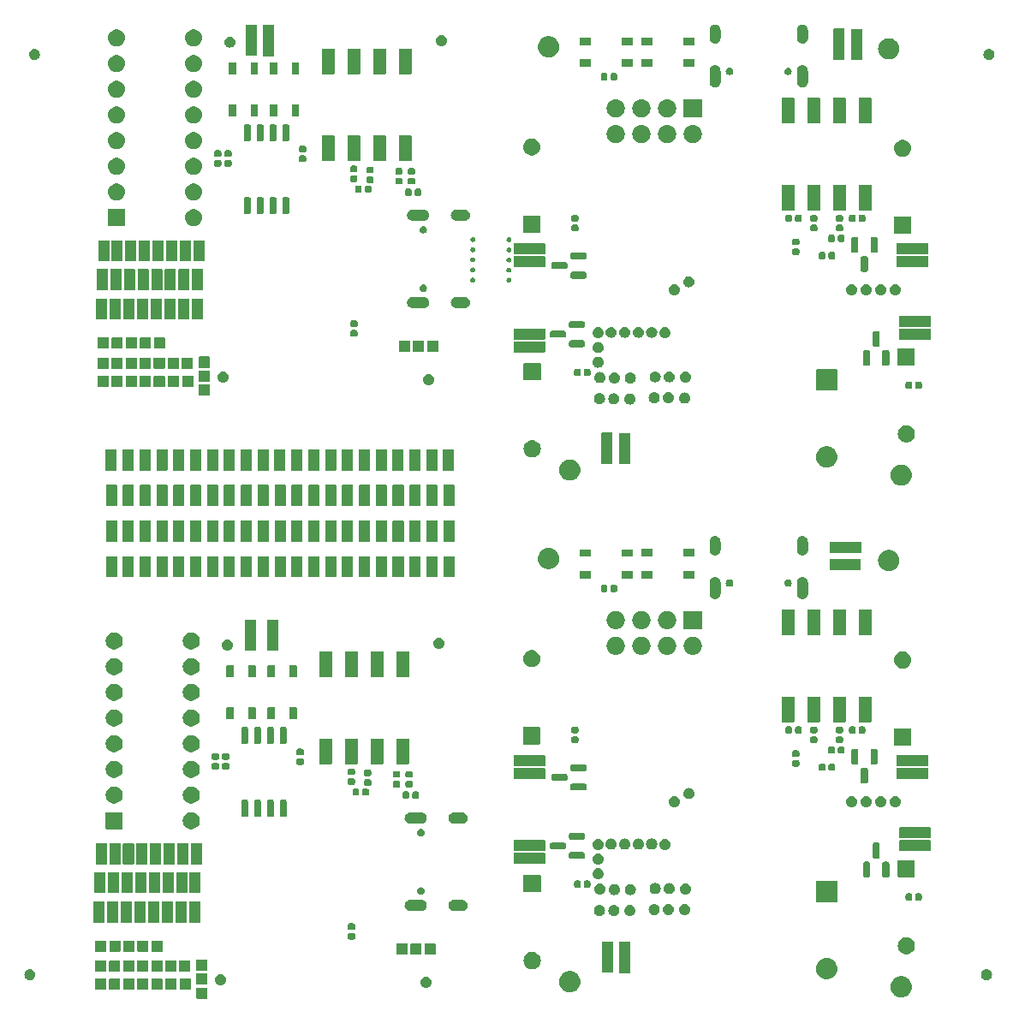
<source format=gbs>
G04 #@! TF.GenerationSoftware,KiCad,Pcbnew,7.0.5*
G04 #@! TF.CreationDate,2023-10-02T17:03:20+03:00*
G04 #@! TF.ProjectId,RP2040_minimal - Copy,52503230-3430-45f6-9d69-6e696d616c20,REV1*
G04 #@! TF.SameCoordinates,Original*
G04 #@! TF.FileFunction,Soldermask,Bot*
G04 #@! TF.FilePolarity,Negative*
%FSLAX46Y46*%
G04 Gerber Fmt 4.6, Leading zero omitted, Abs format (unit mm)*
G04 Created by KiCad (PCBNEW 7.0.5) date 2023-10-02 17:03:20*
%MOMM*%
%LPD*%
G01*
G04 APERTURE LIST*
G04 APERTURE END LIST*
G36*
X118601146Y-116276958D02*
G01*
X118617691Y-116288014D01*
X118628747Y-116304559D01*
X118632629Y-116324076D01*
X118632629Y-117324076D01*
X118628747Y-117343593D01*
X118617691Y-117360138D01*
X118601146Y-117371194D01*
X118581629Y-117375076D01*
X117581629Y-117375076D01*
X117562112Y-117371194D01*
X117545567Y-117360138D01*
X117534511Y-117343593D01*
X117530629Y-117324076D01*
X117530629Y-116324076D01*
X117534511Y-116304559D01*
X117545567Y-116288014D01*
X117562112Y-116276958D01*
X117581629Y-116273076D01*
X118581629Y-116273076D01*
X118601146Y-116276958D01*
G37*
G36*
X187276873Y-115149481D02*
G01*
X187326363Y-115149481D01*
X187381478Y-115159783D01*
X187434448Y-115165001D01*
X187474687Y-115177207D01*
X187516978Y-115185113D01*
X187575550Y-115207803D01*
X187631608Y-115224809D01*
X187663639Y-115241929D01*
X187697790Y-115255160D01*
X187757127Y-115291899D01*
X187813312Y-115321931D01*
X187836917Y-115341303D01*
X187862659Y-115357242D01*
X187919698Y-115409240D01*
X187972577Y-115452637D01*
X187988247Y-115471730D01*
X188005965Y-115487883D01*
X188057397Y-115555990D01*
X188103283Y-115611902D01*
X188112156Y-115628503D01*
X188122823Y-115642628D01*
X188165268Y-115727870D01*
X188200405Y-115793606D01*
X188204151Y-115805957D01*
X188209256Y-115816208D01*
X188239405Y-115922174D01*
X188260213Y-115990766D01*
X188260896Y-115997706D01*
X188262323Y-116002720D01*
X188277148Y-116162712D01*
X188280408Y-116195806D01*
X188277145Y-116228928D01*
X188262323Y-116388891D01*
X188260896Y-116393903D01*
X188260213Y-116400846D01*
X188239401Y-116469452D01*
X188209256Y-116575403D01*
X188204152Y-116585652D01*
X188200405Y-116598006D01*
X188165261Y-116663755D01*
X188122823Y-116748983D01*
X188112158Y-116763105D01*
X188103283Y-116779710D01*
X188057387Y-116835633D01*
X188005965Y-116903728D01*
X187988250Y-116919877D01*
X187972577Y-116938975D01*
X187919687Y-116982380D01*
X187862659Y-117034369D01*
X187836922Y-117050304D01*
X187813312Y-117069681D01*
X187757115Y-117099718D01*
X187697790Y-117136451D01*
X187663646Y-117149678D01*
X187631608Y-117166803D01*
X187575538Y-117183811D01*
X187516978Y-117206498D01*
X187474694Y-117214402D01*
X187434448Y-117226611D01*
X187381475Y-117231828D01*
X187326363Y-117242131D01*
X187276873Y-117242131D01*
X187229408Y-117246806D01*
X187181943Y-117242131D01*
X187132453Y-117242131D01*
X187077339Y-117231828D01*
X187024368Y-117226611D01*
X186984122Y-117214402D01*
X186941837Y-117206498D01*
X186883273Y-117183810D01*
X186827208Y-117166803D01*
X186795172Y-117149679D01*
X186761025Y-117136451D01*
X186701693Y-117099714D01*
X186645504Y-117069681D01*
X186621896Y-117050306D01*
X186596156Y-117034369D01*
X186539118Y-116982371D01*
X186486239Y-116938975D01*
X186470568Y-116919880D01*
X186452850Y-116903728D01*
X186401415Y-116835617D01*
X186355533Y-116779710D01*
X186346660Y-116763109D01*
X186335992Y-116748983D01*
X186293539Y-116663727D01*
X186258411Y-116598006D01*
X186254665Y-116585657D01*
X186249559Y-116575403D01*
X186219398Y-116469399D01*
X186198603Y-116400846D01*
X186197919Y-116393909D01*
X186196492Y-116388891D01*
X186181653Y-116228757D01*
X186178408Y-116195806D01*
X186181650Y-116162883D01*
X186196492Y-116002720D01*
X186197919Y-115997701D01*
X186198603Y-115990766D01*
X186219394Y-115922227D01*
X186249559Y-115816208D01*
X186254665Y-115805952D01*
X186258411Y-115793606D01*
X186293532Y-115727897D01*
X186335992Y-115642628D01*
X186346661Y-115628498D01*
X186355533Y-115611902D01*
X186401406Y-115556005D01*
X186452850Y-115487883D01*
X186470571Y-115471727D01*
X186486239Y-115452637D01*
X186539107Y-115409249D01*
X186596156Y-115357242D01*
X186621901Y-115341301D01*
X186645504Y-115321931D01*
X186701681Y-115291903D01*
X186761025Y-115255160D01*
X186795179Y-115241928D01*
X186827208Y-115224809D01*
X186883261Y-115207805D01*
X186941837Y-115185113D01*
X186984129Y-115177207D01*
X187024368Y-115165001D01*
X187077336Y-115159783D01*
X187132453Y-115149481D01*
X187181943Y-115149481D01*
X187229408Y-115144806D01*
X187276873Y-115149481D01*
G37*
G36*
X154510873Y-114641481D02*
G01*
X154560363Y-114641481D01*
X154615478Y-114651783D01*
X154668448Y-114657001D01*
X154708687Y-114669207D01*
X154750978Y-114677113D01*
X154809550Y-114699803D01*
X154865608Y-114716809D01*
X154897639Y-114733929D01*
X154931790Y-114747160D01*
X154991127Y-114783899D01*
X155047312Y-114813931D01*
X155070917Y-114833303D01*
X155096659Y-114849242D01*
X155153698Y-114901240D01*
X155206577Y-114944637D01*
X155222247Y-114963730D01*
X155239965Y-114979883D01*
X155291397Y-115047990D01*
X155337283Y-115103902D01*
X155346156Y-115120503D01*
X155356823Y-115134628D01*
X155399268Y-115219870D01*
X155434405Y-115285606D01*
X155438151Y-115297957D01*
X155443256Y-115308208D01*
X155473405Y-115414174D01*
X155494213Y-115482766D01*
X155494896Y-115489706D01*
X155496323Y-115494720D01*
X155511147Y-115654699D01*
X155514408Y-115687806D01*
X155511146Y-115720915D01*
X155496323Y-115880891D01*
X155494896Y-115885903D01*
X155494213Y-115892846D01*
X155473401Y-115961452D01*
X155443256Y-116067403D01*
X155438152Y-116077652D01*
X155434405Y-116090006D01*
X155399261Y-116155755D01*
X155356823Y-116240983D01*
X155346158Y-116255105D01*
X155337283Y-116271710D01*
X155291387Y-116327633D01*
X155239965Y-116395728D01*
X155222250Y-116411877D01*
X155206577Y-116430975D01*
X155153687Y-116474380D01*
X155096659Y-116526369D01*
X155070922Y-116542304D01*
X155047312Y-116561681D01*
X154991115Y-116591718D01*
X154931790Y-116628451D01*
X154897646Y-116641678D01*
X154865608Y-116658803D01*
X154809538Y-116675811D01*
X154750978Y-116698498D01*
X154708694Y-116706402D01*
X154668448Y-116718611D01*
X154615475Y-116723828D01*
X154560363Y-116734131D01*
X154510873Y-116734131D01*
X154463408Y-116738806D01*
X154415943Y-116734131D01*
X154366453Y-116734131D01*
X154311339Y-116723828D01*
X154258368Y-116718611D01*
X154218122Y-116706402D01*
X154175837Y-116698498D01*
X154117273Y-116675810D01*
X154061208Y-116658803D01*
X154029172Y-116641679D01*
X153995025Y-116628451D01*
X153935693Y-116591714D01*
X153879504Y-116561681D01*
X153855896Y-116542306D01*
X153830156Y-116526369D01*
X153773118Y-116474371D01*
X153720239Y-116430975D01*
X153704568Y-116411880D01*
X153686850Y-116395728D01*
X153635415Y-116327617D01*
X153589533Y-116271710D01*
X153580660Y-116255109D01*
X153569992Y-116240983D01*
X153527539Y-116155727D01*
X153492411Y-116090006D01*
X153488665Y-116077657D01*
X153483559Y-116067403D01*
X153453398Y-115961399D01*
X153432603Y-115892846D01*
X153431919Y-115885909D01*
X153430492Y-115880891D01*
X153415652Y-115720744D01*
X153412408Y-115687806D01*
X153415651Y-115654870D01*
X153430492Y-115494720D01*
X153431919Y-115489701D01*
X153432603Y-115482766D01*
X153453394Y-115414227D01*
X153483559Y-115308208D01*
X153488665Y-115297952D01*
X153492411Y-115285606D01*
X153527532Y-115219897D01*
X153569992Y-115134628D01*
X153580661Y-115120498D01*
X153589533Y-115103902D01*
X153635406Y-115048005D01*
X153686850Y-114979883D01*
X153704571Y-114963727D01*
X153720239Y-114944637D01*
X153773107Y-114901249D01*
X153830156Y-114849242D01*
X153855901Y-114833301D01*
X153879504Y-114813931D01*
X153935681Y-114783903D01*
X153995025Y-114747160D01*
X154029179Y-114733928D01*
X154061208Y-114716809D01*
X154117261Y-114699805D01*
X154175837Y-114677113D01*
X154218129Y-114669207D01*
X154258368Y-114657001D01*
X154311336Y-114651783D01*
X154366453Y-114641481D01*
X154415943Y-114641481D01*
X154463408Y-114636806D01*
X154510873Y-114641481D01*
G37*
G36*
X108601146Y-115401958D02*
G01*
X108617691Y-115413014D01*
X108628747Y-115429559D01*
X108632629Y-115449076D01*
X108632629Y-116449076D01*
X108628747Y-116468593D01*
X108617691Y-116485138D01*
X108601146Y-116496194D01*
X108581629Y-116500076D01*
X107581629Y-116500076D01*
X107562112Y-116496194D01*
X107545567Y-116485138D01*
X107534511Y-116468593D01*
X107530629Y-116449076D01*
X107530629Y-115449076D01*
X107534511Y-115429559D01*
X107545567Y-115413014D01*
X107562112Y-115401958D01*
X107581629Y-115398076D01*
X108581629Y-115398076D01*
X108601146Y-115401958D01*
G37*
G36*
X109988646Y-115401958D02*
G01*
X110005191Y-115413014D01*
X110016247Y-115429559D01*
X110020129Y-115449076D01*
X110020129Y-116449076D01*
X110016247Y-116468593D01*
X110005191Y-116485138D01*
X109988646Y-116496194D01*
X109969129Y-116500076D01*
X108969129Y-116500076D01*
X108949612Y-116496194D01*
X108933067Y-116485138D01*
X108922011Y-116468593D01*
X108918129Y-116449076D01*
X108918129Y-115449076D01*
X108922011Y-115429559D01*
X108933067Y-115413014D01*
X108949612Y-115401958D01*
X108969129Y-115398076D01*
X109969129Y-115398076D01*
X109988646Y-115401958D01*
G37*
G36*
X111376146Y-115401958D02*
G01*
X111392691Y-115413014D01*
X111403747Y-115429559D01*
X111407629Y-115449076D01*
X111407629Y-116449076D01*
X111403747Y-116468593D01*
X111392691Y-116485138D01*
X111376146Y-116496194D01*
X111356629Y-116500076D01*
X110356629Y-116500076D01*
X110337112Y-116496194D01*
X110320567Y-116485138D01*
X110309511Y-116468593D01*
X110305629Y-116449076D01*
X110305629Y-115449076D01*
X110309511Y-115429559D01*
X110320567Y-115413014D01*
X110337112Y-115401958D01*
X110356629Y-115398076D01*
X111356629Y-115398076D01*
X111376146Y-115401958D01*
G37*
G36*
X112763646Y-115401958D02*
G01*
X112780191Y-115413014D01*
X112791247Y-115429559D01*
X112795129Y-115449076D01*
X112795129Y-116449076D01*
X112791247Y-116468593D01*
X112780191Y-116485138D01*
X112763646Y-116496194D01*
X112744129Y-116500076D01*
X111744129Y-116500076D01*
X111724612Y-116496194D01*
X111708067Y-116485138D01*
X111697011Y-116468593D01*
X111693129Y-116449076D01*
X111693129Y-115449076D01*
X111697011Y-115429559D01*
X111708067Y-115413014D01*
X111724612Y-115401958D01*
X111744129Y-115398076D01*
X112744129Y-115398076D01*
X112763646Y-115401958D01*
G37*
G36*
X114151146Y-115401958D02*
G01*
X114167691Y-115413014D01*
X114178747Y-115429559D01*
X114182629Y-115449076D01*
X114182629Y-116449076D01*
X114178747Y-116468593D01*
X114167691Y-116485138D01*
X114151146Y-116496194D01*
X114131629Y-116500076D01*
X113131629Y-116500076D01*
X113112112Y-116496194D01*
X113095567Y-116485138D01*
X113084511Y-116468593D01*
X113080629Y-116449076D01*
X113080629Y-115449076D01*
X113084511Y-115429559D01*
X113095567Y-115413014D01*
X113112112Y-115401958D01*
X113131629Y-115398076D01*
X114131629Y-115398076D01*
X114151146Y-115401958D01*
G37*
G36*
X116951146Y-115401958D02*
G01*
X116967691Y-115413014D01*
X116978747Y-115429559D01*
X116982629Y-115449076D01*
X116982629Y-116449076D01*
X116978747Y-116468593D01*
X116967691Y-116485138D01*
X116951146Y-116496194D01*
X116931629Y-116500076D01*
X115931629Y-116500076D01*
X115912112Y-116496194D01*
X115895567Y-116485138D01*
X115884511Y-116468593D01*
X115880629Y-116449076D01*
X115880629Y-115449076D01*
X115884511Y-115429559D01*
X115895567Y-115413014D01*
X115912112Y-115401958D01*
X115931629Y-115398076D01*
X116931629Y-115398076D01*
X116951146Y-115401958D01*
G37*
G36*
X115551146Y-115376958D02*
G01*
X115567691Y-115388014D01*
X115578747Y-115404559D01*
X115582629Y-115424076D01*
X115582629Y-116424076D01*
X115578747Y-116443593D01*
X115567691Y-116460138D01*
X115551146Y-116471194D01*
X115531629Y-116475076D01*
X114531629Y-116475076D01*
X114512112Y-116471194D01*
X114495567Y-116460138D01*
X114484511Y-116443593D01*
X114480629Y-116424076D01*
X114480629Y-115424076D01*
X114484511Y-115404559D01*
X114495567Y-115388014D01*
X114512112Y-115376958D01*
X114531629Y-115373076D01*
X115531629Y-115373076D01*
X115551146Y-115376958D01*
G37*
G36*
X140383680Y-115243293D02*
G01*
X140516571Y-115298338D01*
X140630687Y-115385902D01*
X140718251Y-115500018D01*
X140773296Y-115632909D01*
X140792071Y-115775518D01*
X140773296Y-115918127D01*
X140718251Y-116051018D01*
X140630687Y-116165134D01*
X140516571Y-116252698D01*
X140383680Y-116307743D01*
X140241071Y-116326518D01*
X140098462Y-116307743D01*
X139965571Y-116252698D01*
X139851455Y-116165134D01*
X139763891Y-116051018D01*
X139708846Y-115918127D01*
X139690071Y-115775518D01*
X139708846Y-115632909D01*
X139763891Y-115500018D01*
X139851455Y-115385902D01*
X139965571Y-115298338D01*
X140098462Y-115243293D01*
X140241071Y-115224518D01*
X140383680Y-115243293D01*
G37*
G36*
X120063680Y-114989293D02*
G01*
X120196571Y-115044338D01*
X120310687Y-115131902D01*
X120398251Y-115246018D01*
X120453296Y-115378909D01*
X120472071Y-115521518D01*
X120453296Y-115664127D01*
X120398251Y-115797018D01*
X120310687Y-115911134D01*
X120196571Y-115998698D01*
X120063680Y-116053743D01*
X119921071Y-116072518D01*
X119778462Y-116053743D01*
X119645571Y-115998698D01*
X119531455Y-115911134D01*
X119443891Y-115797018D01*
X119388846Y-115664127D01*
X119370071Y-115521518D01*
X119388846Y-115378909D01*
X119443891Y-115246018D01*
X119531455Y-115131902D01*
X119645571Y-115044338D01*
X119778462Y-114989293D01*
X119921071Y-114970518D01*
X120063680Y-114989293D01*
G37*
G36*
X118601146Y-114889458D02*
G01*
X118617691Y-114900514D01*
X118628747Y-114917059D01*
X118632629Y-114936576D01*
X118632629Y-115936576D01*
X118628747Y-115956093D01*
X118617691Y-115972638D01*
X118601146Y-115983694D01*
X118581629Y-115987576D01*
X117581629Y-115987576D01*
X117562112Y-115983694D01*
X117545567Y-115972638D01*
X117534511Y-115956093D01*
X117530629Y-115936576D01*
X117530629Y-114936576D01*
X117534511Y-114917059D01*
X117545567Y-114900514D01*
X117562112Y-114889458D01*
X117581629Y-114885576D01*
X118581629Y-114885576D01*
X118601146Y-114889458D01*
G37*
G36*
X101219202Y-114447775D02*
G01*
X101352093Y-114502820D01*
X101466209Y-114590384D01*
X101553773Y-114704500D01*
X101608818Y-114837391D01*
X101627593Y-114980000D01*
X101608818Y-115122609D01*
X101553773Y-115255500D01*
X101466209Y-115369616D01*
X101352093Y-115457180D01*
X101219202Y-115512225D01*
X101076593Y-115531000D01*
X100933984Y-115512225D01*
X100801093Y-115457180D01*
X100686977Y-115369616D01*
X100599413Y-115255500D01*
X100544368Y-115122609D01*
X100525593Y-114980000D01*
X100544368Y-114837391D01*
X100599413Y-114704500D01*
X100686977Y-114590384D01*
X100801093Y-114502820D01*
X100933984Y-114447775D01*
X101076593Y-114429000D01*
X101219202Y-114447775D01*
G37*
G36*
X195809202Y-114447775D02*
G01*
X195942093Y-114502820D01*
X196056209Y-114590384D01*
X196143773Y-114704500D01*
X196198818Y-114837391D01*
X196217593Y-114980000D01*
X196198818Y-115122609D01*
X196143773Y-115255500D01*
X196056209Y-115369616D01*
X195942093Y-115457180D01*
X195809202Y-115512225D01*
X195666593Y-115531000D01*
X195523984Y-115512225D01*
X195391093Y-115457180D01*
X195276977Y-115369616D01*
X195189413Y-115255500D01*
X195134368Y-115122609D01*
X195115593Y-114980000D01*
X195134368Y-114837391D01*
X195189413Y-114704500D01*
X195276977Y-114590384D01*
X195391093Y-114502820D01*
X195523984Y-114447775D01*
X195666593Y-114429000D01*
X195809202Y-114447775D01*
G37*
G36*
X179910873Y-113351481D02*
G01*
X179960363Y-113351481D01*
X180015478Y-113361783D01*
X180068448Y-113367001D01*
X180108687Y-113379207D01*
X180150978Y-113387113D01*
X180209550Y-113409803D01*
X180265608Y-113426809D01*
X180297639Y-113443929D01*
X180331790Y-113457160D01*
X180391127Y-113493899D01*
X180447312Y-113523931D01*
X180470917Y-113543303D01*
X180496659Y-113559242D01*
X180553698Y-113611240D01*
X180606577Y-113654637D01*
X180622247Y-113673730D01*
X180639965Y-113689883D01*
X180691397Y-113757990D01*
X180737283Y-113813902D01*
X180746156Y-113830503D01*
X180756823Y-113844628D01*
X180799268Y-113929870D01*
X180834405Y-113995606D01*
X180838151Y-114007957D01*
X180843256Y-114018208D01*
X180873405Y-114124174D01*
X180894213Y-114192766D01*
X180894896Y-114199706D01*
X180896323Y-114204720D01*
X180911148Y-114364712D01*
X180914408Y-114397806D01*
X180911145Y-114430928D01*
X180896323Y-114590891D01*
X180894896Y-114595903D01*
X180894213Y-114602846D01*
X180873401Y-114671452D01*
X180843256Y-114777403D01*
X180838152Y-114787652D01*
X180834405Y-114800006D01*
X180799261Y-114865755D01*
X180756823Y-114950983D01*
X180746158Y-114965105D01*
X180737283Y-114981710D01*
X180691387Y-115037633D01*
X180639965Y-115105728D01*
X180622250Y-115121877D01*
X180606577Y-115140975D01*
X180553687Y-115184380D01*
X180496659Y-115236369D01*
X180470922Y-115252304D01*
X180447312Y-115271681D01*
X180391115Y-115301718D01*
X180331790Y-115338451D01*
X180297646Y-115351678D01*
X180265608Y-115368803D01*
X180209538Y-115385811D01*
X180150978Y-115408498D01*
X180108694Y-115416402D01*
X180068448Y-115428611D01*
X180015475Y-115433828D01*
X179960363Y-115444131D01*
X179910873Y-115444131D01*
X179863408Y-115448806D01*
X179815943Y-115444131D01*
X179766453Y-115444131D01*
X179711339Y-115433828D01*
X179658368Y-115428611D01*
X179618122Y-115416402D01*
X179575837Y-115408498D01*
X179517273Y-115385810D01*
X179461208Y-115368803D01*
X179429172Y-115351679D01*
X179395025Y-115338451D01*
X179335693Y-115301714D01*
X179279504Y-115271681D01*
X179255896Y-115252306D01*
X179230156Y-115236369D01*
X179173118Y-115184371D01*
X179120239Y-115140975D01*
X179104568Y-115121880D01*
X179086850Y-115105728D01*
X179035415Y-115037617D01*
X178989533Y-114981710D01*
X178980660Y-114965109D01*
X178969992Y-114950983D01*
X178927539Y-114865727D01*
X178892411Y-114800006D01*
X178888665Y-114787657D01*
X178883559Y-114777403D01*
X178853398Y-114671399D01*
X178832603Y-114602846D01*
X178831919Y-114595909D01*
X178830492Y-114590891D01*
X178815652Y-114430744D01*
X178812408Y-114397806D01*
X178815651Y-114364870D01*
X178830492Y-114204720D01*
X178831919Y-114199701D01*
X178832603Y-114192766D01*
X178853394Y-114124227D01*
X178883559Y-114018208D01*
X178888665Y-114007952D01*
X178892411Y-113995606D01*
X178927532Y-113929897D01*
X178969992Y-113844628D01*
X178980661Y-113830498D01*
X178989533Y-113813902D01*
X179035406Y-113758005D01*
X179086850Y-113689883D01*
X179104571Y-113673727D01*
X179120239Y-113654637D01*
X179173107Y-113611249D01*
X179230156Y-113559242D01*
X179255901Y-113543301D01*
X179279504Y-113523931D01*
X179335681Y-113493903D01*
X179395025Y-113457160D01*
X179429179Y-113443928D01*
X179461208Y-113426809D01*
X179517261Y-113409805D01*
X179575837Y-113387113D01*
X179618129Y-113379207D01*
X179658368Y-113367001D01*
X179711336Y-113361783D01*
X179766453Y-113351481D01*
X179815943Y-113351481D01*
X179863408Y-113346806D01*
X179910873Y-113351481D01*
G37*
G36*
X160406110Y-111752882D02*
G01*
X160422655Y-111763938D01*
X160433711Y-111780483D01*
X160437593Y-111800000D01*
X160437593Y-114800000D01*
X160433711Y-114819517D01*
X160422655Y-114836062D01*
X160406110Y-114847118D01*
X160386593Y-114851000D01*
X159386593Y-114851000D01*
X159367076Y-114847118D01*
X159350531Y-114836062D01*
X159339475Y-114819517D01*
X159335593Y-114800000D01*
X159335593Y-111800000D01*
X159339475Y-111780483D01*
X159350531Y-111763938D01*
X159367076Y-111752882D01*
X159386593Y-111749000D01*
X160386593Y-111749000D01*
X160406110Y-111752882D01*
G37*
G36*
X158686110Y-111722882D02*
G01*
X158702655Y-111733938D01*
X158713711Y-111750483D01*
X158717593Y-111770000D01*
X158717593Y-114770000D01*
X158713711Y-114789517D01*
X158702655Y-114806062D01*
X158686110Y-114817118D01*
X158666593Y-114821000D01*
X157666593Y-114821000D01*
X157647076Y-114817118D01*
X157630531Y-114806062D01*
X157619475Y-114789517D01*
X157615593Y-114770000D01*
X157615593Y-111770000D01*
X157619475Y-111750483D01*
X157630531Y-111733938D01*
X157647076Y-111722882D01*
X157666593Y-111719000D01*
X158666593Y-111719000D01*
X158686110Y-111722882D01*
G37*
G36*
X108601146Y-113601958D02*
G01*
X108617691Y-113613014D01*
X108628747Y-113629559D01*
X108632629Y-113649076D01*
X108632629Y-114649076D01*
X108628747Y-114668593D01*
X108617691Y-114685138D01*
X108601146Y-114696194D01*
X108581629Y-114700076D01*
X107581629Y-114700076D01*
X107562112Y-114696194D01*
X107545567Y-114685138D01*
X107534511Y-114668593D01*
X107530629Y-114649076D01*
X107530629Y-113649076D01*
X107534511Y-113629559D01*
X107545567Y-113613014D01*
X107562112Y-113601958D01*
X107581629Y-113598076D01*
X108581629Y-113598076D01*
X108601146Y-113601958D01*
G37*
G36*
X109988646Y-113601958D02*
G01*
X110005191Y-113613014D01*
X110016247Y-113629559D01*
X110020129Y-113649076D01*
X110020129Y-114649076D01*
X110016247Y-114668593D01*
X110005191Y-114685138D01*
X109988646Y-114696194D01*
X109969129Y-114700076D01*
X108969129Y-114700076D01*
X108949612Y-114696194D01*
X108933067Y-114685138D01*
X108922011Y-114668593D01*
X108918129Y-114649076D01*
X108918129Y-113649076D01*
X108922011Y-113629559D01*
X108933067Y-113613014D01*
X108949612Y-113601958D01*
X108969129Y-113598076D01*
X109969129Y-113598076D01*
X109988646Y-113601958D01*
G37*
G36*
X111376146Y-113601958D02*
G01*
X111392691Y-113613014D01*
X111403747Y-113629559D01*
X111407629Y-113649076D01*
X111407629Y-114649076D01*
X111403747Y-114668593D01*
X111392691Y-114685138D01*
X111376146Y-114696194D01*
X111356629Y-114700076D01*
X110356629Y-114700076D01*
X110337112Y-114696194D01*
X110320567Y-114685138D01*
X110309511Y-114668593D01*
X110305629Y-114649076D01*
X110305629Y-113649076D01*
X110309511Y-113629559D01*
X110320567Y-113613014D01*
X110337112Y-113601958D01*
X110356629Y-113598076D01*
X111356629Y-113598076D01*
X111376146Y-113601958D01*
G37*
G36*
X112763646Y-113601958D02*
G01*
X112780191Y-113613014D01*
X112791247Y-113629559D01*
X112795129Y-113649076D01*
X112795129Y-114649076D01*
X112791247Y-114668593D01*
X112780191Y-114685138D01*
X112763646Y-114696194D01*
X112744129Y-114700076D01*
X111744129Y-114700076D01*
X111724612Y-114696194D01*
X111708067Y-114685138D01*
X111697011Y-114668593D01*
X111693129Y-114649076D01*
X111693129Y-113649076D01*
X111697011Y-113629559D01*
X111708067Y-113613014D01*
X111724612Y-113601958D01*
X111744129Y-113598076D01*
X112744129Y-113598076D01*
X112763646Y-113601958D01*
G37*
G36*
X114151146Y-113601958D02*
G01*
X114167691Y-113613014D01*
X114178747Y-113629559D01*
X114182629Y-113649076D01*
X114182629Y-114649076D01*
X114178747Y-114668593D01*
X114167691Y-114685138D01*
X114151146Y-114696194D01*
X114131629Y-114700076D01*
X113131629Y-114700076D01*
X113112112Y-114696194D01*
X113095567Y-114685138D01*
X113084511Y-114668593D01*
X113080629Y-114649076D01*
X113080629Y-113649076D01*
X113084511Y-113629559D01*
X113095567Y-113613014D01*
X113112112Y-113601958D01*
X113131629Y-113598076D01*
X114131629Y-113598076D01*
X114151146Y-113601958D01*
G37*
G36*
X115551146Y-113601958D02*
G01*
X115567691Y-113613014D01*
X115578747Y-113629559D01*
X115582629Y-113649076D01*
X115582629Y-114649076D01*
X115578747Y-114668593D01*
X115567691Y-114685138D01*
X115551146Y-114696194D01*
X115531629Y-114700076D01*
X114531629Y-114700076D01*
X114512112Y-114696194D01*
X114495567Y-114685138D01*
X114484511Y-114668593D01*
X114480629Y-114649076D01*
X114480629Y-113649076D01*
X114484511Y-113629559D01*
X114495567Y-113613014D01*
X114512112Y-113601958D01*
X114531629Y-113598076D01*
X115531629Y-113598076D01*
X115551146Y-113601958D01*
G37*
G36*
X116901146Y-113601958D02*
G01*
X116917691Y-113613014D01*
X116928747Y-113629559D01*
X116932629Y-113649076D01*
X116932629Y-114649076D01*
X116928747Y-114668593D01*
X116917691Y-114685138D01*
X116901146Y-114696194D01*
X116881629Y-114700076D01*
X115881629Y-114700076D01*
X115862112Y-114696194D01*
X115845567Y-114685138D01*
X115834511Y-114668593D01*
X115830629Y-114649076D01*
X115830629Y-113649076D01*
X115834511Y-113629559D01*
X115845567Y-113613014D01*
X115862112Y-113601958D01*
X115881629Y-113598076D01*
X116881629Y-113598076D01*
X116901146Y-113601958D01*
G37*
G36*
X118601146Y-113501958D02*
G01*
X118617691Y-113513014D01*
X118628747Y-113529559D01*
X118632629Y-113549076D01*
X118632629Y-114549076D01*
X118628747Y-114568593D01*
X118617691Y-114585138D01*
X118601146Y-114596194D01*
X118581629Y-114600076D01*
X117581629Y-114600076D01*
X117562112Y-114596194D01*
X117545567Y-114585138D01*
X117534511Y-114568593D01*
X117530629Y-114549076D01*
X117530629Y-113549076D01*
X117534511Y-113529559D01*
X117545567Y-113513014D01*
X117562112Y-113501958D01*
X117581629Y-113498076D01*
X118581629Y-113498076D01*
X118601146Y-113501958D01*
G37*
G36*
X151006381Y-112798457D02*
G01*
X151168908Y-112870818D01*
X151312838Y-112975390D01*
X151431881Y-113107601D01*
X151520835Y-113261673D01*
X151575812Y-113430873D01*
X151594408Y-113607806D01*
X151575812Y-113784739D01*
X151520835Y-113953939D01*
X151431881Y-114108011D01*
X151312838Y-114240222D01*
X151168908Y-114344794D01*
X151006381Y-114417155D01*
X150832362Y-114454144D01*
X150654454Y-114454144D01*
X150480435Y-114417155D01*
X150317908Y-114344794D01*
X150173978Y-114240222D01*
X150054935Y-114108011D01*
X149965981Y-113953939D01*
X149911004Y-113784739D01*
X149892408Y-113607806D01*
X149911004Y-113430873D01*
X149965981Y-113261673D01*
X150054935Y-113107601D01*
X150173978Y-112975390D01*
X150317908Y-112870818D01*
X150480435Y-112798457D01*
X150654454Y-112761468D01*
X150832362Y-112761468D01*
X151006381Y-112798457D01*
G37*
G36*
X138401146Y-111951958D02*
G01*
X138417691Y-111963014D01*
X138428747Y-111979559D01*
X138432629Y-111999076D01*
X138432629Y-112999076D01*
X138428747Y-113018593D01*
X138417691Y-113035138D01*
X138401146Y-113046194D01*
X138381629Y-113050076D01*
X137381629Y-113050076D01*
X137362112Y-113046194D01*
X137345567Y-113035138D01*
X137334511Y-113018593D01*
X137330629Y-112999076D01*
X137330629Y-111999076D01*
X137334511Y-111979559D01*
X137345567Y-111963014D01*
X137362112Y-111951958D01*
X137381629Y-111948076D01*
X138381629Y-111948076D01*
X138401146Y-111951958D01*
G37*
G36*
X139788646Y-111951958D02*
G01*
X139805191Y-111963014D01*
X139816247Y-111979559D01*
X139820129Y-111999076D01*
X139820129Y-112999076D01*
X139816247Y-113018593D01*
X139805191Y-113035138D01*
X139788646Y-113046194D01*
X139769129Y-113050076D01*
X138769129Y-113050076D01*
X138749612Y-113046194D01*
X138733067Y-113035138D01*
X138722011Y-113018593D01*
X138718129Y-112999076D01*
X138718129Y-111999076D01*
X138722011Y-111979559D01*
X138733067Y-111963014D01*
X138749612Y-111951958D01*
X138769129Y-111948076D01*
X139769129Y-111948076D01*
X139788646Y-111951958D01*
G37*
G36*
X141176146Y-111951958D02*
G01*
X141192691Y-111963014D01*
X141203747Y-111979559D01*
X141207629Y-111999076D01*
X141207629Y-112999076D01*
X141203747Y-113018593D01*
X141192691Y-113035138D01*
X141176146Y-113046194D01*
X141156629Y-113050076D01*
X140156629Y-113050076D01*
X140137112Y-113046194D01*
X140120567Y-113035138D01*
X140109511Y-113018593D01*
X140105629Y-112999076D01*
X140105629Y-111999076D01*
X140109511Y-111979559D01*
X140120567Y-111963014D01*
X140137112Y-111951958D01*
X140156629Y-111948076D01*
X141156629Y-111948076D01*
X141176146Y-111951958D01*
G37*
G36*
X188000381Y-111322457D02*
G01*
X188162908Y-111394818D01*
X188306838Y-111499390D01*
X188425881Y-111631601D01*
X188514835Y-111785673D01*
X188569812Y-111954873D01*
X188588408Y-112131806D01*
X188569812Y-112308739D01*
X188514835Y-112477939D01*
X188425881Y-112632011D01*
X188306838Y-112764222D01*
X188162908Y-112868794D01*
X188000381Y-112941155D01*
X187826362Y-112978144D01*
X187648454Y-112978144D01*
X187474435Y-112941155D01*
X187311908Y-112868794D01*
X187167978Y-112764222D01*
X187048935Y-112632011D01*
X186959981Y-112477939D01*
X186905004Y-112308739D01*
X186886408Y-112131806D01*
X186905004Y-111954873D01*
X186959981Y-111785673D01*
X187048935Y-111631601D01*
X187167978Y-111499390D01*
X187311908Y-111394818D01*
X187474435Y-111322457D01*
X187648454Y-111285468D01*
X187826362Y-111285468D01*
X188000381Y-111322457D01*
G37*
G36*
X108613646Y-111626958D02*
G01*
X108630191Y-111638014D01*
X108641247Y-111654559D01*
X108645129Y-111674076D01*
X108645129Y-112674076D01*
X108641247Y-112693593D01*
X108630191Y-112710138D01*
X108613646Y-112721194D01*
X108594129Y-112725076D01*
X107594129Y-112725076D01*
X107574612Y-112721194D01*
X107558067Y-112710138D01*
X107547011Y-112693593D01*
X107543129Y-112674076D01*
X107543129Y-111674076D01*
X107547011Y-111654559D01*
X107558067Y-111638014D01*
X107574612Y-111626958D01*
X107594129Y-111623076D01*
X108594129Y-111623076D01*
X108613646Y-111626958D01*
G37*
G36*
X110001146Y-111626958D02*
G01*
X110017691Y-111638014D01*
X110028747Y-111654559D01*
X110032629Y-111674076D01*
X110032629Y-112674076D01*
X110028747Y-112693593D01*
X110017691Y-112710138D01*
X110001146Y-112721194D01*
X109981629Y-112725076D01*
X108981629Y-112725076D01*
X108962112Y-112721194D01*
X108945567Y-112710138D01*
X108934511Y-112693593D01*
X108930629Y-112674076D01*
X108930629Y-111674076D01*
X108934511Y-111654559D01*
X108945567Y-111638014D01*
X108962112Y-111626958D01*
X108981629Y-111623076D01*
X109981629Y-111623076D01*
X110001146Y-111626958D01*
G37*
G36*
X111388646Y-111626958D02*
G01*
X111405191Y-111638014D01*
X111416247Y-111654559D01*
X111420129Y-111674076D01*
X111420129Y-112674076D01*
X111416247Y-112693593D01*
X111405191Y-112710138D01*
X111388646Y-112721194D01*
X111369129Y-112725076D01*
X110369129Y-112725076D01*
X110349612Y-112721194D01*
X110333067Y-112710138D01*
X110322011Y-112693593D01*
X110318129Y-112674076D01*
X110318129Y-111674076D01*
X110322011Y-111654559D01*
X110333067Y-111638014D01*
X110349612Y-111626958D01*
X110369129Y-111623076D01*
X111369129Y-111623076D01*
X111388646Y-111626958D01*
G37*
G36*
X112776146Y-111626958D02*
G01*
X112792691Y-111638014D01*
X112803747Y-111654559D01*
X112807629Y-111674076D01*
X112807629Y-112674076D01*
X112803747Y-112693593D01*
X112792691Y-112710138D01*
X112776146Y-112721194D01*
X112756629Y-112725076D01*
X111756629Y-112725076D01*
X111737112Y-112721194D01*
X111720567Y-112710138D01*
X111709511Y-112693593D01*
X111705629Y-112674076D01*
X111705629Y-111674076D01*
X111709511Y-111654559D01*
X111720567Y-111638014D01*
X111737112Y-111626958D01*
X111756629Y-111623076D01*
X112756629Y-111623076D01*
X112776146Y-111626958D01*
G37*
G36*
X114163646Y-111626958D02*
G01*
X114180191Y-111638014D01*
X114191247Y-111654559D01*
X114195129Y-111674076D01*
X114195129Y-112674076D01*
X114191247Y-112693593D01*
X114180191Y-112710138D01*
X114163646Y-112721194D01*
X114144129Y-112725076D01*
X113144129Y-112725076D01*
X113124612Y-112721194D01*
X113108067Y-112710138D01*
X113097011Y-112693593D01*
X113093129Y-112674076D01*
X113093129Y-111674076D01*
X113097011Y-111654559D01*
X113108067Y-111638014D01*
X113124612Y-111626958D01*
X113144129Y-111623076D01*
X114144129Y-111623076D01*
X114163646Y-111626958D01*
G37*
G36*
X133118164Y-110887057D02*
G01*
X133180128Y-110928461D01*
X133221532Y-110990425D01*
X133236071Y-111063518D01*
X133236071Y-111343518D01*
X133221532Y-111416611D01*
X133180128Y-111478575D01*
X133118164Y-111519979D01*
X133045071Y-111534518D01*
X132705071Y-111534518D01*
X132631978Y-111519979D01*
X132570014Y-111478575D01*
X132528610Y-111416611D01*
X132514071Y-111343518D01*
X132514071Y-111063518D01*
X132528610Y-110990425D01*
X132570014Y-110928461D01*
X132631978Y-110887057D01*
X132705071Y-110872518D01*
X133045071Y-110872518D01*
X133118164Y-110887057D01*
G37*
G36*
X133118164Y-109927057D02*
G01*
X133180128Y-109968461D01*
X133221532Y-110030425D01*
X133236071Y-110103518D01*
X133236071Y-110383518D01*
X133221532Y-110456611D01*
X133180128Y-110518575D01*
X133118164Y-110559979D01*
X133045071Y-110574518D01*
X132705071Y-110574518D01*
X132631978Y-110559979D01*
X132570014Y-110518575D01*
X132528610Y-110456611D01*
X132514071Y-110383518D01*
X132514071Y-110103518D01*
X132528610Y-110030425D01*
X132570014Y-109968461D01*
X132631978Y-109927057D01*
X132705071Y-109912518D01*
X133045071Y-109912518D01*
X133118164Y-109927057D01*
G37*
G36*
X108451146Y-107751958D02*
G01*
X108467691Y-107763014D01*
X108478747Y-107779559D01*
X108482629Y-107799076D01*
X108482629Y-109799076D01*
X108478747Y-109818593D01*
X108467691Y-109835138D01*
X108451146Y-109846194D01*
X108431629Y-109850076D01*
X107431629Y-109850076D01*
X107412112Y-109846194D01*
X107395567Y-109835138D01*
X107384511Y-109818593D01*
X107380629Y-109799076D01*
X107380629Y-107799076D01*
X107384511Y-107779559D01*
X107395567Y-107763014D01*
X107412112Y-107751958D01*
X107431629Y-107748076D01*
X108431629Y-107748076D01*
X108451146Y-107751958D01*
G37*
G36*
X109800348Y-107751958D02*
G01*
X109816893Y-107763014D01*
X109827949Y-107779559D01*
X109831831Y-107799076D01*
X109831831Y-109799076D01*
X109827949Y-109818593D01*
X109816893Y-109835138D01*
X109800348Y-109846194D01*
X109780831Y-109850076D01*
X108780831Y-109850076D01*
X108761314Y-109846194D01*
X108744769Y-109835138D01*
X108733713Y-109818593D01*
X108729831Y-109799076D01*
X108729831Y-107799076D01*
X108733713Y-107779559D01*
X108744769Y-107763014D01*
X108761314Y-107751958D01*
X108780831Y-107748076D01*
X109780831Y-107748076D01*
X109800348Y-107751958D01*
G37*
G36*
X111149547Y-107751958D02*
G01*
X111166092Y-107763014D01*
X111177148Y-107779559D01*
X111181030Y-107799076D01*
X111181030Y-109799076D01*
X111177148Y-109818593D01*
X111166092Y-109835138D01*
X111149547Y-109846194D01*
X111130030Y-109850076D01*
X110130030Y-109850076D01*
X110110513Y-109846194D01*
X110093968Y-109835138D01*
X110082912Y-109818593D01*
X110079030Y-109799076D01*
X110079030Y-107799076D01*
X110082912Y-107779559D01*
X110093968Y-107763014D01*
X110110513Y-107751958D01*
X110130030Y-107748076D01*
X111130030Y-107748076D01*
X111149547Y-107751958D01*
G37*
G36*
X112498746Y-107751958D02*
G01*
X112515291Y-107763014D01*
X112526347Y-107779559D01*
X112530229Y-107799076D01*
X112530229Y-109799076D01*
X112526347Y-109818593D01*
X112515291Y-109835138D01*
X112498746Y-109846194D01*
X112479229Y-109850076D01*
X111479229Y-109850076D01*
X111459712Y-109846194D01*
X111443167Y-109835138D01*
X111432111Y-109818593D01*
X111428229Y-109799076D01*
X111428229Y-107799076D01*
X111432111Y-107779559D01*
X111443167Y-107763014D01*
X111459712Y-107751958D01*
X111479229Y-107748076D01*
X112479229Y-107748076D01*
X112498746Y-107751958D01*
G37*
G36*
X113847945Y-107751958D02*
G01*
X113864490Y-107763014D01*
X113875546Y-107779559D01*
X113879428Y-107799076D01*
X113879428Y-109799076D01*
X113875546Y-109818593D01*
X113864490Y-109835138D01*
X113847945Y-109846194D01*
X113828428Y-109850076D01*
X112828428Y-109850076D01*
X112808911Y-109846194D01*
X112792366Y-109835138D01*
X112781310Y-109818593D01*
X112777428Y-109799076D01*
X112777428Y-107799076D01*
X112781310Y-107779559D01*
X112792366Y-107763014D01*
X112808911Y-107751958D01*
X112828428Y-107748076D01*
X113828428Y-107748076D01*
X113847945Y-107751958D01*
G37*
G36*
X115197144Y-107751958D02*
G01*
X115213689Y-107763014D01*
X115224745Y-107779559D01*
X115228627Y-107799076D01*
X115228627Y-109799076D01*
X115224745Y-109818593D01*
X115213689Y-109835138D01*
X115197144Y-109846194D01*
X115177627Y-109850076D01*
X114177627Y-109850076D01*
X114158110Y-109846194D01*
X114141565Y-109835138D01*
X114130509Y-109818593D01*
X114126627Y-109799076D01*
X114126627Y-107799076D01*
X114130509Y-107779559D01*
X114141565Y-107763014D01*
X114158110Y-107751958D01*
X114177627Y-107748076D01*
X115177627Y-107748076D01*
X115197144Y-107751958D01*
G37*
G36*
X116546343Y-107751958D02*
G01*
X116562888Y-107763014D01*
X116573944Y-107779559D01*
X116577826Y-107799076D01*
X116577826Y-109799076D01*
X116573944Y-109818593D01*
X116562888Y-109835138D01*
X116546343Y-109846194D01*
X116526826Y-109850076D01*
X115526826Y-109850076D01*
X115507309Y-109846194D01*
X115490764Y-109835138D01*
X115479708Y-109818593D01*
X115475826Y-109799076D01*
X115475826Y-107799076D01*
X115479708Y-107779559D01*
X115490764Y-107763014D01*
X115507309Y-107751958D01*
X115526826Y-107748076D01*
X116526826Y-107748076D01*
X116546343Y-107751958D01*
G37*
G36*
X117895542Y-107751958D02*
G01*
X117912087Y-107763014D01*
X117923143Y-107779559D01*
X117927025Y-107799076D01*
X117927025Y-109799076D01*
X117923143Y-109818593D01*
X117912087Y-109835138D01*
X117895542Y-109846194D01*
X117876025Y-109850076D01*
X116876025Y-109850076D01*
X116856508Y-109846194D01*
X116839963Y-109835138D01*
X116828907Y-109818593D01*
X116825025Y-109799076D01*
X116825025Y-107799076D01*
X116828907Y-107779559D01*
X116839963Y-107763014D01*
X116856508Y-107751958D01*
X116876025Y-107748076D01*
X117876025Y-107748076D01*
X117895542Y-107751958D01*
G37*
G36*
X160551017Y-108140301D02*
G01*
X160683908Y-108195346D01*
X160798024Y-108282910D01*
X160885588Y-108397026D01*
X160940633Y-108529917D01*
X160959408Y-108672526D01*
X160940633Y-108815135D01*
X160885588Y-108948026D01*
X160798024Y-109062142D01*
X160683908Y-109149706D01*
X160551017Y-109204751D01*
X160408408Y-109223526D01*
X160265799Y-109204751D01*
X160132908Y-109149706D01*
X160018792Y-109062142D01*
X159931228Y-108948026D01*
X159876183Y-108815135D01*
X159857408Y-108672526D01*
X159876183Y-108529917D01*
X159931228Y-108397026D01*
X160018792Y-108282910D01*
X160132908Y-108195346D01*
X160265799Y-108140301D01*
X160408408Y-108121526D01*
X160551017Y-108140301D01*
G37*
G36*
X158966017Y-108130301D02*
G01*
X159098908Y-108185346D01*
X159213024Y-108272910D01*
X159300588Y-108387026D01*
X159355633Y-108519917D01*
X159374408Y-108662526D01*
X159355633Y-108805135D01*
X159300588Y-108938026D01*
X159213024Y-109052142D01*
X159098908Y-109139706D01*
X158966017Y-109194751D01*
X158823408Y-109213526D01*
X158680799Y-109194751D01*
X158547908Y-109139706D01*
X158433792Y-109052142D01*
X158346228Y-108938026D01*
X158291183Y-108805135D01*
X158272408Y-108662526D01*
X158291183Y-108519917D01*
X158346228Y-108387026D01*
X158433792Y-108272910D01*
X158547908Y-108185346D01*
X158680799Y-108130301D01*
X158823408Y-108111526D01*
X158966017Y-108130301D01*
G37*
G36*
X157541017Y-108100301D02*
G01*
X157673908Y-108155346D01*
X157788024Y-108242910D01*
X157875588Y-108357026D01*
X157930633Y-108489917D01*
X157949408Y-108632526D01*
X157930633Y-108775135D01*
X157875588Y-108908026D01*
X157788024Y-109022142D01*
X157673908Y-109109706D01*
X157541017Y-109164751D01*
X157398408Y-109183526D01*
X157255799Y-109164751D01*
X157122908Y-109109706D01*
X157008792Y-109022142D01*
X156921228Y-108908026D01*
X156866183Y-108775135D01*
X156847408Y-108632526D01*
X156866183Y-108489917D01*
X156921228Y-108357026D01*
X157008792Y-108242910D01*
X157122908Y-108155346D01*
X157255799Y-108100301D01*
X157398408Y-108081526D01*
X157541017Y-108100301D01*
G37*
G36*
X165961017Y-108050301D02*
G01*
X166093908Y-108105346D01*
X166208024Y-108192910D01*
X166295588Y-108307026D01*
X166350633Y-108439917D01*
X166369408Y-108582526D01*
X166350633Y-108725135D01*
X166295588Y-108858026D01*
X166208024Y-108972142D01*
X166093908Y-109059706D01*
X165961017Y-109114751D01*
X165818408Y-109133526D01*
X165675799Y-109114751D01*
X165542908Y-109059706D01*
X165428792Y-108972142D01*
X165341228Y-108858026D01*
X165286183Y-108725135D01*
X165267408Y-108582526D01*
X165286183Y-108439917D01*
X165341228Y-108307026D01*
X165428792Y-108192910D01*
X165542908Y-108105346D01*
X165675799Y-108050301D01*
X165818408Y-108031526D01*
X165961017Y-108050301D01*
G37*
G36*
X162951017Y-108010301D02*
G01*
X163083908Y-108065346D01*
X163198024Y-108152910D01*
X163285588Y-108267026D01*
X163340633Y-108399917D01*
X163359408Y-108542526D01*
X163340633Y-108685135D01*
X163285588Y-108818026D01*
X163198024Y-108932142D01*
X163083908Y-109019706D01*
X162951017Y-109074751D01*
X162808408Y-109093526D01*
X162665799Y-109074751D01*
X162532908Y-109019706D01*
X162418792Y-108932142D01*
X162331228Y-108818026D01*
X162276183Y-108685135D01*
X162257408Y-108542526D01*
X162276183Y-108399917D01*
X162331228Y-108267026D01*
X162418792Y-108152910D01*
X162532908Y-108065346D01*
X162665799Y-108010301D01*
X162808408Y-107991526D01*
X162951017Y-108010301D01*
G37*
G36*
X164361017Y-108010301D02*
G01*
X164493908Y-108065346D01*
X164608024Y-108152910D01*
X164695588Y-108267026D01*
X164750633Y-108399917D01*
X164769408Y-108542526D01*
X164750633Y-108685135D01*
X164695588Y-108818026D01*
X164608024Y-108932142D01*
X164493908Y-109019706D01*
X164361017Y-109074751D01*
X164218408Y-109093526D01*
X164075799Y-109074751D01*
X163942908Y-109019706D01*
X163828792Y-108932142D01*
X163741228Y-108818026D01*
X163686183Y-108685135D01*
X163667408Y-108542526D01*
X163686183Y-108399917D01*
X163741228Y-108267026D01*
X163828792Y-108152910D01*
X163942908Y-108065346D01*
X164075799Y-108010301D01*
X164218408Y-107991526D01*
X164361017Y-108010301D01*
G37*
G36*
X139850099Y-107609650D02*
G01*
X139884658Y-107619333D01*
X139917577Y-107623667D01*
X139954060Y-107638778D01*
X139994590Y-107650135D01*
X140022605Y-107667171D01*
X140050377Y-107678675D01*
X140084199Y-107704627D01*
X140122800Y-107728101D01*
X140143053Y-107749787D01*
X140164412Y-107766176D01*
X140192284Y-107802500D01*
X140225221Y-107837767D01*
X140237441Y-107861350D01*
X140251913Y-107880211D01*
X140270638Y-107925417D01*
X140294257Y-107970999D01*
X140299026Y-107993952D01*
X140306921Y-108013011D01*
X140313722Y-108064674D01*
X140324786Y-108117916D01*
X140323399Y-108138181D01*
X140325682Y-108155517D01*
X140318463Y-108210347D01*
X140314546Y-108267622D01*
X140308792Y-108283812D01*
X140306921Y-108298025D01*
X140284525Y-108352091D01*
X140264296Y-108409014D01*
X140256193Y-108420493D01*
X140251914Y-108430824D01*
X140214288Y-108479857D01*
X140177762Y-108531605D01*
X140169298Y-108538490D01*
X140164412Y-108544859D01*
X140112659Y-108584569D01*
X140061362Y-108626303D01*
X140054238Y-108629397D01*
X140050377Y-108632360D01*
X139986548Y-108658798D01*
X139923729Y-108686085D01*
X139919157Y-108686713D01*
X139917577Y-108687368D01*
X139842081Y-108697307D01*
X139775071Y-108706518D01*
X139772122Y-108706518D01*
X138678020Y-108706518D01*
X138675071Y-108706518D01*
X138600043Y-108701386D01*
X138565478Y-108691701D01*
X138532564Y-108687368D01*
X138496086Y-108672258D01*
X138455552Y-108660901D01*
X138427533Y-108643862D01*
X138399764Y-108632360D01*
X138365943Y-108606409D01*
X138327342Y-108582935D01*
X138307087Y-108561247D01*
X138285729Y-108544859D01*
X138257856Y-108508533D01*
X138224921Y-108473269D01*
X138212701Y-108449686D01*
X138198228Y-108430824D01*
X138179500Y-108385613D01*
X138155885Y-108340037D01*
X138151115Y-108317086D01*
X138143220Y-108298024D01*
X138136417Y-108246350D01*
X138125356Y-108193120D01*
X138126741Y-108172857D01*
X138124459Y-108155517D01*
X138131679Y-108100669D01*
X138135596Y-108043414D01*
X138141348Y-108027228D01*
X138143220Y-108013010D01*
X138165624Y-107958920D01*
X138185846Y-107902022D01*
X138193945Y-107890547D01*
X138198227Y-107880211D01*
X138235873Y-107831149D01*
X138272380Y-107779431D01*
X138280838Y-107772549D01*
X138285729Y-107766176D01*
X138337520Y-107726435D01*
X138388780Y-107684733D01*
X138395898Y-107681640D01*
X138399764Y-107678675D01*
X138463663Y-107652206D01*
X138526413Y-107624951D01*
X138530979Y-107624323D01*
X138532564Y-107623667D01*
X138608153Y-107613715D01*
X138675071Y-107604518D01*
X139775071Y-107604518D01*
X139850099Y-107609650D01*
G37*
G36*
X143880099Y-107609650D02*
G01*
X143914658Y-107619333D01*
X143947577Y-107623667D01*
X143984060Y-107638778D01*
X144024590Y-107650135D01*
X144052605Y-107667171D01*
X144080377Y-107678675D01*
X144114199Y-107704627D01*
X144152800Y-107728101D01*
X144173053Y-107749787D01*
X144194412Y-107766176D01*
X144222284Y-107802500D01*
X144255221Y-107837767D01*
X144267441Y-107861350D01*
X144281913Y-107880211D01*
X144300638Y-107925417D01*
X144324257Y-107970999D01*
X144329026Y-107993952D01*
X144336921Y-108013011D01*
X144343722Y-108064674D01*
X144354786Y-108117916D01*
X144353399Y-108138181D01*
X144355682Y-108155517D01*
X144348463Y-108210347D01*
X144344546Y-108267622D01*
X144338792Y-108283812D01*
X144336921Y-108298025D01*
X144314525Y-108352091D01*
X144294296Y-108409014D01*
X144286193Y-108420493D01*
X144281914Y-108430824D01*
X144244288Y-108479857D01*
X144207762Y-108531605D01*
X144199298Y-108538490D01*
X144194412Y-108544859D01*
X144142659Y-108584569D01*
X144091362Y-108626303D01*
X144084238Y-108629397D01*
X144080377Y-108632360D01*
X144016548Y-108658798D01*
X143953729Y-108686085D01*
X143949157Y-108686713D01*
X143947577Y-108687368D01*
X143872081Y-108697307D01*
X143805071Y-108706518D01*
X143802122Y-108706518D01*
X143008020Y-108706518D01*
X143005071Y-108706518D01*
X142930043Y-108701386D01*
X142895478Y-108691701D01*
X142862564Y-108687368D01*
X142826086Y-108672258D01*
X142785552Y-108660901D01*
X142757533Y-108643862D01*
X142729764Y-108632360D01*
X142695943Y-108606409D01*
X142657342Y-108582935D01*
X142637087Y-108561247D01*
X142615729Y-108544859D01*
X142587856Y-108508533D01*
X142554921Y-108473269D01*
X142542701Y-108449686D01*
X142528228Y-108430824D01*
X142509500Y-108385613D01*
X142485885Y-108340037D01*
X142481115Y-108317086D01*
X142473220Y-108298024D01*
X142466417Y-108246350D01*
X142455356Y-108193120D01*
X142456741Y-108172857D01*
X142454459Y-108155517D01*
X142461679Y-108100669D01*
X142465596Y-108043414D01*
X142471348Y-108027228D01*
X142473220Y-108013010D01*
X142495624Y-107958920D01*
X142515846Y-107902022D01*
X142523945Y-107890547D01*
X142528227Y-107880211D01*
X142565873Y-107831149D01*
X142602380Y-107779431D01*
X142610838Y-107772549D01*
X142615729Y-107766176D01*
X142667520Y-107726435D01*
X142718780Y-107684733D01*
X142725898Y-107681640D01*
X142729764Y-107678675D01*
X142793663Y-107652206D01*
X142856413Y-107624951D01*
X142860979Y-107624323D01*
X142862564Y-107623667D01*
X142938153Y-107613715D01*
X143005071Y-107604518D01*
X143805071Y-107604518D01*
X143880099Y-107609650D01*
G37*
G36*
X180882925Y-105750688D02*
G01*
X180899470Y-105761744D01*
X180910526Y-105778289D01*
X180914408Y-105797806D01*
X180914408Y-107797806D01*
X180910526Y-107817323D01*
X180899470Y-107833868D01*
X180882925Y-107844924D01*
X180863408Y-107848806D01*
X178863408Y-107848806D01*
X178843891Y-107844924D01*
X178827346Y-107833868D01*
X178816290Y-107817323D01*
X178812408Y-107797806D01*
X178812408Y-105797806D01*
X178816290Y-105778289D01*
X178827346Y-105761744D01*
X178843891Y-105750688D01*
X178863408Y-105746806D01*
X180863408Y-105746806D01*
X180882925Y-105750688D01*
G37*
G36*
X188204501Y-106959345D02*
G01*
X188266465Y-107000749D01*
X188307869Y-107062713D01*
X188322408Y-107135806D01*
X188322408Y-107475806D01*
X188307869Y-107548899D01*
X188266465Y-107610863D01*
X188204501Y-107652267D01*
X188131408Y-107666806D01*
X187851408Y-107666806D01*
X187778315Y-107652267D01*
X187716351Y-107610863D01*
X187674947Y-107548899D01*
X187660408Y-107475806D01*
X187660408Y-107135806D01*
X187674947Y-107062713D01*
X187716351Y-107000749D01*
X187778315Y-106959345D01*
X187851408Y-106944806D01*
X188131408Y-106944806D01*
X188204501Y-106959345D01*
G37*
G36*
X189164501Y-106959345D02*
G01*
X189226465Y-107000749D01*
X189267869Y-107062713D01*
X189282408Y-107135806D01*
X189282408Y-107475806D01*
X189267869Y-107548899D01*
X189226465Y-107610863D01*
X189164501Y-107652267D01*
X189091408Y-107666806D01*
X188811408Y-107666806D01*
X188738315Y-107652267D01*
X188676351Y-107610863D01*
X188634947Y-107548899D01*
X188620408Y-107475806D01*
X188620408Y-107135806D01*
X188634947Y-107062713D01*
X188676351Y-107000749D01*
X188738315Y-106959345D01*
X188811408Y-106944806D01*
X189091408Y-106944806D01*
X189164501Y-106959345D01*
G37*
G36*
X160586017Y-106055581D02*
G01*
X160718908Y-106110626D01*
X160833024Y-106198190D01*
X160920588Y-106312306D01*
X160975633Y-106445197D01*
X160994408Y-106587806D01*
X160975633Y-106730415D01*
X160920588Y-106863306D01*
X160833024Y-106977422D01*
X160718908Y-107064986D01*
X160586017Y-107120031D01*
X160443408Y-107138806D01*
X160300799Y-107120031D01*
X160167908Y-107064986D01*
X160053792Y-106977422D01*
X159966228Y-106863306D01*
X159911183Y-106730415D01*
X159892408Y-106587806D01*
X159911183Y-106445197D01*
X159966228Y-106312306D01*
X160053792Y-106198190D01*
X160167908Y-106110626D01*
X160300799Y-106055581D01*
X160443408Y-106036806D01*
X160586017Y-106055581D01*
G37*
G36*
X159001017Y-106045581D02*
G01*
X159133908Y-106100626D01*
X159248024Y-106188190D01*
X159335588Y-106302306D01*
X159390633Y-106435197D01*
X159409408Y-106577806D01*
X159390633Y-106720415D01*
X159335588Y-106853306D01*
X159248024Y-106967422D01*
X159133908Y-107054986D01*
X159001017Y-107110031D01*
X158858408Y-107128806D01*
X158715799Y-107110031D01*
X158582908Y-107054986D01*
X158468792Y-106967422D01*
X158381228Y-106853306D01*
X158326183Y-106720415D01*
X158307408Y-106577806D01*
X158326183Y-106435197D01*
X158381228Y-106302306D01*
X158468792Y-106188190D01*
X158582908Y-106100626D01*
X158715799Y-106045581D01*
X158858408Y-106026806D01*
X159001017Y-106045581D01*
G37*
G36*
X139841261Y-106367921D02*
G01*
X139946078Y-106421328D01*
X140029261Y-106504511D01*
X140082668Y-106609328D01*
X140101071Y-106725518D01*
X140082668Y-106841708D01*
X140029261Y-106946525D01*
X139946078Y-107029708D01*
X139841261Y-107083115D01*
X139725071Y-107101518D01*
X139608881Y-107083115D01*
X139504064Y-107029708D01*
X139420881Y-106946525D01*
X139367474Y-106841708D01*
X139349071Y-106725518D01*
X139367474Y-106609328D01*
X139420881Y-106504511D01*
X139504064Y-106421328D01*
X139608881Y-106367921D01*
X139725071Y-106349518D01*
X139841261Y-106367921D01*
G37*
G36*
X157576017Y-106015581D02*
G01*
X157708908Y-106070626D01*
X157823024Y-106158190D01*
X157910588Y-106272306D01*
X157965633Y-106405197D01*
X157984408Y-106547806D01*
X157965633Y-106690415D01*
X157910588Y-106823306D01*
X157823024Y-106937422D01*
X157708908Y-107024986D01*
X157576017Y-107080031D01*
X157433408Y-107098806D01*
X157290799Y-107080031D01*
X157157908Y-107024986D01*
X157043792Y-106937422D01*
X156956228Y-106823306D01*
X156901183Y-106690415D01*
X156882408Y-106547806D01*
X156901183Y-106405197D01*
X156956228Y-106272306D01*
X157043792Y-106158190D01*
X157157908Y-106070626D01*
X157290799Y-106015581D01*
X157433408Y-105996806D01*
X157576017Y-106015581D01*
G37*
G36*
X166051017Y-105990301D02*
G01*
X166183908Y-106045346D01*
X166298024Y-106132910D01*
X166385588Y-106247026D01*
X166440633Y-106379917D01*
X166459408Y-106522526D01*
X166440633Y-106665135D01*
X166385588Y-106798026D01*
X166298024Y-106912142D01*
X166183908Y-106999706D01*
X166051017Y-107054751D01*
X165908408Y-107073526D01*
X165765799Y-107054751D01*
X165632908Y-106999706D01*
X165518792Y-106912142D01*
X165431228Y-106798026D01*
X165376183Y-106665135D01*
X165357408Y-106522526D01*
X165376183Y-106379917D01*
X165431228Y-106247026D01*
X165518792Y-106132910D01*
X165632908Y-106045346D01*
X165765799Y-105990301D01*
X165908408Y-105971526D01*
X166051017Y-105990301D01*
G37*
G36*
X163041017Y-105950301D02*
G01*
X163173908Y-106005346D01*
X163288024Y-106092910D01*
X163375588Y-106207026D01*
X163430633Y-106339917D01*
X163449408Y-106482526D01*
X163430633Y-106625135D01*
X163375588Y-106758026D01*
X163288024Y-106872142D01*
X163173908Y-106959706D01*
X163041017Y-107014751D01*
X162898408Y-107033526D01*
X162755799Y-107014751D01*
X162622908Y-106959706D01*
X162508792Y-106872142D01*
X162421228Y-106758026D01*
X162366183Y-106625135D01*
X162347408Y-106482526D01*
X162366183Y-106339917D01*
X162421228Y-106207026D01*
X162508792Y-106092910D01*
X162622908Y-106005346D01*
X162755799Y-105950301D01*
X162898408Y-105931526D01*
X163041017Y-105950301D01*
G37*
G36*
X164451017Y-105950301D02*
G01*
X164583908Y-106005346D01*
X164698024Y-106092910D01*
X164785588Y-106207026D01*
X164840633Y-106339917D01*
X164859408Y-106482526D01*
X164840633Y-106625135D01*
X164785588Y-106758026D01*
X164698024Y-106872142D01*
X164583908Y-106959706D01*
X164451017Y-107014751D01*
X164308408Y-107033526D01*
X164165799Y-107014751D01*
X164032908Y-106959706D01*
X163918792Y-106872142D01*
X163831228Y-106758026D01*
X163776183Y-106625135D01*
X163757408Y-106482526D01*
X163776183Y-106339917D01*
X163831228Y-106207026D01*
X163918792Y-106092910D01*
X164032908Y-106005346D01*
X164165799Y-105950301D01*
X164308408Y-105931526D01*
X164451017Y-105950301D01*
G37*
G36*
X108501944Y-104851958D02*
G01*
X108518489Y-104863014D01*
X108529545Y-104879559D01*
X108533427Y-104899076D01*
X108533427Y-106899076D01*
X108529545Y-106918593D01*
X108518489Y-106935138D01*
X108501944Y-106946194D01*
X108482427Y-106950076D01*
X107482427Y-106950076D01*
X107462910Y-106946194D01*
X107446365Y-106935138D01*
X107435309Y-106918593D01*
X107431427Y-106899076D01*
X107431427Y-104899076D01*
X107435309Y-104879559D01*
X107446365Y-104863014D01*
X107462910Y-104851958D01*
X107482427Y-104848076D01*
X108482427Y-104848076D01*
X108501944Y-104851958D01*
G37*
G36*
X109851146Y-104851958D02*
G01*
X109867691Y-104863014D01*
X109878747Y-104879559D01*
X109882629Y-104899076D01*
X109882629Y-106899076D01*
X109878747Y-106918593D01*
X109867691Y-106935138D01*
X109851146Y-106946194D01*
X109831629Y-106950076D01*
X108831629Y-106950076D01*
X108812112Y-106946194D01*
X108795567Y-106935138D01*
X108784511Y-106918593D01*
X108780629Y-106899076D01*
X108780629Y-104899076D01*
X108784511Y-104879559D01*
X108795567Y-104863014D01*
X108812112Y-104851958D01*
X108831629Y-104848076D01*
X109831629Y-104848076D01*
X109851146Y-104851958D01*
G37*
G36*
X111200345Y-104851958D02*
G01*
X111216890Y-104863014D01*
X111227946Y-104879559D01*
X111231828Y-104899076D01*
X111231828Y-106899076D01*
X111227946Y-106918593D01*
X111216890Y-106935138D01*
X111200345Y-106946194D01*
X111180828Y-106950076D01*
X110180828Y-106950076D01*
X110161311Y-106946194D01*
X110144766Y-106935138D01*
X110133710Y-106918593D01*
X110129828Y-106899076D01*
X110129828Y-104899076D01*
X110133710Y-104879559D01*
X110144766Y-104863014D01*
X110161311Y-104851958D01*
X110180828Y-104848076D01*
X111180828Y-104848076D01*
X111200345Y-104851958D01*
G37*
G36*
X112549544Y-104851958D02*
G01*
X112566089Y-104863014D01*
X112577145Y-104879559D01*
X112581027Y-104899076D01*
X112581027Y-106899076D01*
X112577145Y-106918593D01*
X112566089Y-106935138D01*
X112549544Y-106946194D01*
X112530027Y-106950076D01*
X111530027Y-106950076D01*
X111510510Y-106946194D01*
X111493965Y-106935138D01*
X111482909Y-106918593D01*
X111479027Y-106899076D01*
X111479027Y-104899076D01*
X111482909Y-104879559D01*
X111493965Y-104863014D01*
X111510510Y-104851958D01*
X111530027Y-104848076D01*
X112530027Y-104848076D01*
X112549544Y-104851958D01*
G37*
G36*
X113898743Y-104851958D02*
G01*
X113915288Y-104863014D01*
X113926344Y-104879559D01*
X113930226Y-104899076D01*
X113930226Y-106899076D01*
X113926344Y-106918593D01*
X113915288Y-106935138D01*
X113898743Y-106946194D01*
X113879226Y-106950076D01*
X112879226Y-106950076D01*
X112859709Y-106946194D01*
X112843164Y-106935138D01*
X112832108Y-106918593D01*
X112828226Y-106899076D01*
X112828226Y-104899076D01*
X112832108Y-104879559D01*
X112843164Y-104863014D01*
X112859709Y-104851958D01*
X112879226Y-104848076D01*
X113879226Y-104848076D01*
X113898743Y-104851958D01*
G37*
G36*
X115247942Y-104851958D02*
G01*
X115264487Y-104863014D01*
X115275543Y-104879559D01*
X115279425Y-104899076D01*
X115279425Y-106899076D01*
X115275543Y-106918593D01*
X115264487Y-106935138D01*
X115247942Y-106946194D01*
X115228425Y-106950076D01*
X114228425Y-106950076D01*
X114208908Y-106946194D01*
X114192363Y-106935138D01*
X114181307Y-106918593D01*
X114177425Y-106899076D01*
X114177425Y-104899076D01*
X114181307Y-104879559D01*
X114192363Y-104863014D01*
X114208908Y-104851958D01*
X114228425Y-104848076D01*
X115228425Y-104848076D01*
X115247942Y-104851958D01*
G37*
G36*
X116597141Y-104851958D02*
G01*
X116613686Y-104863014D01*
X116624742Y-104879559D01*
X116628624Y-104899076D01*
X116628624Y-106899076D01*
X116624742Y-106918593D01*
X116613686Y-106935138D01*
X116597141Y-106946194D01*
X116577624Y-106950076D01*
X115577624Y-106950076D01*
X115558107Y-106946194D01*
X115541562Y-106935138D01*
X115530506Y-106918593D01*
X115526624Y-106899076D01*
X115526624Y-104899076D01*
X115530506Y-104879559D01*
X115541562Y-104863014D01*
X115558107Y-104851958D01*
X115577624Y-104848076D01*
X116577624Y-104848076D01*
X116597141Y-104851958D01*
G37*
G36*
X117946340Y-104851958D02*
G01*
X117962885Y-104863014D01*
X117973941Y-104879559D01*
X117977823Y-104899076D01*
X117977823Y-106899076D01*
X117973941Y-106918593D01*
X117962885Y-106935138D01*
X117946340Y-106946194D01*
X117926823Y-106950076D01*
X116926823Y-106950076D01*
X116907306Y-106946194D01*
X116890761Y-106935138D01*
X116879705Y-106918593D01*
X116875823Y-106899076D01*
X116875823Y-104899076D01*
X116879705Y-104879559D01*
X116890761Y-104863014D01*
X116907306Y-104851958D01*
X116926823Y-104848076D01*
X117926823Y-104848076D01*
X117946340Y-104851958D01*
G37*
G36*
X151562925Y-105140688D02*
G01*
X151579470Y-105151744D01*
X151590526Y-105168289D01*
X151594408Y-105187806D01*
X151594408Y-106787806D01*
X151590526Y-106807323D01*
X151579470Y-106823868D01*
X151562925Y-106834924D01*
X151543408Y-106838806D01*
X149943408Y-106838806D01*
X149923891Y-106834924D01*
X149907346Y-106823868D01*
X149896290Y-106807323D01*
X149892408Y-106787806D01*
X149892408Y-105187806D01*
X149896290Y-105168289D01*
X149907346Y-105151744D01*
X149923891Y-105140688D01*
X149943408Y-105136806D01*
X151543408Y-105136806D01*
X151562925Y-105140688D01*
G37*
G36*
X155438501Y-105689345D02*
G01*
X155500465Y-105730749D01*
X155541869Y-105792713D01*
X155556408Y-105865806D01*
X155556408Y-106205806D01*
X155541869Y-106278899D01*
X155500465Y-106340863D01*
X155438501Y-106382267D01*
X155365408Y-106396806D01*
X155085408Y-106396806D01*
X155012315Y-106382267D01*
X154950351Y-106340863D01*
X154908947Y-106278899D01*
X154894408Y-106205806D01*
X154894408Y-105865806D01*
X154908947Y-105792713D01*
X154950351Y-105730749D01*
X155012315Y-105689345D01*
X155085408Y-105674806D01*
X155365408Y-105674806D01*
X155438501Y-105689345D01*
G37*
G36*
X156398501Y-105689345D02*
G01*
X156460465Y-105730749D01*
X156501869Y-105792713D01*
X156516408Y-105865806D01*
X156516408Y-106205806D01*
X156501869Y-106278899D01*
X156460465Y-106340863D01*
X156398501Y-106382267D01*
X156325408Y-106396806D01*
X156045408Y-106396806D01*
X155972315Y-106382267D01*
X155910351Y-106340863D01*
X155868947Y-106278899D01*
X155854408Y-106205806D01*
X155854408Y-105865806D01*
X155868947Y-105792713D01*
X155910351Y-105730749D01*
X155972315Y-105689345D01*
X156045408Y-105674806D01*
X156325408Y-105674806D01*
X156398501Y-105689345D01*
G37*
G36*
X157401017Y-104500301D02*
G01*
X157533908Y-104555346D01*
X157648024Y-104642910D01*
X157735588Y-104757026D01*
X157790633Y-104889917D01*
X157809408Y-105032526D01*
X157790633Y-105175135D01*
X157735588Y-105308026D01*
X157648024Y-105422142D01*
X157533908Y-105509706D01*
X157401017Y-105564751D01*
X157258408Y-105583526D01*
X157115799Y-105564751D01*
X156982908Y-105509706D01*
X156868792Y-105422142D01*
X156781228Y-105308026D01*
X156726183Y-105175135D01*
X156707408Y-105032526D01*
X156726183Y-104889917D01*
X156781228Y-104757026D01*
X156868792Y-104642910D01*
X156982908Y-104555346D01*
X157115799Y-104500301D01*
X157258408Y-104481526D01*
X157401017Y-104500301D01*
G37*
G36*
X184032327Y-103835606D02*
G01*
X184097536Y-103879178D01*
X184141108Y-103944387D01*
X184156408Y-104021306D01*
X184156408Y-105196306D01*
X184141108Y-105273225D01*
X184097536Y-105338434D01*
X184032327Y-105382006D01*
X183955408Y-105397306D01*
X183655408Y-105397306D01*
X183578489Y-105382006D01*
X183513280Y-105338434D01*
X183469708Y-105273225D01*
X183454408Y-105196306D01*
X183454408Y-104021306D01*
X183469708Y-103944387D01*
X183513280Y-103879178D01*
X183578489Y-103835606D01*
X183655408Y-103820306D01*
X183955408Y-103820306D01*
X184032327Y-103835606D01*
G37*
G36*
X185932327Y-103835606D02*
G01*
X185997536Y-103879178D01*
X186041108Y-103944387D01*
X186056408Y-104021306D01*
X186056408Y-105196306D01*
X186041108Y-105273225D01*
X185997536Y-105338434D01*
X185932327Y-105382006D01*
X185855408Y-105397306D01*
X185555408Y-105397306D01*
X185478489Y-105382006D01*
X185413280Y-105338434D01*
X185369708Y-105273225D01*
X185354408Y-105196306D01*
X185354408Y-104021306D01*
X185369708Y-103944387D01*
X185413280Y-103879178D01*
X185478489Y-103835606D01*
X185555408Y-103820306D01*
X185855408Y-103820306D01*
X185932327Y-103835606D01*
G37*
G36*
X188556925Y-103664688D02*
G01*
X188573470Y-103675744D01*
X188584526Y-103692289D01*
X188588408Y-103711806D01*
X188588408Y-105311806D01*
X188584526Y-105331323D01*
X188573470Y-105347868D01*
X188556925Y-105358924D01*
X188537408Y-105362806D01*
X186937408Y-105362806D01*
X186917891Y-105358924D01*
X186901346Y-105347868D01*
X186890290Y-105331323D01*
X186886408Y-105311806D01*
X186886408Y-103711806D01*
X186890290Y-103692289D01*
X186901346Y-103675744D01*
X186917891Y-103664688D01*
X186937408Y-103660806D01*
X188537408Y-103660806D01*
X188556925Y-103664688D01*
G37*
G36*
X157401017Y-103050301D02*
G01*
X157533908Y-103105346D01*
X157648024Y-103192910D01*
X157735588Y-103307026D01*
X157790633Y-103439917D01*
X157809408Y-103582526D01*
X157790633Y-103725135D01*
X157735588Y-103858026D01*
X157648024Y-103972142D01*
X157533908Y-104059706D01*
X157401017Y-104114751D01*
X157258408Y-104133526D01*
X157115799Y-104114751D01*
X156982908Y-104059706D01*
X156868792Y-103972142D01*
X156781228Y-103858026D01*
X156726183Y-103725135D01*
X156707408Y-103582526D01*
X156726183Y-103439917D01*
X156781228Y-103307026D01*
X156868792Y-103192910D01*
X156982908Y-103105346D01*
X157115799Y-103050301D01*
X157258408Y-103031526D01*
X157401017Y-103050301D01*
G37*
G36*
X108651146Y-102001958D02*
G01*
X108667691Y-102013014D01*
X108678747Y-102029559D01*
X108682629Y-102049076D01*
X108682629Y-104049076D01*
X108678747Y-104068593D01*
X108667691Y-104085138D01*
X108651146Y-104096194D01*
X108631629Y-104100076D01*
X107631629Y-104100076D01*
X107612112Y-104096194D01*
X107595567Y-104085138D01*
X107584511Y-104068593D01*
X107580629Y-104049076D01*
X107580629Y-102049076D01*
X107584511Y-102029559D01*
X107595567Y-102013014D01*
X107612112Y-102001958D01*
X107631629Y-101998076D01*
X108631629Y-101998076D01*
X108651146Y-102001958D01*
G37*
G36*
X109998344Y-102001958D02*
G01*
X110014889Y-102013014D01*
X110025945Y-102029559D01*
X110029827Y-102049076D01*
X110029827Y-104049076D01*
X110025945Y-104068593D01*
X110014889Y-104085138D01*
X109998344Y-104096194D01*
X109978827Y-104100076D01*
X108978827Y-104100076D01*
X108959310Y-104096194D01*
X108942765Y-104085138D01*
X108931709Y-104068593D01*
X108927827Y-104049076D01*
X108927827Y-102049076D01*
X108931709Y-102029559D01*
X108942765Y-102013014D01*
X108959310Y-102001958D01*
X108978827Y-101998076D01*
X109978827Y-101998076D01*
X109998344Y-102001958D01*
G37*
G36*
X111345542Y-102001958D02*
G01*
X111362087Y-102013014D01*
X111373143Y-102029559D01*
X111377025Y-102049076D01*
X111377025Y-104049076D01*
X111373143Y-104068593D01*
X111362087Y-104085138D01*
X111345542Y-104096194D01*
X111326025Y-104100076D01*
X110326025Y-104100076D01*
X110306508Y-104096194D01*
X110289963Y-104085138D01*
X110278907Y-104068593D01*
X110275025Y-104049076D01*
X110275025Y-102049076D01*
X110278907Y-102029559D01*
X110289963Y-102013014D01*
X110306508Y-102001958D01*
X110326025Y-101998076D01*
X111326025Y-101998076D01*
X111345542Y-102001958D01*
G37*
G36*
X112692740Y-102001958D02*
G01*
X112709285Y-102013014D01*
X112720341Y-102029559D01*
X112724223Y-102049076D01*
X112724223Y-104049076D01*
X112720341Y-104068593D01*
X112709285Y-104085138D01*
X112692740Y-104096194D01*
X112673223Y-104100076D01*
X111673223Y-104100076D01*
X111653706Y-104096194D01*
X111637161Y-104085138D01*
X111626105Y-104068593D01*
X111622223Y-104049076D01*
X111622223Y-102049076D01*
X111626105Y-102029559D01*
X111637161Y-102013014D01*
X111653706Y-102001958D01*
X111673223Y-101998076D01*
X112673223Y-101998076D01*
X112692740Y-102001958D01*
G37*
G36*
X114039938Y-102001958D02*
G01*
X114056483Y-102013014D01*
X114067539Y-102029559D01*
X114071421Y-102049076D01*
X114071421Y-104049076D01*
X114067539Y-104068593D01*
X114056483Y-104085138D01*
X114039938Y-104096194D01*
X114020421Y-104100076D01*
X113020421Y-104100076D01*
X113000904Y-104096194D01*
X112984359Y-104085138D01*
X112973303Y-104068593D01*
X112969421Y-104049076D01*
X112969421Y-102049076D01*
X112973303Y-102029559D01*
X112984359Y-102013014D01*
X113000904Y-102001958D01*
X113020421Y-101998076D01*
X114020421Y-101998076D01*
X114039938Y-102001958D01*
G37*
G36*
X115387136Y-102001958D02*
G01*
X115403681Y-102013014D01*
X115414737Y-102029559D01*
X115418619Y-102049076D01*
X115418619Y-104049076D01*
X115414737Y-104068593D01*
X115403681Y-104085138D01*
X115387136Y-104096194D01*
X115367619Y-104100076D01*
X114367619Y-104100076D01*
X114348102Y-104096194D01*
X114331557Y-104085138D01*
X114320501Y-104068593D01*
X114316619Y-104049076D01*
X114316619Y-102049076D01*
X114320501Y-102029559D01*
X114331557Y-102013014D01*
X114348102Y-102001958D01*
X114367619Y-101998076D01*
X115367619Y-101998076D01*
X115387136Y-102001958D01*
G37*
G36*
X116734335Y-102001958D02*
G01*
X116750880Y-102013014D01*
X116761936Y-102029559D01*
X116765818Y-102049076D01*
X116765818Y-104049076D01*
X116761936Y-104068593D01*
X116750880Y-104085138D01*
X116734335Y-104096194D01*
X116714818Y-104100076D01*
X115714818Y-104100076D01*
X115695301Y-104096194D01*
X115678756Y-104085138D01*
X115667700Y-104068593D01*
X115663818Y-104049076D01*
X115663818Y-102049076D01*
X115667700Y-102029559D01*
X115678756Y-102013014D01*
X115695301Y-102001958D01*
X115714818Y-101998076D01*
X116714818Y-101998076D01*
X116734335Y-102001958D01*
G37*
G36*
X118084335Y-102001958D02*
G01*
X118100880Y-102013014D01*
X118111936Y-102029559D01*
X118115818Y-102049076D01*
X118115818Y-104049076D01*
X118111936Y-104068593D01*
X118100880Y-104085138D01*
X118084335Y-104096194D01*
X118064818Y-104100076D01*
X117064818Y-104100076D01*
X117045301Y-104096194D01*
X117028756Y-104085138D01*
X117017700Y-104068593D01*
X117013818Y-104049076D01*
X117013818Y-102049076D01*
X117017700Y-102029559D01*
X117028756Y-102013014D01*
X117045301Y-102001958D01*
X117064818Y-101998076D01*
X118064818Y-101998076D01*
X118084335Y-102001958D01*
G37*
G36*
X151987925Y-102980688D02*
G01*
X152004470Y-102991744D01*
X152015526Y-103008289D01*
X152019408Y-103027806D01*
X152019408Y-104027806D01*
X152015526Y-104047323D01*
X152004470Y-104063868D01*
X151987925Y-104074924D01*
X151968408Y-104078806D01*
X148968408Y-104078806D01*
X148948891Y-104074924D01*
X148932346Y-104063868D01*
X148921290Y-104047323D01*
X148917408Y-104027806D01*
X148917408Y-103027806D01*
X148921290Y-103008289D01*
X148932346Y-102991744D01*
X148948891Y-102980688D01*
X148968408Y-102976806D01*
X151968408Y-102976806D01*
X151987925Y-102980688D01*
G37*
G36*
X155825327Y-102872106D02*
G01*
X155890536Y-102915678D01*
X155934108Y-102980887D01*
X155949408Y-103057806D01*
X155949408Y-103357806D01*
X155934108Y-103434725D01*
X155890536Y-103499934D01*
X155825327Y-103543506D01*
X155748408Y-103558806D01*
X154573408Y-103558806D01*
X154496489Y-103543506D01*
X154431280Y-103499934D01*
X154387708Y-103434725D01*
X154372408Y-103357806D01*
X154372408Y-103057806D01*
X154387708Y-102980887D01*
X154431280Y-102915678D01*
X154496489Y-102872106D01*
X154573408Y-102856806D01*
X155748408Y-102856806D01*
X155825327Y-102872106D01*
G37*
G36*
X184982327Y-101960606D02*
G01*
X185047536Y-102004178D01*
X185091108Y-102069387D01*
X185106408Y-102146306D01*
X185106408Y-103321306D01*
X185091108Y-103398225D01*
X185047536Y-103463434D01*
X184982327Y-103507006D01*
X184905408Y-103522306D01*
X184605408Y-103522306D01*
X184528489Y-103507006D01*
X184463280Y-103463434D01*
X184419708Y-103398225D01*
X184404408Y-103321306D01*
X184404408Y-102146306D01*
X184419708Y-102069387D01*
X184463280Y-102004178D01*
X184528489Y-101960606D01*
X184605408Y-101945306D01*
X184905408Y-101945306D01*
X184982327Y-101960606D01*
G37*
G36*
X151987925Y-101710688D02*
G01*
X152004470Y-101721744D01*
X152015526Y-101738289D01*
X152019408Y-101757806D01*
X152019408Y-102757806D01*
X152015526Y-102777323D01*
X152004470Y-102793868D01*
X151987925Y-102804924D01*
X151968408Y-102808806D01*
X148968408Y-102808806D01*
X148948891Y-102804924D01*
X148932346Y-102793868D01*
X148921290Y-102777323D01*
X148917408Y-102757806D01*
X148917408Y-101757806D01*
X148921290Y-101738289D01*
X148932346Y-101721744D01*
X148948891Y-101710688D01*
X148968408Y-101706806D01*
X151968408Y-101706806D01*
X151987925Y-101710688D01*
G37*
G36*
X190095425Y-101710688D02*
G01*
X190111970Y-101721744D01*
X190123026Y-101738289D01*
X190126908Y-101757806D01*
X190126908Y-102757806D01*
X190123026Y-102777323D01*
X190111970Y-102793868D01*
X190095425Y-102804924D01*
X190075908Y-102808806D01*
X187075908Y-102808806D01*
X187056391Y-102804924D01*
X187039846Y-102793868D01*
X187028790Y-102777323D01*
X187024908Y-102757806D01*
X187024908Y-101757806D01*
X187028790Y-101738289D01*
X187039846Y-101721744D01*
X187056391Y-101710688D01*
X187075908Y-101706806D01*
X190075908Y-101706806D01*
X190095425Y-101710688D01*
G37*
G36*
X157401017Y-101600301D02*
G01*
X157533908Y-101655346D01*
X157648024Y-101742910D01*
X157735588Y-101857026D01*
X157790633Y-101989917D01*
X157809408Y-102132526D01*
X157790633Y-102275135D01*
X157735588Y-102408026D01*
X157648024Y-102522142D01*
X157533908Y-102609706D01*
X157401017Y-102664751D01*
X157258408Y-102683526D01*
X157115799Y-102664751D01*
X156982908Y-102609706D01*
X156868792Y-102522142D01*
X156781228Y-102408026D01*
X156726183Y-102275135D01*
X156707408Y-102132526D01*
X156726183Y-101989917D01*
X156781228Y-101857026D01*
X156868792Y-101742910D01*
X156982908Y-101655346D01*
X157115799Y-101600301D01*
X157258408Y-101581526D01*
X157401017Y-101600301D01*
G37*
G36*
X164001017Y-101600301D02*
G01*
X164133908Y-101655346D01*
X164248024Y-101742910D01*
X164335588Y-101857026D01*
X164390633Y-101989917D01*
X164409408Y-102132526D01*
X164390633Y-102275135D01*
X164335588Y-102408026D01*
X164248024Y-102522142D01*
X164133908Y-102609706D01*
X164001017Y-102664751D01*
X163858408Y-102683526D01*
X163715799Y-102664751D01*
X163582908Y-102609706D01*
X163468792Y-102522142D01*
X163381228Y-102408026D01*
X163326183Y-102275135D01*
X163307408Y-102132526D01*
X163326183Y-101989917D01*
X163381228Y-101857026D01*
X163468792Y-101742910D01*
X163582908Y-101655346D01*
X163715799Y-101600301D01*
X163858408Y-101581526D01*
X164001017Y-101600301D01*
G37*
G36*
X158701017Y-101550301D02*
G01*
X158833908Y-101605346D01*
X158948024Y-101692910D01*
X159035588Y-101807026D01*
X159090633Y-101939917D01*
X159109408Y-102082526D01*
X159090633Y-102225135D01*
X159035588Y-102358026D01*
X158948024Y-102472142D01*
X158833908Y-102559706D01*
X158701017Y-102614751D01*
X158558408Y-102633526D01*
X158415799Y-102614751D01*
X158282908Y-102559706D01*
X158168792Y-102472142D01*
X158081228Y-102358026D01*
X158026183Y-102225135D01*
X158007408Y-102082526D01*
X158026183Y-101939917D01*
X158081228Y-101807026D01*
X158168792Y-101692910D01*
X158282908Y-101605346D01*
X158415799Y-101550301D01*
X158558408Y-101531526D01*
X158701017Y-101550301D01*
G37*
G36*
X160051017Y-101550301D02*
G01*
X160183908Y-101605346D01*
X160298024Y-101692910D01*
X160385588Y-101807026D01*
X160440633Y-101939917D01*
X160459408Y-102082526D01*
X160440633Y-102225135D01*
X160385588Y-102358026D01*
X160298024Y-102472142D01*
X160183908Y-102559706D01*
X160051017Y-102614751D01*
X159908408Y-102633526D01*
X159765799Y-102614751D01*
X159632908Y-102559706D01*
X159518792Y-102472142D01*
X159431228Y-102358026D01*
X159376183Y-102225135D01*
X159357408Y-102082526D01*
X159376183Y-101939917D01*
X159431228Y-101807026D01*
X159518792Y-101692910D01*
X159632908Y-101605346D01*
X159765799Y-101550301D01*
X159908408Y-101531526D01*
X160051017Y-101550301D01*
G37*
G36*
X161401017Y-101550301D02*
G01*
X161533908Y-101605346D01*
X161648024Y-101692910D01*
X161735588Y-101807026D01*
X161790633Y-101939917D01*
X161809408Y-102082526D01*
X161790633Y-102225135D01*
X161735588Y-102358026D01*
X161648024Y-102472142D01*
X161533908Y-102559706D01*
X161401017Y-102614751D01*
X161258408Y-102633526D01*
X161115799Y-102614751D01*
X160982908Y-102559706D01*
X160868792Y-102472142D01*
X160781228Y-102358026D01*
X160726183Y-102225135D01*
X160707408Y-102082526D01*
X160726183Y-101939917D01*
X160781228Y-101807026D01*
X160868792Y-101692910D01*
X160982908Y-101605346D01*
X161115799Y-101550301D01*
X161258408Y-101531526D01*
X161401017Y-101550301D01*
G37*
G36*
X162701017Y-101550301D02*
G01*
X162833908Y-101605346D01*
X162948024Y-101692910D01*
X163035588Y-101807026D01*
X163090633Y-101939917D01*
X163109408Y-102082526D01*
X163090633Y-102225135D01*
X163035588Y-102358026D01*
X162948024Y-102472142D01*
X162833908Y-102559706D01*
X162701017Y-102614751D01*
X162558408Y-102633526D01*
X162415799Y-102614751D01*
X162282908Y-102559706D01*
X162168792Y-102472142D01*
X162081228Y-102358026D01*
X162026183Y-102225135D01*
X162007408Y-102082526D01*
X162026183Y-101939917D01*
X162081228Y-101807026D01*
X162168792Y-101692910D01*
X162282908Y-101605346D01*
X162415799Y-101550301D01*
X162558408Y-101531526D01*
X162701017Y-101550301D01*
G37*
G36*
X153950327Y-101922106D02*
G01*
X154015536Y-101965678D01*
X154059108Y-102030887D01*
X154074408Y-102107806D01*
X154074408Y-102407806D01*
X154059108Y-102484725D01*
X154015536Y-102549934D01*
X153950327Y-102593506D01*
X153873408Y-102608806D01*
X152698408Y-102608806D01*
X152621489Y-102593506D01*
X152556280Y-102549934D01*
X152512708Y-102484725D01*
X152497408Y-102407806D01*
X152497408Y-102107806D01*
X152512708Y-102030887D01*
X152556280Y-101965678D01*
X152621489Y-101922106D01*
X152698408Y-101906806D01*
X153873408Y-101906806D01*
X153950327Y-101922106D01*
G37*
G36*
X155825327Y-100972106D02*
G01*
X155890536Y-101015678D01*
X155934108Y-101080887D01*
X155949408Y-101157806D01*
X155949408Y-101457806D01*
X155934108Y-101534725D01*
X155890536Y-101599934D01*
X155825327Y-101643506D01*
X155748408Y-101658806D01*
X154573408Y-101658806D01*
X154496489Y-101643506D01*
X154431280Y-101599934D01*
X154387708Y-101534725D01*
X154372408Y-101457806D01*
X154372408Y-101157806D01*
X154387708Y-101080887D01*
X154431280Y-101015678D01*
X154496489Y-100972106D01*
X154573408Y-100956806D01*
X155748408Y-100956806D01*
X155825327Y-100972106D01*
G37*
G36*
X190095425Y-100440688D02*
G01*
X190111970Y-100451744D01*
X190123026Y-100468289D01*
X190126908Y-100487806D01*
X190126908Y-101487806D01*
X190123026Y-101507323D01*
X190111970Y-101523868D01*
X190095425Y-101534924D01*
X190075908Y-101538806D01*
X187075908Y-101538806D01*
X187056391Y-101534924D01*
X187039846Y-101523868D01*
X187028790Y-101507323D01*
X187024908Y-101487806D01*
X187024908Y-100487806D01*
X187028790Y-100468289D01*
X187039846Y-100451744D01*
X187056391Y-100440688D01*
X187075908Y-100436806D01*
X190075908Y-100436806D01*
X190095425Y-100440688D01*
G37*
G36*
X139841261Y-100587921D02*
G01*
X139946078Y-100641328D01*
X140029261Y-100724511D01*
X140082668Y-100829328D01*
X140101071Y-100945518D01*
X140082668Y-101061708D01*
X140029261Y-101166525D01*
X139946078Y-101249708D01*
X139841261Y-101303115D01*
X139725071Y-101321518D01*
X139608881Y-101303115D01*
X139504064Y-101249708D01*
X139420881Y-101166525D01*
X139367474Y-101061708D01*
X139349071Y-100945518D01*
X139367474Y-100829328D01*
X139420881Y-100724511D01*
X139504064Y-100641328D01*
X139608881Y-100587921D01*
X139725071Y-100569518D01*
X139841261Y-100587921D01*
G37*
G36*
X110239588Y-98920733D02*
G01*
X110256133Y-98931789D01*
X110267189Y-98948334D01*
X110271071Y-98967851D01*
X110271071Y-100567851D01*
X110267189Y-100587368D01*
X110256133Y-100603913D01*
X110239588Y-100614969D01*
X110220071Y-100618851D01*
X108620071Y-100618851D01*
X108600554Y-100614969D01*
X108584009Y-100603913D01*
X108572953Y-100587368D01*
X108569071Y-100567851D01*
X108569071Y-98967851D01*
X108572953Y-98948334D01*
X108584009Y-98931789D01*
X108600554Y-98920733D01*
X108620071Y-98916851D01*
X110220071Y-98916851D01*
X110239588Y-98920733D01*
G37*
G36*
X117303044Y-98958502D02*
G01*
X117465571Y-99030863D01*
X117609501Y-99135435D01*
X117728544Y-99267646D01*
X117817498Y-99421718D01*
X117872475Y-99590918D01*
X117891071Y-99767851D01*
X117872475Y-99944784D01*
X117817498Y-100113984D01*
X117728544Y-100268056D01*
X117609501Y-100400267D01*
X117465571Y-100504839D01*
X117303044Y-100577200D01*
X117129025Y-100614189D01*
X116951117Y-100614189D01*
X116777098Y-100577200D01*
X116614571Y-100504839D01*
X116470641Y-100400267D01*
X116351598Y-100268056D01*
X116262644Y-100113984D01*
X116207667Y-99944784D01*
X116189071Y-99767851D01*
X116207667Y-99590918D01*
X116262644Y-99421718D01*
X116351598Y-99267646D01*
X116470641Y-99135435D01*
X116614571Y-99030863D01*
X116777098Y-98958502D01*
X116951117Y-98921513D01*
X117129025Y-98921513D01*
X117303044Y-98958502D01*
G37*
G36*
X139850099Y-98969650D02*
G01*
X139884658Y-98979333D01*
X139917577Y-98983667D01*
X139954060Y-98998778D01*
X139994590Y-99010135D01*
X140022605Y-99027171D01*
X140050377Y-99038675D01*
X140084199Y-99064627D01*
X140122800Y-99088101D01*
X140143053Y-99109787D01*
X140164412Y-99126176D01*
X140192284Y-99162500D01*
X140225221Y-99197767D01*
X140237441Y-99221350D01*
X140251913Y-99240211D01*
X140270638Y-99285417D01*
X140294257Y-99330999D01*
X140299026Y-99353952D01*
X140306921Y-99373011D01*
X140313722Y-99424674D01*
X140324786Y-99477916D01*
X140323399Y-99498181D01*
X140325682Y-99515517D01*
X140318463Y-99570347D01*
X140314546Y-99627622D01*
X140308792Y-99643812D01*
X140306921Y-99658025D01*
X140284525Y-99712091D01*
X140264296Y-99769014D01*
X140256193Y-99780493D01*
X140251914Y-99790824D01*
X140214288Y-99839857D01*
X140177762Y-99891605D01*
X140169298Y-99898490D01*
X140164412Y-99904859D01*
X140112659Y-99944569D01*
X140061362Y-99986303D01*
X140054238Y-99989397D01*
X140050377Y-99992360D01*
X139986548Y-100018798D01*
X139923729Y-100046085D01*
X139919157Y-100046713D01*
X139917577Y-100047368D01*
X139842081Y-100057307D01*
X139775071Y-100066518D01*
X139772122Y-100066518D01*
X138678020Y-100066518D01*
X138675071Y-100066518D01*
X138600043Y-100061386D01*
X138565478Y-100051701D01*
X138532564Y-100047368D01*
X138496086Y-100032258D01*
X138455552Y-100020901D01*
X138427533Y-100003862D01*
X138399764Y-99992360D01*
X138365943Y-99966409D01*
X138327342Y-99942935D01*
X138307087Y-99921247D01*
X138285729Y-99904859D01*
X138257856Y-99868533D01*
X138224921Y-99833269D01*
X138212701Y-99809686D01*
X138198228Y-99790824D01*
X138179500Y-99745613D01*
X138155885Y-99700037D01*
X138151115Y-99677086D01*
X138143220Y-99658024D01*
X138136417Y-99606350D01*
X138125356Y-99553120D01*
X138126741Y-99532857D01*
X138124459Y-99515517D01*
X138131679Y-99460669D01*
X138135596Y-99403414D01*
X138141348Y-99387228D01*
X138143220Y-99373010D01*
X138165624Y-99318920D01*
X138185846Y-99262022D01*
X138193945Y-99250547D01*
X138198227Y-99240211D01*
X138235873Y-99191149D01*
X138272380Y-99139431D01*
X138280838Y-99132549D01*
X138285729Y-99126176D01*
X138337520Y-99086435D01*
X138388780Y-99044733D01*
X138395898Y-99041640D01*
X138399764Y-99038675D01*
X138463663Y-99012206D01*
X138526413Y-98984951D01*
X138530979Y-98984323D01*
X138532564Y-98983667D01*
X138608153Y-98973715D01*
X138675071Y-98964518D01*
X139775071Y-98964518D01*
X139850099Y-98969650D01*
G37*
G36*
X143880099Y-98969650D02*
G01*
X143914658Y-98979333D01*
X143947577Y-98983667D01*
X143984060Y-98998778D01*
X144024590Y-99010135D01*
X144052605Y-99027171D01*
X144080377Y-99038675D01*
X144114199Y-99064627D01*
X144152800Y-99088101D01*
X144173053Y-99109787D01*
X144194412Y-99126176D01*
X144222284Y-99162500D01*
X144255221Y-99197767D01*
X144267441Y-99221350D01*
X144281913Y-99240211D01*
X144300638Y-99285417D01*
X144324257Y-99330999D01*
X144329026Y-99353952D01*
X144336921Y-99373011D01*
X144343722Y-99424674D01*
X144354786Y-99477916D01*
X144353399Y-99498181D01*
X144355682Y-99515517D01*
X144348463Y-99570347D01*
X144344546Y-99627622D01*
X144338792Y-99643812D01*
X144336921Y-99658025D01*
X144314525Y-99712091D01*
X144294296Y-99769014D01*
X144286193Y-99780493D01*
X144281914Y-99790824D01*
X144244288Y-99839857D01*
X144207762Y-99891605D01*
X144199298Y-99898490D01*
X144194412Y-99904859D01*
X144142659Y-99944569D01*
X144091362Y-99986303D01*
X144084238Y-99989397D01*
X144080377Y-99992360D01*
X144016548Y-100018798D01*
X143953729Y-100046085D01*
X143949157Y-100046713D01*
X143947577Y-100047368D01*
X143872081Y-100057307D01*
X143805071Y-100066518D01*
X143802122Y-100066518D01*
X143008020Y-100066518D01*
X143005071Y-100066518D01*
X142930043Y-100061386D01*
X142895478Y-100051701D01*
X142862564Y-100047368D01*
X142826086Y-100032258D01*
X142785552Y-100020901D01*
X142757533Y-100003862D01*
X142729764Y-99992360D01*
X142695943Y-99966409D01*
X142657342Y-99942935D01*
X142637087Y-99921247D01*
X142615729Y-99904859D01*
X142587856Y-99868533D01*
X142554921Y-99833269D01*
X142542701Y-99809686D01*
X142528228Y-99790824D01*
X142509500Y-99745613D01*
X142485885Y-99700037D01*
X142481115Y-99677086D01*
X142473220Y-99658024D01*
X142466417Y-99606350D01*
X142455356Y-99553120D01*
X142456741Y-99532857D01*
X142454459Y-99515517D01*
X142461679Y-99460669D01*
X142465596Y-99403414D01*
X142471348Y-99387228D01*
X142473220Y-99373010D01*
X142495624Y-99318920D01*
X142515846Y-99262022D01*
X142523945Y-99250547D01*
X142528227Y-99240211D01*
X142565873Y-99191149D01*
X142602380Y-99139431D01*
X142610838Y-99132549D01*
X142615729Y-99126176D01*
X142667520Y-99086435D01*
X142718780Y-99044733D01*
X142725898Y-99041640D01*
X142729764Y-99038675D01*
X142793663Y-99012206D01*
X142856413Y-98984951D01*
X142860979Y-98984323D01*
X142862564Y-98983667D01*
X142938153Y-98973715D01*
X143005071Y-98964518D01*
X143805071Y-98964518D01*
X143880099Y-98969650D01*
G37*
G36*
X122560990Y-97711818D02*
G01*
X122626199Y-97755390D01*
X122669771Y-97820599D01*
X122685071Y-97897518D01*
X122685071Y-99197518D01*
X122669771Y-99274437D01*
X122626199Y-99339646D01*
X122560990Y-99383218D01*
X122484071Y-99398518D01*
X122184071Y-99398518D01*
X122107152Y-99383218D01*
X122041943Y-99339646D01*
X121998371Y-99274437D01*
X121983071Y-99197518D01*
X121983071Y-97897518D01*
X121998371Y-97820599D01*
X122041943Y-97755390D01*
X122107152Y-97711818D01*
X122184071Y-97696518D01*
X122484071Y-97696518D01*
X122560990Y-97711818D01*
G37*
G36*
X123830990Y-97711818D02*
G01*
X123896199Y-97755390D01*
X123939771Y-97820599D01*
X123955071Y-97897518D01*
X123955071Y-99197518D01*
X123939771Y-99274437D01*
X123896199Y-99339646D01*
X123830990Y-99383218D01*
X123754071Y-99398518D01*
X123454071Y-99398518D01*
X123377152Y-99383218D01*
X123311943Y-99339646D01*
X123268371Y-99274437D01*
X123253071Y-99197518D01*
X123253071Y-97897518D01*
X123268371Y-97820599D01*
X123311943Y-97755390D01*
X123377152Y-97711818D01*
X123454071Y-97696518D01*
X123754071Y-97696518D01*
X123830990Y-97711818D01*
G37*
G36*
X125100990Y-97711818D02*
G01*
X125166199Y-97755390D01*
X125209771Y-97820599D01*
X125225071Y-97897518D01*
X125225071Y-99197518D01*
X125209771Y-99274437D01*
X125166199Y-99339646D01*
X125100990Y-99383218D01*
X125024071Y-99398518D01*
X124724071Y-99398518D01*
X124647152Y-99383218D01*
X124581943Y-99339646D01*
X124538371Y-99274437D01*
X124523071Y-99197518D01*
X124523071Y-97897518D01*
X124538371Y-97820599D01*
X124581943Y-97755390D01*
X124647152Y-97711818D01*
X124724071Y-97696518D01*
X125024071Y-97696518D01*
X125100990Y-97711818D01*
G37*
G36*
X126370990Y-97711818D02*
G01*
X126436199Y-97755390D01*
X126479771Y-97820599D01*
X126495071Y-97897518D01*
X126495071Y-99197518D01*
X126479771Y-99274437D01*
X126436199Y-99339646D01*
X126370990Y-99383218D01*
X126294071Y-99398518D01*
X125994071Y-99398518D01*
X125917152Y-99383218D01*
X125851943Y-99339646D01*
X125808371Y-99274437D01*
X125793071Y-99197518D01*
X125793071Y-97897518D01*
X125808371Y-97820599D01*
X125851943Y-97755390D01*
X125917152Y-97711818D01*
X125994071Y-97696518D01*
X126294071Y-97696518D01*
X126370990Y-97711818D01*
G37*
G36*
X164951017Y-97350301D02*
G01*
X165083908Y-97405346D01*
X165198024Y-97492910D01*
X165285588Y-97607026D01*
X165340633Y-97739917D01*
X165359408Y-97882526D01*
X165340633Y-98025135D01*
X165285588Y-98158026D01*
X165198024Y-98272142D01*
X165083908Y-98359706D01*
X164951017Y-98414751D01*
X164808408Y-98433526D01*
X164665799Y-98414751D01*
X164532908Y-98359706D01*
X164418792Y-98272142D01*
X164331228Y-98158026D01*
X164276183Y-98025135D01*
X164257408Y-97882526D01*
X164276183Y-97739917D01*
X164331228Y-97607026D01*
X164418792Y-97492910D01*
X164532908Y-97405346D01*
X164665799Y-97350301D01*
X164808408Y-97331526D01*
X164951017Y-97350301D01*
G37*
G36*
X182451017Y-97350301D02*
G01*
X182583908Y-97405346D01*
X182698024Y-97492910D01*
X182785588Y-97607026D01*
X182840633Y-97739917D01*
X182859408Y-97882526D01*
X182840633Y-98025135D01*
X182785588Y-98158026D01*
X182698024Y-98272142D01*
X182583908Y-98359706D01*
X182451017Y-98414751D01*
X182308408Y-98433526D01*
X182165799Y-98414751D01*
X182032908Y-98359706D01*
X181918792Y-98272142D01*
X181831228Y-98158026D01*
X181776183Y-98025135D01*
X181757408Y-97882526D01*
X181776183Y-97739917D01*
X181831228Y-97607026D01*
X181918792Y-97492910D01*
X182032908Y-97405346D01*
X182165799Y-97350301D01*
X182308408Y-97331526D01*
X182451017Y-97350301D01*
G37*
G36*
X183901017Y-97350301D02*
G01*
X184033908Y-97405346D01*
X184148024Y-97492910D01*
X184235588Y-97607026D01*
X184290633Y-97739917D01*
X184309408Y-97882526D01*
X184290633Y-98025135D01*
X184235588Y-98158026D01*
X184148024Y-98272142D01*
X184033908Y-98359706D01*
X183901017Y-98414751D01*
X183758408Y-98433526D01*
X183615799Y-98414751D01*
X183482908Y-98359706D01*
X183368792Y-98272142D01*
X183281228Y-98158026D01*
X183226183Y-98025135D01*
X183207408Y-97882526D01*
X183226183Y-97739917D01*
X183281228Y-97607026D01*
X183368792Y-97492910D01*
X183482908Y-97405346D01*
X183615799Y-97350301D01*
X183758408Y-97331526D01*
X183901017Y-97350301D01*
G37*
G36*
X185351017Y-97350301D02*
G01*
X185483908Y-97405346D01*
X185598024Y-97492910D01*
X185685588Y-97607026D01*
X185740633Y-97739917D01*
X185759408Y-97882526D01*
X185740633Y-98025135D01*
X185685588Y-98158026D01*
X185598024Y-98272142D01*
X185483908Y-98359706D01*
X185351017Y-98414751D01*
X185208408Y-98433526D01*
X185065799Y-98414751D01*
X184932908Y-98359706D01*
X184818792Y-98272142D01*
X184731228Y-98158026D01*
X184676183Y-98025135D01*
X184657408Y-97882526D01*
X184676183Y-97739917D01*
X184731228Y-97607026D01*
X184818792Y-97492910D01*
X184932908Y-97405346D01*
X185065799Y-97350301D01*
X185208408Y-97331526D01*
X185351017Y-97350301D01*
G37*
G36*
X186801017Y-97350301D02*
G01*
X186933908Y-97405346D01*
X187048024Y-97492910D01*
X187135588Y-97607026D01*
X187190633Y-97739917D01*
X187209408Y-97882526D01*
X187190633Y-98025135D01*
X187135588Y-98158026D01*
X187048024Y-98272142D01*
X186933908Y-98359706D01*
X186801017Y-98414751D01*
X186658408Y-98433526D01*
X186515799Y-98414751D01*
X186382908Y-98359706D01*
X186268792Y-98272142D01*
X186181228Y-98158026D01*
X186126183Y-98025135D01*
X186107408Y-97882526D01*
X186126183Y-97739917D01*
X186181228Y-97607026D01*
X186268792Y-97492910D01*
X186382908Y-97405346D01*
X186515799Y-97350301D01*
X186658408Y-97331526D01*
X186801017Y-97350301D01*
G37*
G36*
X109683044Y-96418502D02*
G01*
X109845571Y-96490863D01*
X109989501Y-96595435D01*
X110108544Y-96727646D01*
X110197498Y-96881718D01*
X110252475Y-97050918D01*
X110271071Y-97227851D01*
X110252475Y-97404784D01*
X110197498Y-97573984D01*
X110108544Y-97728056D01*
X109989501Y-97860267D01*
X109845571Y-97964839D01*
X109683044Y-98037200D01*
X109509025Y-98074189D01*
X109331117Y-98074189D01*
X109157098Y-98037200D01*
X108994571Y-97964839D01*
X108850641Y-97860267D01*
X108731598Y-97728056D01*
X108642644Y-97573984D01*
X108587667Y-97404784D01*
X108569071Y-97227851D01*
X108587667Y-97050918D01*
X108642644Y-96881718D01*
X108731598Y-96727646D01*
X108850641Y-96595435D01*
X108994571Y-96490863D01*
X109157098Y-96418502D01*
X109331117Y-96381513D01*
X109509025Y-96381513D01*
X109683044Y-96418502D01*
G37*
G36*
X117303044Y-96418502D02*
G01*
X117465571Y-96490863D01*
X117609501Y-96595435D01*
X117728544Y-96727646D01*
X117817498Y-96881718D01*
X117872475Y-97050918D01*
X117891071Y-97227851D01*
X117872475Y-97404784D01*
X117817498Y-97573984D01*
X117728544Y-97728056D01*
X117609501Y-97860267D01*
X117465571Y-97964839D01*
X117303044Y-98037200D01*
X117129025Y-98074189D01*
X116951117Y-98074189D01*
X116777098Y-98037200D01*
X116614571Y-97964839D01*
X116470641Y-97860267D01*
X116351598Y-97728056D01*
X116262644Y-97573984D01*
X116207667Y-97404784D01*
X116189071Y-97227851D01*
X116207667Y-97050918D01*
X116262644Y-96881718D01*
X116351598Y-96727646D01*
X116470641Y-96595435D01*
X116614571Y-96490863D01*
X116777098Y-96418502D01*
X116951117Y-96381513D01*
X117129025Y-96381513D01*
X117303044Y-96418502D01*
G37*
G36*
X166361017Y-96550301D02*
G01*
X166493908Y-96605346D01*
X166608024Y-96692910D01*
X166695588Y-96807026D01*
X166750633Y-96939917D01*
X166769408Y-97082526D01*
X166750633Y-97225135D01*
X166695588Y-97358026D01*
X166608024Y-97472142D01*
X166493908Y-97559706D01*
X166361017Y-97614751D01*
X166218408Y-97633526D01*
X166075799Y-97614751D01*
X165942908Y-97559706D01*
X165828792Y-97472142D01*
X165741228Y-97358026D01*
X165686183Y-97225135D01*
X165667408Y-97082526D01*
X165686183Y-96939917D01*
X165741228Y-96807026D01*
X165828792Y-96692910D01*
X165942908Y-96605346D01*
X166075799Y-96550301D01*
X166218408Y-96531526D01*
X166361017Y-96550301D01*
G37*
G36*
X138473164Y-96891390D02*
G01*
X138535128Y-96932794D01*
X138576532Y-96994758D01*
X138591071Y-97067851D01*
X138591071Y-97407851D01*
X138576532Y-97480944D01*
X138535128Y-97542908D01*
X138473164Y-97584312D01*
X138400071Y-97598851D01*
X138120071Y-97598851D01*
X138046978Y-97584312D01*
X137985014Y-97542908D01*
X137943610Y-97480944D01*
X137929071Y-97407851D01*
X137929071Y-97067851D01*
X137943610Y-96994758D01*
X137985014Y-96932794D01*
X138046978Y-96891390D01*
X138120071Y-96876851D01*
X138400071Y-96876851D01*
X138473164Y-96891390D01*
G37*
G36*
X139433164Y-96891390D02*
G01*
X139495128Y-96932794D01*
X139536532Y-96994758D01*
X139551071Y-97067851D01*
X139551071Y-97407851D01*
X139536532Y-97480944D01*
X139495128Y-97542908D01*
X139433164Y-97584312D01*
X139360071Y-97598851D01*
X139080071Y-97598851D01*
X139006978Y-97584312D01*
X138945014Y-97542908D01*
X138903610Y-97480944D01*
X138889071Y-97407851D01*
X138889071Y-97067851D01*
X138903610Y-96994758D01*
X138945014Y-96932794D01*
X139006978Y-96891390D01*
X139080071Y-96876851D01*
X139360071Y-96876851D01*
X139433164Y-96891390D01*
G37*
G36*
X133523164Y-96591390D02*
G01*
X133585128Y-96632794D01*
X133626532Y-96694758D01*
X133641071Y-96767851D01*
X133641071Y-97107851D01*
X133626532Y-97180944D01*
X133585128Y-97242908D01*
X133523164Y-97284312D01*
X133450071Y-97298851D01*
X133170071Y-97298851D01*
X133096978Y-97284312D01*
X133035014Y-97242908D01*
X132993610Y-97180944D01*
X132979071Y-97107851D01*
X132979071Y-96767851D01*
X132993610Y-96694758D01*
X133035014Y-96632794D01*
X133096978Y-96591390D01*
X133170071Y-96576851D01*
X133450071Y-96576851D01*
X133523164Y-96591390D01*
G37*
G36*
X134483164Y-96591390D02*
G01*
X134545128Y-96632794D01*
X134586532Y-96694758D01*
X134601071Y-96767851D01*
X134601071Y-97107851D01*
X134586532Y-97180944D01*
X134545128Y-97242908D01*
X134483164Y-97284312D01*
X134410071Y-97298851D01*
X134130071Y-97298851D01*
X134056978Y-97284312D01*
X133995014Y-97242908D01*
X133953610Y-97180944D01*
X133939071Y-97107851D01*
X133939071Y-96767851D01*
X133953610Y-96694758D01*
X133995014Y-96632794D01*
X134056978Y-96591390D01*
X134130071Y-96576851D01*
X134410071Y-96576851D01*
X134483164Y-96591390D01*
G37*
G36*
X155982827Y-96092106D02*
G01*
X156048036Y-96135678D01*
X156091608Y-96200887D01*
X156106908Y-96277806D01*
X156106908Y-96577806D01*
X156091608Y-96654725D01*
X156048036Y-96719934D01*
X155982827Y-96763506D01*
X155905908Y-96778806D01*
X154730908Y-96778806D01*
X154653989Y-96763506D01*
X154588780Y-96719934D01*
X154545208Y-96654725D01*
X154529908Y-96577806D01*
X154529908Y-96277806D01*
X154545208Y-96200887D01*
X154588780Y-96135678D01*
X154653989Y-96092106D01*
X154730908Y-96076806D01*
X155905908Y-96076806D01*
X155982827Y-96092106D01*
G37*
G36*
X137563164Y-95831390D02*
G01*
X137625128Y-95872794D01*
X137666532Y-95934758D01*
X137681071Y-96007851D01*
X137681071Y-96287851D01*
X137666532Y-96360944D01*
X137625128Y-96422908D01*
X137563164Y-96464312D01*
X137490071Y-96478851D01*
X137150071Y-96478851D01*
X137076978Y-96464312D01*
X137015014Y-96422908D01*
X136973610Y-96360944D01*
X136959071Y-96287851D01*
X136959071Y-96007851D01*
X136973610Y-95934758D01*
X137015014Y-95872794D01*
X137076978Y-95831390D01*
X137150071Y-95816851D01*
X137490071Y-95816851D01*
X137563164Y-95831390D01*
G37*
G36*
X138813164Y-95831390D02*
G01*
X138875128Y-95872794D01*
X138916532Y-95934758D01*
X138931071Y-96007851D01*
X138931071Y-96287851D01*
X138916532Y-96360944D01*
X138875128Y-96422908D01*
X138813164Y-96464312D01*
X138740071Y-96478851D01*
X138400071Y-96478851D01*
X138326978Y-96464312D01*
X138265014Y-96422908D01*
X138223610Y-96360944D01*
X138209071Y-96287851D01*
X138209071Y-96007851D01*
X138223610Y-95934758D01*
X138265014Y-95872794D01*
X138326978Y-95831390D01*
X138400071Y-95816851D01*
X138740071Y-95816851D01*
X138813164Y-95831390D01*
G37*
G36*
X134713164Y-95681390D02*
G01*
X134775128Y-95722794D01*
X134816532Y-95784758D01*
X134831071Y-95857851D01*
X134831071Y-96137851D01*
X134816532Y-96210944D01*
X134775128Y-96272908D01*
X134713164Y-96314312D01*
X134640071Y-96328851D01*
X134300071Y-96328851D01*
X134226978Y-96314312D01*
X134165014Y-96272908D01*
X134123610Y-96210944D01*
X134109071Y-96137851D01*
X134109071Y-95857851D01*
X134123610Y-95784758D01*
X134165014Y-95722794D01*
X134226978Y-95681390D01*
X134300071Y-95666851D01*
X134640071Y-95666851D01*
X134713164Y-95681390D01*
G37*
G36*
X133113164Y-95581390D02*
G01*
X133175128Y-95622794D01*
X133216532Y-95684758D01*
X133231071Y-95757851D01*
X133231071Y-96037851D01*
X133216532Y-96110944D01*
X133175128Y-96172908D01*
X133113164Y-96214312D01*
X133040071Y-96228851D01*
X132700071Y-96228851D01*
X132626978Y-96214312D01*
X132565014Y-96172908D01*
X132523610Y-96110944D01*
X132509071Y-96037851D01*
X132509071Y-95757851D01*
X132523610Y-95684758D01*
X132565014Y-95622794D01*
X132626978Y-95581390D01*
X132700071Y-95566851D01*
X133040071Y-95566851D01*
X133113164Y-95581390D01*
G37*
G36*
X183819077Y-94539606D02*
G01*
X183884286Y-94583178D01*
X183927858Y-94648387D01*
X183943158Y-94725306D01*
X183943158Y-95900306D01*
X183927858Y-95977225D01*
X183884286Y-96042434D01*
X183819077Y-96086006D01*
X183742158Y-96101306D01*
X183442158Y-96101306D01*
X183365239Y-96086006D01*
X183300030Y-96042434D01*
X183256458Y-95977225D01*
X183241158Y-95900306D01*
X183241158Y-94725306D01*
X183256458Y-94648387D01*
X183300030Y-94583178D01*
X183365239Y-94539606D01*
X183442158Y-94524306D01*
X183742158Y-94524306D01*
X183819077Y-94539606D01*
G37*
G36*
X154107827Y-95142106D02*
G01*
X154173036Y-95185678D01*
X154216608Y-95250887D01*
X154231908Y-95327806D01*
X154231908Y-95627806D01*
X154216608Y-95704725D01*
X154173036Y-95769934D01*
X154107827Y-95813506D01*
X154030908Y-95828806D01*
X152855908Y-95828806D01*
X152778989Y-95813506D01*
X152713780Y-95769934D01*
X152670208Y-95704725D01*
X152654908Y-95627806D01*
X152654908Y-95327806D01*
X152670208Y-95250887D01*
X152713780Y-95185678D01*
X152778989Y-95142106D01*
X152855908Y-95126806D01*
X154030908Y-95126806D01*
X154107827Y-95142106D01*
G37*
G36*
X151987925Y-94565688D02*
G01*
X152004470Y-94576744D01*
X152015526Y-94593289D01*
X152019408Y-94612806D01*
X152019408Y-95612806D01*
X152015526Y-95632323D01*
X152004470Y-95648868D01*
X151987925Y-95659924D01*
X151968408Y-95663806D01*
X148968408Y-95663806D01*
X148948891Y-95659924D01*
X148932346Y-95648868D01*
X148921290Y-95632323D01*
X148917408Y-95612806D01*
X148917408Y-94612806D01*
X148921290Y-94593289D01*
X148932346Y-94576744D01*
X148948891Y-94565688D01*
X148968408Y-94561806D01*
X151968408Y-94561806D01*
X151987925Y-94565688D01*
G37*
G36*
X189870425Y-94535688D02*
G01*
X189886970Y-94546744D01*
X189898026Y-94563289D01*
X189901908Y-94582806D01*
X189901908Y-95582806D01*
X189898026Y-95602323D01*
X189886970Y-95618868D01*
X189870425Y-95629924D01*
X189850908Y-95633806D01*
X186850908Y-95633806D01*
X186831391Y-95629924D01*
X186814846Y-95618868D01*
X186803790Y-95602323D01*
X186799908Y-95582806D01*
X186799908Y-94582806D01*
X186803790Y-94563289D01*
X186814846Y-94546744D01*
X186831391Y-94535688D01*
X186850908Y-94531806D01*
X189850908Y-94531806D01*
X189870425Y-94535688D01*
G37*
G36*
X109683044Y-93878502D02*
G01*
X109845571Y-93950863D01*
X109989501Y-94055435D01*
X110108544Y-94187646D01*
X110197498Y-94341718D01*
X110252475Y-94510918D01*
X110271071Y-94687851D01*
X110252475Y-94864784D01*
X110197498Y-95033984D01*
X110108544Y-95188056D01*
X109989501Y-95320267D01*
X109845571Y-95424839D01*
X109683044Y-95497200D01*
X109509025Y-95534189D01*
X109331117Y-95534189D01*
X109157098Y-95497200D01*
X108994571Y-95424839D01*
X108850641Y-95320267D01*
X108731598Y-95188056D01*
X108642644Y-95033984D01*
X108587667Y-94864784D01*
X108569071Y-94687851D01*
X108587667Y-94510918D01*
X108642644Y-94341718D01*
X108731598Y-94187646D01*
X108850641Y-94055435D01*
X108994571Y-93950863D01*
X109157098Y-93878502D01*
X109331117Y-93841513D01*
X109509025Y-93841513D01*
X109683044Y-93878502D01*
G37*
G36*
X117303044Y-93878502D02*
G01*
X117465571Y-93950863D01*
X117609501Y-94055435D01*
X117728544Y-94187646D01*
X117817498Y-94341718D01*
X117872475Y-94510918D01*
X117891071Y-94687851D01*
X117872475Y-94864784D01*
X117817498Y-95033984D01*
X117728544Y-95188056D01*
X117609501Y-95320267D01*
X117465571Y-95424839D01*
X117303044Y-95497200D01*
X117129025Y-95534189D01*
X116951117Y-95534189D01*
X116777098Y-95497200D01*
X116614571Y-95424839D01*
X116470641Y-95320267D01*
X116351598Y-95188056D01*
X116262644Y-95033984D01*
X116207667Y-94864784D01*
X116189071Y-94687851D01*
X116207667Y-94510918D01*
X116262644Y-94341718D01*
X116351598Y-94187646D01*
X116470641Y-94055435D01*
X116614571Y-93950863D01*
X116777098Y-93878502D01*
X116951117Y-93841513D01*
X117129025Y-93841513D01*
X117303044Y-93878502D01*
G37*
G36*
X137563164Y-94871390D02*
G01*
X137625128Y-94912794D01*
X137666532Y-94974758D01*
X137681071Y-95047851D01*
X137681071Y-95327851D01*
X137666532Y-95400944D01*
X137625128Y-95462908D01*
X137563164Y-95504312D01*
X137490071Y-95518851D01*
X137150071Y-95518851D01*
X137076978Y-95504312D01*
X137015014Y-95462908D01*
X136973610Y-95400944D01*
X136959071Y-95327851D01*
X136959071Y-95047851D01*
X136973610Y-94974758D01*
X137015014Y-94912794D01*
X137076978Y-94871390D01*
X137150071Y-94856851D01*
X137490071Y-94856851D01*
X137563164Y-94871390D01*
G37*
G36*
X138813164Y-94871390D02*
G01*
X138875128Y-94912794D01*
X138916532Y-94974758D01*
X138931071Y-95047851D01*
X138931071Y-95327851D01*
X138916532Y-95400944D01*
X138875128Y-95462908D01*
X138813164Y-95504312D01*
X138740071Y-95518851D01*
X138400071Y-95518851D01*
X138326978Y-95504312D01*
X138265014Y-95462908D01*
X138223610Y-95400944D01*
X138209071Y-95327851D01*
X138209071Y-95047851D01*
X138223610Y-94974758D01*
X138265014Y-94912794D01*
X138326978Y-94871390D01*
X138400071Y-94856851D01*
X138740071Y-94856851D01*
X138813164Y-94871390D01*
G37*
G36*
X134713164Y-94721390D02*
G01*
X134775128Y-94762794D01*
X134816532Y-94824758D01*
X134831071Y-94897851D01*
X134831071Y-95177851D01*
X134816532Y-95250944D01*
X134775128Y-95312908D01*
X134713164Y-95354312D01*
X134640071Y-95368851D01*
X134300071Y-95368851D01*
X134226978Y-95354312D01*
X134165014Y-95312908D01*
X134123610Y-95250944D01*
X134109071Y-95177851D01*
X134109071Y-94897851D01*
X134123610Y-94824758D01*
X134165014Y-94762794D01*
X134226978Y-94721390D01*
X134300071Y-94706851D01*
X134640071Y-94706851D01*
X134713164Y-94721390D01*
G37*
G36*
X133113164Y-94621390D02*
G01*
X133175128Y-94662794D01*
X133216532Y-94724758D01*
X133231071Y-94797851D01*
X133231071Y-95077851D01*
X133216532Y-95150944D01*
X133175128Y-95212908D01*
X133113164Y-95254312D01*
X133040071Y-95268851D01*
X132700071Y-95268851D01*
X132626978Y-95254312D01*
X132565014Y-95212908D01*
X132523610Y-95150944D01*
X132509071Y-95077851D01*
X132509071Y-94797851D01*
X132523610Y-94724758D01*
X132565014Y-94662794D01*
X132626978Y-94621390D01*
X132700071Y-94606851D01*
X133040071Y-94606851D01*
X133113164Y-94621390D01*
G37*
G36*
X155982827Y-94192106D02*
G01*
X156048036Y-94235678D01*
X156091608Y-94300887D01*
X156106908Y-94377806D01*
X156106908Y-94677806D01*
X156091608Y-94754725D01*
X156048036Y-94819934D01*
X155982827Y-94863506D01*
X155905908Y-94878806D01*
X154730908Y-94878806D01*
X154653989Y-94863506D01*
X154588780Y-94819934D01*
X154545208Y-94754725D01*
X154529908Y-94677806D01*
X154529908Y-94377806D01*
X154545208Y-94300887D01*
X154588780Y-94235678D01*
X154653989Y-94192106D01*
X154730908Y-94176806D01*
X155905908Y-94176806D01*
X155982827Y-94192106D01*
G37*
G36*
X179621501Y-94136065D02*
G01*
X179683465Y-94177469D01*
X179724869Y-94239433D01*
X179739408Y-94312526D01*
X179739408Y-94652526D01*
X179724869Y-94725619D01*
X179683465Y-94787583D01*
X179621501Y-94828987D01*
X179548408Y-94843526D01*
X179268408Y-94843526D01*
X179195315Y-94828987D01*
X179133351Y-94787583D01*
X179091947Y-94725619D01*
X179077408Y-94652526D01*
X179077408Y-94312526D01*
X179091947Y-94239433D01*
X179133351Y-94177469D01*
X179195315Y-94136065D01*
X179268408Y-94121526D01*
X179548408Y-94121526D01*
X179621501Y-94136065D01*
G37*
G36*
X180581501Y-94136065D02*
G01*
X180643465Y-94177469D01*
X180684869Y-94239433D01*
X180699408Y-94312526D01*
X180699408Y-94652526D01*
X180684869Y-94725619D01*
X180643465Y-94787583D01*
X180581501Y-94828987D01*
X180508408Y-94843526D01*
X180228408Y-94843526D01*
X180155315Y-94828987D01*
X180093351Y-94787583D01*
X180051947Y-94725619D01*
X180037408Y-94652526D01*
X180037408Y-94312526D01*
X180051947Y-94239433D01*
X180093351Y-94177469D01*
X180155315Y-94136065D01*
X180228408Y-94121526D01*
X180508408Y-94121526D01*
X180581501Y-94136065D01*
G37*
G36*
X119656164Y-94067057D02*
G01*
X119718128Y-94108461D01*
X119759532Y-94170425D01*
X119774071Y-94243518D01*
X119774071Y-94523518D01*
X119759532Y-94596611D01*
X119718128Y-94658575D01*
X119656164Y-94699979D01*
X119583071Y-94714518D01*
X119243071Y-94714518D01*
X119169978Y-94699979D01*
X119108014Y-94658575D01*
X119066610Y-94596611D01*
X119052071Y-94523518D01*
X119052071Y-94243518D01*
X119066610Y-94170425D01*
X119108014Y-94108461D01*
X119169978Y-94067057D01*
X119243071Y-94052518D01*
X119583071Y-94052518D01*
X119656164Y-94067057D01*
G37*
G36*
X120672164Y-94067057D02*
G01*
X120734128Y-94108461D01*
X120775532Y-94170425D01*
X120790071Y-94243518D01*
X120790071Y-94523518D01*
X120775532Y-94596611D01*
X120734128Y-94658575D01*
X120672164Y-94699979D01*
X120599071Y-94714518D01*
X120259071Y-94714518D01*
X120185978Y-94699979D01*
X120124014Y-94658575D01*
X120082610Y-94596611D01*
X120068071Y-94523518D01*
X120068071Y-94243518D01*
X120082610Y-94170425D01*
X120124014Y-94108461D01*
X120185978Y-94067057D01*
X120259071Y-94052518D01*
X120599071Y-94052518D01*
X120672164Y-94067057D01*
G37*
G36*
X177058501Y-93781345D02*
G01*
X177120465Y-93822749D01*
X177161869Y-93884713D01*
X177176408Y-93957806D01*
X177176408Y-94237806D01*
X177161869Y-94310899D01*
X177120465Y-94372863D01*
X177058501Y-94414267D01*
X176985408Y-94428806D01*
X176645408Y-94428806D01*
X176572315Y-94414267D01*
X176510351Y-94372863D01*
X176468947Y-94310899D01*
X176454408Y-94237806D01*
X176454408Y-93957806D01*
X176468947Y-93884713D01*
X176510351Y-93822749D01*
X176572315Y-93781345D01*
X176645408Y-93766806D01*
X176985408Y-93766806D01*
X177058501Y-93781345D01*
G37*
G36*
X151987925Y-93295688D02*
G01*
X152004470Y-93306744D01*
X152015526Y-93323289D01*
X152019408Y-93342806D01*
X152019408Y-94342806D01*
X152015526Y-94362323D01*
X152004470Y-94378868D01*
X151987925Y-94389924D01*
X151968408Y-94393806D01*
X148968408Y-94393806D01*
X148948891Y-94389924D01*
X148932346Y-94378868D01*
X148921290Y-94362323D01*
X148917408Y-94342806D01*
X148917408Y-93342806D01*
X148921290Y-93323289D01*
X148932346Y-93306744D01*
X148948891Y-93295688D01*
X148968408Y-93291806D01*
X151968408Y-93291806D01*
X151987925Y-93295688D01*
G37*
G36*
X189870425Y-93265688D02*
G01*
X189886970Y-93276744D01*
X189898026Y-93293289D01*
X189901908Y-93312806D01*
X189901908Y-94312806D01*
X189898026Y-94332323D01*
X189886970Y-94348868D01*
X189870425Y-94359924D01*
X189850908Y-94363806D01*
X186850908Y-94363806D01*
X186831391Y-94359924D01*
X186814846Y-94348868D01*
X186803790Y-94332323D01*
X186799908Y-94312806D01*
X186799908Y-93312806D01*
X186803790Y-93293289D01*
X186814846Y-93276744D01*
X186831391Y-93265688D01*
X186850908Y-93261806D01*
X189850908Y-93261806D01*
X189870425Y-93265688D01*
G37*
G36*
X128038164Y-93615057D02*
G01*
X128100128Y-93656461D01*
X128141532Y-93718425D01*
X128156071Y-93791518D01*
X128156071Y-94071518D01*
X128141532Y-94144611D01*
X128100128Y-94206575D01*
X128038164Y-94247979D01*
X127965071Y-94262518D01*
X127625071Y-94262518D01*
X127551978Y-94247979D01*
X127490014Y-94206575D01*
X127448610Y-94144611D01*
X127434071Y-94071518D01*
X127434071Y-93791518D01*
X127448610Y-93718425D01*
X127490014Y-93656461D01*
X127551978Y-93615057D01*
X127625071Y-93600518D01*
X127965071Y-93600518D01*
X128038164Y-93615057D01*
G37*
G36*
X182869077Y-92664606D02*
G01*
X182934286Y-92708178D01*
X182977858Y-92773387D01*
X182993158Y-92850306D01*
X182993158Y-94025306D01*
X182977858Y-94102225D01*
X182934286Y-94167434D01*
X182869077Y-94211006D01*
X182792158Y-94226306D01*
X182492158Y-94226306D01*
X182415239Y-94211006D01*
X182350030Y-94167434D01*
X182306458Y-94102225D01*
X182291158Y-94025306D01*
X182291158Y-92850306D01*
X182306458Y-92773387D01*
X182350030Y-92708178D01*
X182415239Y-92664606D01*
X182492158Y-92649306D01*
X182792158Y-92649306D01*
X182869077Y-92664606D01*
G37*
G36*
X184769077Y-92664606D02*
G01*
X184834286Y-92708178D01*
X184877858Y-92773387D01*
X184893158Y-92850306D01*
X184893158Y-94025306D01*
X184877858Y-94102225D01*
X184834286Y-94167434D01*
X184769077Y-94211006D01*
X184692158Y-94226306D01*
X184392158Y-94226306D01*
X184315239Y-94211006D01*
X184250030Y-94167434D01*
X184206458Y-94102225D01*
X184191158Y-94025306D01*
X184191158Y-92850306D01*
X184206458Y-92773387D01*
X184250030Y-92708178D01*
X184315239Y-92664606D01*
X184392158Y-92649306D01*
X184692158Y-92649306D01*
X184769077Y-92664606D01*
G37*
G36*
X130914588Y-91648400D02*
G01*
X130931133Y-91659456D01*
X130942189Y-91676001D01*
X130946071Y-91695518D01*
X130946071Y-94135518D01*
X130942189Y-94155035D01*
X130931133Y-94171580D01*
X130914588Y-94182636D01*
X130895071Y-94186518D01*
X129775071Y-94186518D01*
X129755554Y-94182636D01*
X129739009Y-94171580D01*
X129727953Y-94155035D01*
X129724071Y-94135518D01*
X129724071Y-91695518D01*
X129727953Y-91676001D01*
X129739009Y-91659456D01*
X129755554Y-91648400D01*
X129775071Y-91644518D01*
X130895071Y-91644518D01*
X130914588Y-91648400D01*
G37*
G36*
X133454588Y-91648400D02*
G01*
X133471133Y-91659456D01*
X133482189Y-91676001D01*
X133486071Y-91695518D01*
X133486071Y-94135518D01*
X133482189Y-94155035D01*
X133471133Y-94171580D01*
X133454588Y-94182636D01*
X133435071Y-94186518D01*
X132315071Y-94186518D01*
X132295554Y-94182636D01*
X132279009Y-94171580D01*
X132267953Y-94155035D01*
X132264071Y-94135518D01*
X132264071Y-91695518D01*
X132267953Y-91676001D01*
X132279009Y-91659456D01*
X132295554Y-91648400D01*
X132315071Y-91644518D01*
X133435071Y-91644518D01*
X133454588Y-91648400D01*
G37*
G36*
X135994588Y-91648400D02*
G01*
X136011133Y-91659456D01*
X136022189Y-91676001D01*
X136026071Y-91695518D01*
X136026071Y-94135518D01*
X136022189Y-94155035D01*
X136011133Y-94171580D01*
X135994588Y-94182636D01*
X135975071Y-94186518D01*
X134855071Y-94186518D01*
X134835554Y-94182636D01*
X134819009Y-94171580D01*
X134807953Y-94155035D01*
X134804071Y-94135518D01*
X134804071Y-91695518D01*
X134807953Y-91676001D01*
X134819009Y-91659456D01*
X134835554Y-91648400D01*
X134855071Y-91644518D01*
X135975071Y-91644518D01*
X135994588Y-91648400D01*
G37*
G36*
X138534588Y-91648400D02*
G01*
X138551133Y-91659456D01*
X138562189Y-91676001D01*
X138566071Y-91695518D01*
X138566071Y-94135518D01*
X138562189Y-94155035D01*
X138551133Y-94171580D01*
X138534588Y-94182636D01*
X138515071Y-94186518D01*
X137395071Y-94186518D01*
X137375554Y-94182636D01*
X137359009Y-94171580D01*
X137347953Y-94155035D01*
X137344071Y-94135518D01*
X137344071Y-91695518D01*
X137347953Y-91676001D01*
X137359009Y-91659456D01*
X137375554Y-91648400D01*
X137395071Y-91644518D01*
X138515071Y-91644518D01*
X138534588Y-91648400D01*
G37*
G36*
X119656164Y-93107057D02*
G01*
X119718128Y-93148461D01*
X119759532Y-93210425D01*
X119774071Y-93283518D01*
X119774071Y-93563518D01*
X119759532Y-93636611D01*
X119718128Y-93698575D01*
X119656164Y-93739979D01*
X119583071Y-93754518D01*
X119243071Y-93754518D01*
X119169978Y-93739979D01*
X119108014Y-93698575D01*
X119066610Y-93636611D01*
X119052071Y-93563518D01*
X119052071Y-93283518D01*
X119066610Y-93210425D01*
X119108014Y-93148461D01*
X119169978Y-93107057D01*
X119243071Y-93092518D01*
X119583071Y-93092518D01*
X119656164Y-93107057D01*
G37*
G36*
X120672164Y-93107057D02*
G01*
X120734128Y-93148461D01*
X120775532Y-93210425D01*
X120790071Y-93283518D01*
X120790071Y-93563518D01*
X120775532Y-93636611D01*
X120734128Y-93698575D01*
X120672164Y-93739979D01*
X120599071Y-93754518D01*
X120259071Y-93754518D01*
X120185978Y-93739979D01*
X120124014Y-93698575D01*
X120082610Y-93636611D01*
X120068071Y-93563518D01*
X120068071Y-93283518D01*
X120082610Y-93210425D01*
X120124014Y-93148461D01*
X120185978Y-93107057D01*
X120259071Y-93092518D01*
X120599071Y-93092518D01*
X120672164Y-93107057D01*
G37*
G36*
X177058501Y-92821345D02*
G01*
X177120465Y-92862749D01*
X177161869Y-92924713D01*
X177176408Y-92997806D01*
X177176408Y-93277806D01*
X177161869Y-93350899D01*
X177120465Y-93412863D01*
X177058501Y-93454267D01*
X176985408Y-93468806D01*
X176645408Y-93468806D01*
X176572315Y-93454267D01*
X176510351Y-93412863D01*
X176468947Y-93350899D01*
X176454408Y-93277806D01*
X176454408Y-92997806D01*
X176468947Y-92924713D01*
X176510351Y-92862749D01*
X176572315Y-92821345D01*
X176645408Y-92806806D01*
X176985408Y-92806806D01*
X177058501Y-92821345D01*
G37*
G36*
X128038164Y-92655057D02*
G01*
X128100128Y-92696461D01*
X128141532Y-92758425D01*
X128156071Y-92831518D01*
X128156071Y-93111518D01*
X128141532Y-93184611D01*
X128100128Y-93246575D01*
X128038164Y-93287979D01*
X127965071Y-93302518D01*
X127625071Y-93302518D01*
X127551978Y-93287979D01*
X127490014Y-93246575D01*
X127448610Y-93184611D01*
X127434071Y-93111518D01*
X127434071Y-92831518D01*
X127448610Y-92758425D01*
X127490014Y-92696461D01*
X127551978Y-92655057D01*
X127625071Y-92640518D01*
X127965071Y-92640518D01*
X128038164Y-92655057D01*
G37*
G36*
X180550251Y-92441345D02*
G01*
X180612215Y-92482749D01*
X180653619Y-92544713D01*
X180668158Y-92617806D01*
X180668158Y-92957806D01*
X180653619Y-93030899D01*
X180612215Y-93092863D01*
X180550251Y-93134267D01*
X180477158Y-93148806D01*
X180197158Y-93148806D01*
X180124065Y-93134267D01*
X180062101Y-93092863D01*
X180020697Y-93030899D01*
X180006158Y-92957806D01*
X180006158Y-92617806D01*
X180020697Y-92544713D01*
X180062101Y-92482749D01*
X180124065Y-92441345D01*
X180197158Y-92426806D01*
X180477158Y-92426806D01*
X180550251Y-92441345D01*
G37*
G36*
X181510251Y-92441345D02*
G01*
X181572215Y-92482749D01*
X181613619Y-92544713D01*
X181628158Y-92617806D01*
X181628158Y-92957806D01*
X181613619Y-93030899D01*
X181572215Y-93092863D01*
X181510251Y-93134267D01*
X181437158Y-93148806D01*
X181157158Y-93148806D01*
X181084065Y-93134267D01*
X181022101Y-93092863D01*
X180980697Y-93030899D01*
X180966158Y-92957806D01*
X180966158Y-92617806D01*
X180980697Y-92544713D01*
X181022101Y-92482749D01*
X181084065Y-92441345D01*
X181157158Y-92426806D01*
X181437158Y-92426806D01*
X181510251Y-92441345D01*
G37*
G36*
X109683044Y-91338502D02*
G01*
X109845571Y-91410863D01*
X109989501Y-91515435D01*
X110108544Y-91647646D01*
X110197498Y-91801718D01*
X110252475Y-91970918D01*
X110271071Y-92147851D01*
X110252475Y-92324784D01*
X110197498Y-92493984D01*
X110108544Y-92648056D01*
X109989501Y-92780267D01*
X109845571Y-92884839D01*
X109683044Y-92957200D01*
X109509025Y-92994189D01*
X109331117Y-92994189D01*
X109157098Y-92957200D01*
X108994571Y-92884839D01*
X108850641Y-92780267D01*
X108731598Y-92648056D01*
X108642644Y-92493984D01*
X108587667Y-92324784D01*
X108569071Y-92147851D01*
X108587667Y-91970918D01*
X108642644Y-91801718D01*
X108731598Y-91647646D01*
X108850641Y-91515435D01*
X108994571Y-91410863D01*
X109157098Y-91338502D01*
X109331117Y-91301513D01*
X109509025Y-91301513D01*
X109683044Y-91338502D01*
G37*
G36*
X117303044Y-91338502D02*
G01*
X117465571Y-91410863D01*
X117609501Y-91515435D01*
X117728544Y-91647646D01*
X117817498Y-91801718D01*
X117872475Y-91970918D01*
X117891071Y-92147851D01*
X117872475Y-92324784D01*
X117817498Y-92493984D01*
X117728544Y-92648056D01*
X117609501Y-92780267D01*
X117465571Y-92884839D01*
X117303044Y-92957200D01*
X117129025Y-92994189D01*
X116951117Y-92994189D01*
X116777098Y-92957200D01*
X116614571Y-92884839D01*
X116470641Y-92780267D01*
X116351598Y-92648056D01*
X116262644Y-92493984D01*
X116207667Y-92324784D01*
X116189071Y-92147851D01*
X116207667Y-91970918D01*
X116262644Y-91801718D01*
X116351598Y-91647646D01*
X116470641Y-91515435D01*
X116614571Y-91410863D01*
X116777098Y-91338502D01*
X116951117Y-91301513D01*
X117129025Y-91301513D01*
X117303044Y-91338502D01*
G37*
G36*
X188211675Y-90660688D02*
G01*
X188228220Y-90671744D01*
X188239276Y-90688289D01*
X188243158Y-90707806D01*
X188243158Y-92307806D01*
X188239276Y-92327323D01*
X188228220Y-92343868D01*
X188211675Y-92354924D01*
X188192158Y-92358806D01*
X186592158Y-92358806D01*
X186572641Y-92354924D01*
X186556096Y-92343868D01*
X186545040Y-92327323D01*
X186541158Y-92307806D01*
X186541158Y-90707806D01*
X186545040Y-90688289D01*
X186556096Y-90671744D01*
X186572641Y-90660688D01*
X186592158Y-90656806D01*
X188192158Y-90656806D01*
X188211675Y-90660688D01*
G37*
G36*
X151502925Y-90530688D02*
G01*
X151519470Y-90541744D01*
X151530526Y-90558289D01*
X151534408Y-90577806D01*
X151534408Y-92177806D01*
X151530526Y-92197323D01*
X151519470Y-92213868D01*
X151502925Y-92224924D01*
X151483408Y-92228806D01*
X149883408Y-92228806D01*
X149863891Y-92224924D01*
X149847346Y-92213868D01*
X149836290Y-92197323D01*
X149832408Y-92177806D01*
X149832408Y-90577806D01*
X149836290Y-90558289D01*
X149847346Y-90541744D01*
X149863891Y-90530688D01*
X149883408Y-90526806D01*
X151483408Y-90526806D01*
X151502925Y-90530688D01*
G37*
G36*
X122560990Y-90511818D02*
G01*
X122626199Y-90555390D01*
X122669771Y-90620599D01*
X122685071Y-90697518D01*
X122685071Y-91997518D01*
X122669771Y-92074437D01*
X122626199Y-92139646D01*
X122560990Y-92183218D01*
X122484071Y-92198518D01*
X122184071Y-92198518D01*
X122107152Y-92183218D01*
X122041943Y-92139646D01*
X121998371Y-92074437D01*
X121983071Y-91997518D01*
X121983071Y-90697518D01*
X121998371Y-90620599D01*
X122041943Y-90555390D01*
X122107152Y-90511818D01*
X122184071Y-90496518D01*
X122484071Y-90496518D01*
X122560990Y-90511818D01*
G37*
G36*
X123830990Y-90511818D02*
G01*
X123896199Y-90555390D01*
X123939771Y-90620599D01*
X123955071Y-90697518D01*
X123955071Y-91997518D01*
X123939771Y-92074437D01*
X123896199Y-92139646D01*
X123830990Y-92183218D01*
X123754071Y-92198518D01*
X123454071Y-92198518D01*
X123377152Y-92183218D01*
X123311943Y-92139646D01*
X123268371Y-92074437D01*
X123253071Y-91997518D01*
X123253071Y-90697518D01*
X123268371Y-90620599D01*
X123311943Y-90555390D01*
X123377152Y-90511818D01*
X123454071Y-90496518D01*
X123754071Y-90496518D01*
X123830990Y-90511818D01*
G37*
G36*
X125100990Y-90511818D02*
G01*
X125166199Y-90555390D01*
X125209771Y-90620599D01*
X125225071Y-90697518D01*
X125225071Y-91997518D01*
X125209771Y-92074437D01*
X125166199Y-92139646D01*
X125100990Y-92183218D01*
X125024071Y-92198518D01*
X124724071Y-92198518D01*
X124647152Y-92183218D01*
X124581943Y-92139646D01*
X124538371Y-92074437D01*
X124523071Y-91997518D01*
X124523071Y-90697518D01*
X124538371Y-90620599D01*
X124581943Y-90555390D01*
X124647152Y-90511818D01*
X124724071Y-90496518D01*
X125024071Y-90496518D01*
X125100990Y-90511818D01*
G37*
G36*
X126370990Y-90511818D02*
G01*
X126436199Y-90555390D01*
X126479771Y-90620599D01*
X126495071Y-90697518D01*
X126495071Y-91997518D01*
X126479771Y-92074437D01*
X126436199Y-92139646D01*
X126370990Y-92183218D01*
X126294071Y-92198518D01*
X125994071Y-92198518D01*
X125917152Y-92183218D01*
X125851943Y-92139646D01*
X125808371Y-92074437D01*
X125793071Y-91997518D01*
X125793071Y-90697518D01*
X125808371Y-90620599D01*
X125851943Y-90555390D01*
X125917152Y-90511818D01*
X125994071Y-90496518D01*
X126294071Y-90496518D01*
X126370990Y-90511818D01*
G37*
G36*
X155214501Y-91439345D02*
G01*
X155276465Y-91480749D01*
X155317869Y-91542713D01*
X155332408Y-91615806D01*
X155332408Y-91895806D01*
X155317869Y-91968899D01*
X155276465Y-92030863D01*
X155214501Y-92072267D01*
X155141408Y-92086806D01*
X154801408Y-92086806D01*
X154728315Y-92072267D01*
X154666351Y-92030863D01*
X154624947Y-91968899D01*
X154610408Y-91895806D01*
X154610408Y-91615806D01*
X154624947Y-91542713D01*
X154666351Y-91480749D01*
X154728315Y-91439345D01*
X154801408Y-91424806D01*
X155141408Y-91424806D01*
X155214501Y-91439345D01*
G37*
G36*
X178836501Y-91439345D02*
G01*
X178898465Y-91480749D01*
X178939869Y-91542713D01*
X178954408Y-91615806D01*
X178954408Y-91895806D01*
X178939869Y-91968899D01*
X178898465Y-92030863D01*
X178836501Y-92072267D01*
X178763408Y-92086806D01*
X178423408Y-92086806D01*
X178350315Y-92072267D01*
X178288351Y-92030863D01*
X178246947Y-91968899D01*
X178232408Y-91895806D01*
X178232408Y-91615806D01*
X178246947Y-91542713D01*
X178288351Y-91480749D01*
X178350315Y-91439345D01*
X178423408Y-91424806D01*
X178763408Y-91424806D01*
X178836501Y-91439345D01*
G37*
G36*
X181376501Y-91439345D02*
G01*
X181438465Y-91480749D01*
X181479869Y-91542713D01*
X181494408Y-91615806D01*
X181494408Y-91895806D01*
X181479869Y-91968899D01*
X181438465Y-92030863D01*
X181376501Y-92072267D01*
X181303408Y-92086806D01*
X180963408Y-92086806D01*
X180890315Y-92072267D01*
X180828351Y-92030863D01*
X180786947Y-91968899D01*
X180772408Y-91895806D01*
X180772408Y-91615806D01*
X180786947Y-91542713D01*
X180828351Y-91480749D01*
X180890315Y-91439345D01*
X180963408Y-91424806D01*
X181303408Y-91424806D01*
X181376501Y-91439345D01*
G37*
G36*
X176322501Y-90449345D02*
G01*
X176384465Y-90490749D01*
X176425869Y-90552713D01*
X176440408Y-90625806D01*
X176440408Y-90965806D01*
X176425869Y-91038899D01*
X176384465Y-91100863D01*
X176322501Y-91142267D01*
X176249408Y-91156806D01*
X175969408Y-91156806D01*
X175896315Y-91142267D01*
X175834351Y-91100863D01*
X175792947Y-91038899D01*
X175778408Y-90965806D01*
X175778408Y-90625806D01*
X175792947Y-90552713D01*
X175834351Y-90490749D01*
X175896315Y-90449345D01*
X175969408Y-90434806D01*
X176249408Y-90434806D01*
X176322501Y-90449345D01*
G37*
G36*
X177282501Y-90449345D02*
G01*
X177344465Y-90490749D01*
X177385869Y-90552713D01*
X177400408Y-90625806D01*
X177400408Y-90965806D01*
X177385869Y-91038899D01*
X177344465Y-91100863D01*
X177282501Y-91142267D01*
X177209408Y-91156806D01*
X176929408Y-91156806D01*
X176856315Y-91142267D01*
X176794351Y-91100863D01*
X176752947Y-91038899D01*
X176738408Y-90965806D01*
X176738408Y-90625806D01*
X176752947Y-90552713D01*
X176794351Y-90490749D01*
X176856315Y-90449345D01*
X176929408Y-90434806D01*
X177209408Y-90434806D01*
X177282501Y-90449345D01*
G37*
G36*
X182616501Y-90449345D02*
G01*
X182678465Y-90490749D01*
X182719869Y-90552713D01*
X182734408Y-90625806D01*
X182734408Y-90965806D01*
X182719869Y-91038899D01*
X182678465Y-91100863D01*
X182616501Y-91142267D01*
X182543408Y-91156806D01*
X182263408Y-91156806D01*
X182190315Y-91142267D01*
X182128351Y-91100863D01*
X182086947Y-91038899D01*
X182072408Y-90965806D01*
X182072408Y-90625806D01*
X182086947Y-90552713D01*
X182128351Y-90490749D01*
X182190315Y-90449345D01*
X182263408Y-90434806D01*
X182543408Y-90434806D01*
X182616501Y-90449345D01*
G37*
G36*
X183576501Y-90449345D02*
G01*
X183638465Y-90490749D01*
X183679869Y-90552713D01*
X183694408Y-90625806D01*
X183694408Y-90965806D01*
X183679869Y-91038899D01*
X183638465Y-91100863D01*
X183576501Y-91142267D01*
X183503408Y-91156806D01*
X183223408Y-91156806D01*
X183150315Y-91142267D01*
X183088351Y-91100863D01*
X183046947Y-91038899D01*
X183032408Y-90965806D01*
X183032408Y-90625806D01*
X183046947Y-90552713D01*
X183088351Y-90490749D01*
X183150315Y-90449345D01*
X183223408Y-90434806D01*
X183503408Y-90434806D01*
X183576501Y-90449345D01*
G37*
G36*
X155214501Y-90479345D02*
G01*
X155276465Y-90520749D01*
X155317869Y-90582713D01*
X155332408Y-90655806D01*
X155332408Y-90935806D01*
X155317869Y-91008899D01*
X155276465Y-91070863D01*
X155214501Y-91112267D01*
X155141408Y-91126806D01*
X154801408Y-91126806D01*
X154728315Y-91112267D01*
X154666351Y-91070863D01*
X154624947Y-91008899D01*
X154610408Y-90935806D01*
X154610408Y-90655806D01*
X154624947Y-90582713D01*
X154666351Y-90520749D01*
X154728315Y-90479345D01*
X154801408Y-90464806D01*
X155141408Y-90464806D01*
X155214501Y-90479345D01*
G37*
G36*
X178836501Y-90479345D02*
G01*
X178898465Y-90520749D01*
X178939869Y-90582713D01*
X178954408Y-90655806D01*
X178954408Y-90935806D01*
X178939869Y-91008899D01*
X178898465Y-91070863D01*
X178836501Y-91112267D01*
X178763408Y-91126806D01*
X178423408Y-91126806D01*
X178350315Y-91112267D01*
X178288351Y-91070863D01*
X178246947Y-91008899D01*
X178232408Y-90935806D01*
X178232408Y-90655806D01*
X178246947Y-90582713D01*
X178288351Y-90520749D01*
X178350315Y-90479345D01*
X178423408Y-90464806D01*
X178763408Y-90464806D01*
X178836501Y-90479345D01*
G37*
G36*
X181376501Y-90479345D02*
G01*
X181438465Y-90520749D01*
X181479869Y-90582713D01*
X181494408Y-90655806D01*
X181494408Y-90935806D01*
X181479869Y-91008899D01*
X181438465Y-91070863D01*
X181376501Y-91112267D01*
X181303408Y-91126806D01*
X180963408Y-91126806D01*
X180890315Y-91112267D01*
X180828351Y-91070863D01*
X180786947Y-91008899D01*
X180772408Y-90935806D01*
X180772408Y-90655806D01*
X180786947Y-90582713D01*
X180828351Y-90520749D01*
X180890315Y-90479345D01*
X180963408Y-90464806D01*
X181303408Y-90464806D01*
X181376501Y-90479345D01*
G37*
G36*
X109683044Y-88798502D02*
G01*
X109845571Y-88870863D01*
X109989501Y-88975435D01*
X110108544Y-89107646D01*
X110197498Y-89261718D01*
X110252475Y-89430918D01*
X110271071Y-89607851D01*
X110252475Y-89784784D01*
X110197498Y-89953984D01*
X110108544Y-90108056D01*
X109989501Y-90240267D01*
X109845571Y-90344839D01*
X109683044Y-90417200D01*
X109509025Y-90454189D01*
X109331117Y-90454189D01*
X109157098Y-90417200D01*
X108994571Y-90344839D01*
X108850641Y-90240267D01*
X108731598Y-90108056D01*
X108642644Y-89953984D01*
X108587667Y-89784784D01*
X108569071Y-89607851D01*
X108587667Y-89430918D01*
X108642644Y-89261718D01*
X108731598Y-89107646D01*
X108850641Y-88975435D01*
X108994571Y-88870863D01*
X109157098Y-88798502D01*
X109331117Y-88761513D01*
X109509025Y-88761513D01*
X109683044Y-88798502D01*
G37*
G36*
X117303044Y-88798502D02*
G01*
X117465571Y-88870863D01*
X117609501Y-88975435D01*
X117728544Y-89107646D01*
X117817498Y-89261718D01*
X117872475Y-89430918D01*
X117891071Y-89607851D01*
X117872475Y-89784784D01*
X117817498Y-89953984D01*
X117728544Y-90108056D01*
X117609501Y-90240267D01*
X117465571Y-90344839D01*
X117303044Y-90417200D01*
X117129025Y-90454189D01*
X116951117Y-90454189D01*
X116777098Y-90417200D01*
X116614571Y-90344839D01*
X116470641Y-90240267D01*
X116351598Y-90108056D01*
X116262644Y-89953984D01*
X116207667Y-89784784D01*
X116189071Y-89607851D01*
X116207667Y-89430918D01*
X116262644Y-89261718D01*
X116351598Y-89107646D01*
X116470641Y-88975435D01*
X116614571Y-88870863D01*
X116777098Y-88798502D01*
X116951117Y-88761513D01*
X117129025Y-88761513D01*
X117303044Y-88798502D01*
G37*
G36*
X176632925Y-87496688D02*
G01*
X176649470Y-87507744D01*
X176660526Y-87524289D01*
X176664408Y-87543806D01*
X176664408Y-89983806D01*
X176660526Y-90003323D01*
X176649470Y-90019868D01*
X176632925Y-90030924D01*
X176613408Y-90034806D01*
X175493408Y-90034806D01*
X175473891Y-90030924D01*
X175457346Y-90019868D01*
X175446290Y-90003323D01*
X175442408Y-89983806D01*
X175442408Y-87543806D01*
X175446290Y-87524289D01*
X175457346Y-87507744D01*
X175473891Y-87496688D01*
X175493408Y-87492806D01*
X176613408Y-87492806D01*
X176632925Y-87496688D01*
G37*
G36*
X179172925Y-87496688D02*
G01*
X179189470Y-87507744D01*
X179200526Y-87524289D01*
X179204408Y-87543806D01*
X179204408Y-89983806D01*
X179200526Y-90003323D01*
X179189470Y-90019868D01*
X179172925Y-90030924D01*
X179153408Y-90034806D01*
X178033408Y-90034806D01*
X178013891Y-90030924D01*
X177997346Y-90019868D01*
X177986290Y-90003323D01*
X177982408Y-89983806D01*
X177982408Y-87543806D01*
X177986290Y-87524289D01*
X177997346Y-87507744D01*
X178013891Y-87496688D01*
X178033408Y-87492806D01*
X179153408Y-87492806D01*
X179172925Y-87496688D01*
G37*
G36*
X181712925Y-87496688D02*
G01*
X181729470Y-87507744D01*
X181740526Y-87524289D01*
X181744408Y-87543806D01*
X181744408Y-89983806D01*
X181740526Y-90003323D01*
X181729470Y-90019868D01*
X181712925Y-90030924D01*
X181693408Y-90034806D01*
X180573408Y-90034806D01*
X180553891Y-90030924D01*
X180537346Y-90019868D01*
X180526290Y-90003323D01*
X180522408Y-89983806D01*
X180522408Y-87543806D01*
X180526290Y-87524289D01*
X180537346Y-87507744D01*
X180553891Y-87496688D01*
X180573408Y-87492806D01*
X181693408Y-87492806D01*
X181712925Y-87496688D01*
G37*
G36*
X184252925Y-87496688D02*
G01*
X184269470Y-87507744D01*
X184280526Y-87524289D01*
X184284408Y-87543806D01*
X184284408Y-89983806D01*
X184280526Y-90003323D01*
X184269470Y-90019868D01*
X184252925Y-90030924D01*
X184233408Y-90034806D01*
X183113408Y-90034806D01*
X183093891Y-90030924D01*
X183077346Y-90019868D01*
X183066290Y-90003323D01*
X183062408Y-89983806D01*
X183062408Y-87543806D01*
X183066290Y-87524289D01*
X183077346Y-87507744D01*
X183093891Y-87496688D01*
X183113408Y-87492806D01*
X184233408Y-87492806D01*
X184252925Y-87496688D01*
G37*
G36*
X121222588Y-88576400D02*
G01*
X121239133Y-88587456D01*
X121250189Y-88604001D01*
X121254071Y-88623518D01*
X121254071Y-89673518D01*
X121250189Y-89693035D01*
X121239133Y-89709580D01*
X121222588Y-89720636D01*
X121203071Y-89724518D01*
X120553071Y-89724518D01*
X120533554Y-89720636D01*
X120517009Y-89709580D01*
X120505953Y-89693035D01*
X120502071Y-89673518D01*
X120502071Y-88623518D01*
X120505953Y-88604001D01*
X120517009Y-88587456D01*
X120533554Y-88576400D01*
X120553071Y-88572518D01*
X121203071Y-88572518D01*
X121222588Y-88576400D01*
G37*
G36*
X123372588Y-88576400D02*
G01*
X123389133Y-88587456D01*
X123400189Y-88604001D01*
X123404071Y-88623518D01*
X123404071Y-89673518D01*
X123400189Y-89693035D01*
X123389133Y-89709580D01*
X123372588Y-89720636D01*
X123353071Y-89724518D01*
X122703071Y-89724518D01*
X122683554Y-89720636D01*
X122667009Y-89709580D01*
X122655953Y-89693035D01*
X122652071Y-89673518D01*
X122652071Y-88623518D01*
X122655953Y-88604001D01*
X122667009Y-88587456D01*
X122683554Y-88576400D01*
X122703071Y-88572518D01*
X123353071Y-88572518D01*
X123372588Y-88576400D01*
G37*
G36*
X125286588Y-88576400D02*
G01*
X125303133Y-88587456D01*
X125314189Y-88604001D01*
X125318071Y-88623518D01*
X125318071Y-89673518D01*
X125314189Y-89693035D01*
X125303133Y-89709580D01*
X125286588Y-89720636D01*
X125267071Y-89724518D01*
X124617071Y-89724518D01*
X124597554Y-89720636D01*
X124581009Y-89709580D01*
X124569953Y-89693035D01*
X124566071Y-89673518D01*
X124566071Y-88623518D01*
X124569953Y-88604001D01*
X124581009Y-88587456D01*
X124597554Y-88576400D01*
X124617071Y-88572518D01*
X125267071Y-88572518D01*
X125286588Y-88576400D01*
G37*
G36*
X127436588Y-88576400D02*
G01*
X127453133Y-88587456D01*
X127464189Y-88604001D01*
X127468071Y-88623518D01*
X127468071Y-89673518D01*
X127464189Y-89693035D01*
X127453133Y-89709580D01*
X127436588Y-89720636D01*
X127417071Y-89724518D01*
X126767071Y-89724518D01*
X126747554Y-89720636D01*
X126731009Y-89709580D01*
X126719953Y-89693035D01*
X126716071Y-89673518D01*
X126716071Y-88623518D01*
X126719953Y-88604001D01*
X126731009Y-88587456D01*
X126747554Y-88576400D01*
X126767071Y-88572518D01*
X127417071Y-88572518D01*
X127436588Y-88576400D01*
G37*
G36*
X109683044Y-86258502D02*
G01*
X109845571Y-86330863D01*
X109989501Y-86435435D01*
X110108544Y-86567646D01*
X110197498Y-86721718D01*
X110252475Y-86890918D01*
X110271071Y-87067851D01*
X110252475Y-87244784D01*
X110197498Y-87413984D01*
X110108544Y-87568056D01*
X109989501Y-87700267D01*
X109845571Y-87804839D01*
X109683044Y-87877200D01*
X109509025Y-87914189D01*
X109331117Y-87914189D01*
X109157098Y-87877200D01*
X108994571Y-87804839D01*
X108850641Y-87700267D01*
X108731598Y-87568056D01*
X108642644Y-87413984D01*
X108587667Y-87244784D01*
X108569071Y-87067851D01*
X108587667Y-86890918D01*
X108642644Y-86721718D01*
X108731598Y-86567646D01*
X108850641Y-86435435D01*
X108994571Y-86330863D01*
X109157098Y-86258502D01*
X109331117Y-86221513D01*
X109509025Y-86221513D01*
X109683044Y-86258502D01*
G37*
G36*
X117303044Y-86258502D02*
G01*
X117465571Y-86330863D01*
X117609501Y-86435435D01*
X117728544Y-86567646D01*
X117817498Y-86721718D01*
X117872475Y-86890918D01*
X117891071Y-87067851D01*
X117872475Y-87244784D01*
X117817498Y-87413984D01*
X117728544Y-87568056D01*
X117609501Y-87700267D01*
X117465571Y-87804839D01*
X117303044Y-87877200D01*
X117129025Y-87914189D01*
X116951117Y-87914189D01*
X116777098Y-87877200D01*
X116614571Y-87804839D01*
X116470641Y-87700267D01*
X116351598Y-87568056D01*
X116262644Y-87413984D01*
X116207667Y-87244784D01*
X116189071Y-87067851D01*
X116207667Y-86890918D01*
X116262644Y-86721718D01*
X116351598Y-86567646D01*
X116470641Y-86435435D01*
X116614571Y-86330863D01*
X116777098Y-86258502D01*
X116951117Y-86221513D01*
X117129025Y-86221513D01*
X117303044Y-86258502D01*
G37*
G36*
X130914588Y-83038400D02*
G01*
X130931133Y-83049456D01*
X130942189Y-83066001D01*
X130946071Y-83085518D01*
X130946071Y-85525518D01*
X130942189Y-85545035D01*
X130931133Y-85561580D01*
X130914588Y-85572636D01*
X130895071Y-85576518D01*
X129775071Y-85576518D01*
X129755554Y-85572636D01*
X129739009Y-85561580D01*
X129727953Y-85545035D01*
X129724071Y-85525518D01*
X129724071Y-83085518D01*
X129727953Y-83066001D01*
X129739009Y-83049456D01*
X129755554Y-83038400D01*
X129775071Y-83034518D01*
X130895071Y-83034518D01*
X130914588Y-83038400D01*
G37*
G36*
X133454588Y-83038400D02*
G01*
X133471133Y-83049456D01*
X133482189Y-83066001D01*
X133486071Y-83085518D01*
X133486071Y-85525518D01*
X133482189Y-85545035D01*
X133471133Y-85561580D01*
X133454588Y-85572636D01*
X133435071Y-85576518D01*
X132315071Y-85576518D01*
X132295554Y-85572636D01*
X132279009Y-85561580D01*
X132267953Y-85545035D01*
X132264071Y-85525518D01*
X132264071Y-83085518D01*
X132267953Y-83066001D01*
X132279009Y-83049456D01*
X132295554Y-83038400D01*
X132315071Y-83034518D01*
X133435071Y-83034518D01*
X133454588Y-83038400D01*
G37*
G36*
X135994588Y-83038400D02*
G01*
X136011133Y-83049456D01*
X136022189Y-83066001D01*
X136026071Y-83085518D01*
X136026071Y-85525518D01*
X136022189Y-85545035D01*
X136011133Y-85561580D01*
X135994588Y-85572636D01*
X135975071Y-85576518D01*
X134855071Y-85576518D01*
X134835554Y-85572636D01*
X134819009Y-85561580D01*
X134807953Y-85545035D01*
X134804071Y-85525518D01*
X134804071Y-83085518D01*
X134807953Y-83066001D01*
X134819009Y-83049456D01*
X134835554Y-83038400D01*
X134855071Y-83034518D01*
X135975071Y-83034518D01*
X135994588Y-83038400D01*
G37*
G36*
X138534588Y-83038400D02*
G01*
X138551133Y-83049456D01*
X138562189Y-83066001D01*
X138566071Y-83085518D01*
X138566071Y-85525518D01*
X138562189Y-85545035D01*
X138551133Y-85561580D01*
X138534588Y-85572636D01*
X138515071Y-85576518D01*
X137395071Y-85576518D01*
X137375554Y-85572636D01*
X137359009Y-85561580D01*
X137347953Y-85545035D01*
X137344071Y-85525518D01*
X137344071Y-83085518D01*
X137347953Y-83066001D01*
X137359009Y-83049456D01*
X137375554Y-83038400D01*
X137395071Y-83034518D01*
X138515071Y-83034518D01*
X138534588Y-83038400D01*
G37*
G36*
X121222588Y-84426400D02*
G01*
X121239133Y-84437456D01*
X121250189Y-84454001D01*
X121254071Y-84473518D01*
X121254071Y-85523518D01*
X121250189Y-85543035D01*
X121239133Y-85559580D01*
X121222588Y-85570636D01*
X121203071Y-85574518D01*
X120553071Y-85574518D01*
X120533554Y-85570636D01*
X120517009Y-85559580D01*
X120505953Y-85543035D01*
X120502071Y-85523518D01*
X120502071Y-84473518D01*
X120505953Y-84454001D01*
X120517009Y-84437456D01*
X120533554Y-84426400D01*
X120553071Y-84422518D01*
X121203071Y-84422518D01*
X121222588Y-84426400D01*
G37*
G36*
X123372588Y-84426400D02*
G01*
X123389133Y-84437456D01*
X123400189Y-84454001D01*
X123404071Y-84473518D01*
X123404071Y-85523518D01*
X123400189Y-85543035D01*
X123389133Y-85559580D01*
X123372588Y-85570636D01*
X123353071Y-85574518D01*
X122703071Y-85574518D01*
X122683554Y-85570636D01*
X122667009Y-85559580D01*
X122655953Y-85543035D01*
X122652071Y-85523518D01*
X122652071Y-84473518D01*
X122655953Y-84454001D01*
X122667009Y-84437456D01*
X122683554Y-84426400D01*
X122703071Y-84422518D01*
X123353071Y-84422518D01*
X123372588Y-84426400D01*
G37*
G36*
X125286588Y-84426400D02*
G01*
X125303133Y-84437456D01*
X125314189Y-84454001D01*
X125318071Y-84473518D01*
X125318071Y-85523518D01*
X125314189Y-85543035D01*
X125303133Y-85559580D01*
X125286588Y-85570636D01*
X125267071Y-85574518D01*
X124617071Y-85574518D01*
X124597554Y-85570636D01*
X124581009Y-85559580D01*
X124569953Y-85543035D01*
X124566071Y-85523518D01*
X124566071Y-84473518D01*
X124569953Y-84454001D01*
X124581009Y-84437456D01*
X124597554Y-84426400D01*
X124617071Y-84422518D01*
X125267071Y-84422518D01*
X125286588Y-84426400D01*
G37*
G36*
X127436588Y-84426400D02*
G01*
X127453133Y-84437456D01*
X127464189Y-84454001D01*
X127468071Y-84473518D01*
X127468071Y-85523518D01*
X127464189Y-85543035D01*
X127453133Y-85559580D01*
X127436588Y-85570636D01*
X127417071Y-85574518D01*
X126767071Y-85574518D01*
X126747554Y-85570636D01*
X126731009Y-85559580D01*
X126719953Y-85543035D01*
X126716071Y-85523518D01*
X126716071Y-84473518D01*
X126719953Y-84454001D01*
X126731009Y-84437456D01*
X126747554Y-84426400D01*
X126767071Y-84422518D01*
X127417071Y-84422518D01*
X127436588Y-84426400D01*
G37*
G36*
X109683044Y-83718502D02*
G01*
X109845571Y-83790863D01*
X109989501Y-83895435D01*
X110108544Y-84027646D01*
X110197498Y-84181718D01*
X110252475Y-84350918D01*
X110271071Y-84527851D01*
X110252475Y-84704784D01*
X110197498Y-84873984D01*
X110108544Y-85028056D01*
X109989501Y-85160267D01*
X109845571Y-85264839D01*
X109683044Y-85337200D01*
X109509025Y-85374189D01*
X109331117Y-85374189D01*
X109157098Y-85337200D01*
X108994571Y-85264839D01*
X108850641Y-85160267D01*
X108731598Y-85028056D01*
X108642644Y-84873984D01*
X108587667Y-84704784D01*
X108569071Y-84527851D01*
X108587667Y-84350918D01*
X108642644Y-84181718D01*
X108731598Y-84027646D01*
X108850641Y-83895435D01*
X108994571Y-83790863D01*
X109157098Y-83718502D01*
X109331117Y-83681513D01*
X109509025Y-83681513D01*
X109683044Y-83718502D01*
G37*
G36*
X117303044Y-83718502D02*
G01*
X117465571Y-83790863D01*
X117609501Y-83895435D01*
X117728544Y-84027646D01*
X117817498Y-84181718D01*
X117872475Y-84350918D01*
X117891071Y-84527851D01*
X117872475Y-84704784D01*
X117817498Y-84873984D01*
X117728544Y-85028056D01*
X117609501Y-85160267D01*
X117465571Y-85264839D01*
X117303044Y-85337200D01*
X117129025Y-85374189D01*
X116951117Y-85374189D01*
X116777098Y-85337200D01*
X116614571Y-85264839D01*
X116470641Y-85160267D01*
X116351598Y-85028056D01*
X116262644Y-84873984D01*
X116207667Y-84704784D01*
X116189071Y-84527851D01*
X116207667Y-84350918D01*
X116262644Y-84181718D01*
X116351598Y-84027646D01*
X116470641Y-83895435D01*
X116614571Y-83790863D01*
X116777098Y-83718502D01*
X116951117Y-83681513D01*
X117129025Y-83681513D01*
X117303044Y-83718502D01*
G37*
G36*
X187655131Y-83078457D02*
G01*
X187817658Y-83150818D01*
X187961588Y-83255390D01*
X188080631Y-83387601D01*
X188169585Y-83541673D01*
X188224562Y-83710873D01*
X188243158Y-83887806D01*
X188224562Y-84064739D01*
X188169585Y-84233939D01*
X188080631Y-84388011D01*
X187961588Y-84520222D01*
X187817658Y-84624794D01*
X187655131Y-84697155D01*
X187481112Y-84734144D01*
X187303204Y-84734144D01*
X187129185Y-84697155D01*
X186966658Y-84624794D01*
X186822728Y-84520222D01*
X186703685Y-84388011D01*
X186614731Y-84233939D01*
X186559754Y-84064739D01*
X186541158Y-83887806D01*
X186559754Y-83710873D01*
X186614731Y-83541673D01*
X186703685Y-83387601D01*
X186822728Y-83255390D01*
X186966658Y-83150818D01*
X187129185Y-83078457D01*
X187303204Y-83041468D01*
X187481112Y-83041468D01*
X187655131Y-83078457D01*
G37*
G36*
X150946381Y-82948457D02*
G01*
X151108908Y-83020818D01*
X151252838Y-83125390D01*
X151371881Y-83257601D01*
X151460835Y-83411673D01*
X151515812Y-83580873D01*
X151534408Y-83757806D01*
X151515812Y-83934739D01*
X151460835Y-84103939D01*
X151371881Y-84258011D01*
X151252838Y-84390222D01*
X151108908Y-84494794D01*
X150946381Y-84567155D01*
X150772362Y-84604144D01*
X150594454Y-84604144D01*
X150420435Y-84567155D01*
X150257908Y-84494794D01*
X150113978Y-84390222D01*
X149994935Y-84258011D01*
X149905981Y-84103939D01*
X149851004Y-83934739D01*
X149832408Y-83757806D01*
X149851004Y-83580873D01*
X149905981Y-83411673D01*
X149994935Y-83257601D01*
X150113978Y-83125390D01*
X150257908Y-83020818D01*
X150420435Y-82948457D01*
X150594454Y-82911468D01*
X150772362Y-82911468D01*
X150946381Y-82948457D01*
G37*
G36*
X159051321Y-81576462D02*
G01*
X159097588Y-81576462D01*
X159137537Y-81584953D01*
X159179141Y-81589051D01*
X159231406Y-81604905D01*
X159281832Y-81615624D01*
X159314102Y-81629991D01*
X159348120Y-81640311D01*
X159402175Y-81669204D01*
X159453908Y-81692237D01*
X159477959Y-81709711D01*
X159503855Y-81723553D01*
X159556679Y-81766904D01*
X159606295Y-81802953D01*
X159622404Y-81820844D01*
X159640356Y-81835577D01*
X159688596Y-81894357D01*
X159732332Y-81942931D01*
X159741519Y-81958845D01*
X159752380Y-81972078D01*
X159792557Y-82047245D01*
X159826512Y-82106056D01*
X159830417Y-82118076D01*
X159835622Y-82127813D01*
X159864321Y-82222422D01*
X159884719Y-82285198D01*
X159885436Y-82292028D01*
X159886882Y-82296792D01*
X159900944Y-82439568D01*
X159904408Y-82472526D01*
X159900943Y-82505485D01*
X159886882Y-82648259D01*
X159885437Y-82653022D01*
X159884719Y-82659854D01*
X159864317Y-82722643D01*
X159835622Y-82817238D01*
X159830418Y-82826973D01*
X159826512Y-82838996D01*
X159792550Y-82897819D01*
X159752380Y-82972973D01*
X159741521Y-82986203D01*
X159732332Y-83002121D01*
X159688586Y-83050704D01*
X159640356Y-83109474D01*
X159622408Y-83124203D01*
X159606295Y-83142099D01*
X159556668Y-83178154D01*
X159503855Y-83221498D01*
X159477965Y-83235336D01*
X159453908Y-83252815D01*
X159402164Y-83275852D01*
X159348120Y-83304740D01*
X159314109Y-83315057D01*
X159281832Y-83329428D01*
X159231395Y-83340148D01*
X159179141Y-83356000D01*
X159137546Y-83360096D01*
X159097588Y-83368590D01*
X159051310Y-83368590D01*
X159003407Y-83373308D01*
X158955504Y-83368590D01*
X158909228Y-83368590D01*
X158869270Y-83360096D01*
X158827674Y-83356000D01*
X158775417Y-83340147D01*
X158724984Y-83329428D01*
X158692708Y-83315058D01*
X158658695Y-83304740D01*
X158604645Y-83275849D01*
X158552908Y-83252815D01*
X158528853Y-83235338D01*
X158502960Y-83221498D01*
X158450138Y-83178148D01*
X158400521Y-83142099D01*
X158384410Y-83124206D01*
X158366459Y-83109474D01*
X158318217Y-83050692D01*
X158274484Y-83002121D01*
X158265296Y-82986207D01*
X158254435Y-82972973D01*
X158214252Y-82897795D01*
X158180304Y-82838996D01*
X158176399Y-82826977D01*
X158171193Y-82817238D01*
X158142483Y-82722597D01*
X158122097Y-82659854D01*
X158121379Y-82653027D01*
X158119933Y-82648259D01*
X158105857Y-82505346D01*
X158102408Y-82472526D01*
X158105854Y-82439732D01*
X158119933Y-82296792D01*
X158121379Y-82292023D01*
X158122097Y-82285198D01*
X158142479Y-82222468D01*
X158171193Y-82127813D01*
X158176399Y-82118071D01*
X158180304Y-82106056D01*
X158214244Y-82047268D01*
X158254435Y-81972078D01*
X158265298Y-81958840D01*
X158274484Y-81942931D01*
X158318208Y-81894369D01*
X158366459Y-81835577D01*
X158384413Y-81820841D01*
X158400521Y-81802953D01*
X158450128Y-81766911D01*
X158502960Y-81723553D01*
X158528858Y-81709709D01*
X158552908Y-81692237D01*
X158604634Y-81669207D01*
X158658695Y-81640311D01*
X158692715Y-81629990D01*
X158724984Y-81615624D01*
X158775406Y-81604906D01*
X158827674Y-81589051D01*
X158869279Y-81584953D01*
X158909228Y-81576462D01*
X158955494Y-81576462D01*
X159003408Y-81571743D01*
X159051321Y-81576462D01*
G37*
G36*
X161591321Y-81576462D02*
G01*
X161637588Y-81576462D01*
X161677537Y-81584953D01*
X161719141Y-81589051D01*
X161771406Y-81604905D01*
X161821832Y-81615624D01*
X161854102Y-81629991D01*
X161888120Y-81640311D01*
X161942175Y-81669204D01*
X161993908Y-81692237D01*
X162017959Y-81709711D01*
X162043855Y-81723553D01*
X162096679Y-81766904D01*
X162146295Y-81802953D01*
X162162404Y-81820844D01*
X162180356Y-81835577D01*
X162228596Y-81894357D01*
X162272332Y-81942931D01*
X162281519Y-81958845D01*
X162292380Y-81972078D01*
X162332557Y-82047245D01*
X162366512Y-82106056D01*
X162370417Y-82118076D01*
X162375622Y-82127813D01*
X162404321Y-82222422D01*
X162424719Y-82285198D01*
X162425436Y-82292028D01*
X162426882Y-82296792D01*
X162440945Y-82439580D01*
X162444408Y-82472526D01*
X162440942Y-82505498D01*
X162426882Y-82648259D01*
X162425437Y-82653022D01*
X162424719Y-82659854D01*
X162404317Y-82722643D01*
X162375622Y-82817238D01*
X162370418Y-82826973D01*
X162366512Y-82838996D01*
X162332550Y-82897819D01*
X162292380Y-82972973D01*
X162281521Y-82986203D01*
X162272332Y-83002121D01*
X162228586Y-83050704D01*
X162180356Y-83109474D01*
X162162408Y-83124203D01*
X162146295Y-83142099D01*
X162096668Y-83178154D01*
X162043855Y-83221498D01*
X162017965Y-83235336D01*
X161993908Y-83252815D01*
X161942164Y-83275852D01*
X161888120Y-83304740D01*
X161854109Y-83315057D01*
X161821832Y-83329428D01*
X161771395Y-83340148D01*
X161719141Y-83356000D01*
X161677546Y-83360096D01*
X161637588Y-83368590D01*
X161591311Y-83368590D01*
X161543408Y-83373308D01*
X161495505Y-83368590D01*
X161449228Y-83368590D01*
X161409270Y-83360096D01*
X161367674Y-83356000D01*
X161315417Y-83340147D01*
X161264984Y-83329428D01*
X161232708Y-83315058D01*
X161198695Y-83304740D01*
X161144645Y-83275849D01*
X161092908Y-83252815D01*
X161068853Y-83235338D01*
X161042960Y-83221498D01*
X160990138Y-83178148D01*
X160940521Y-83142099D01*
X160924410Y-83124206D01*
X160906459Y-83109474D01*
X160858217Y-83050692D01*
X160814484Y-83002121D01*
X160805296Y-82986207D01*
X160794435Y-82972973D01*
X160754252Y-82897795D01*
X160720304Y-82838996D01*
X160716399Y-82826977D01*
X160711193Y-82817238D01*
X160682483Y-82722597D01*
X160662097Y-82659854D01*
X160661379Y-82653027D01*
X160659933Y-82648259D01*
X160645856Y-82505334D01*
X160642408Y-82472526D01*
X160645856Y-82439720D01*
X160659933Y-82296792D01*
X160661379Y-82292023D01*
X160662097Y-82285198D01*
X160682479Y-82222468D01*
X160711193Y-82127813D01*
X160716399Y-82118071D01*
X160720304Y-82106056D01*
X160754244Y-82047268D01*
X160794435Y-81972078D01*
X160805298Y-81958840D01*
X160814484Y-81942931D01*
X160858208Y-81894369D01*
X160906459Y-81835577D01*
X160924413Y-81820841D01*
X160940521Y-81802953D01*
X160990128Y-81766911D01*
X161042960Y-81723553D01*
X161068858Y-81709709D01*
X161092908Y-81692237D01*
X161144634Y-81669207D01*
X161198695Y-81640311D01*
X161232715Y-81629990D01*
X161264984Y-81615624D01*
X161315406Y-81604906D01*
X161367674Y-81589051D01*
X161409279Y-81584953D01*
X161449228Y-81576462D01*
X161495494Y-81576462D01*
X161543408Y-81571743D01*
X161591321Y-81576462D01*
G37*
G36*
X164131321Y-81576462D02*
G01*
X164177588Y-81576462D01*
X164217537Y-81584953D01*
X164259141Y-81589051D01*
X164311406Y-81604905D01*
X164361832Y-81615624D01*
X164394102Y-81629991D01*
X164428120Y-81640311D01*
X164482175Y-81669204D01*
X164533908Y-81692237D01*
X164557959Y-81709711D01*
X164583855Y-81723553D01*
X164636679Y-81766904D01*
X164686295Y-81802953D01*
X164702404Y-81820844D01*
X164720356Y-81835577D01*
X164768596Y-81894357D01*
X164812332Y-81942931D01*
X164821519Y-81958845D01*
X164832380Y-81972078D01*
X164872557Y-82047245D01*
X164906512Y-82106056D01*
X164910417Y-82118076D01*
X164915622Y-82127813D01*
X164944321Y-82222422D01*
X164964719Y-82285198D01*
X164965436Y-82292028D01*
X164966882Y-82296792D01*
X164980944Y-82439568D01*
X164984408Y-82472526D01*
X164980943Y-82505485D01*
X164966882Y-82648259D01*
X164965437Y-82653022D01*
X164964719Y-82659854D01*
X164944317Y-82722643D01*
X164915622Y-82817238D01*
X164910418Y-82826973D01*
X164906512Y-82838996D01*
X164872550Y-82897819D01*
X164832380Y-82972973D01*
X164821521Y-82986203D01*
X164812332Y-83002121D01*
X164768586Y-83050704D01*
X164720356Y-83109474D01*
X164702408Y-83124203D01*
X164686295Y-83142099D01*
X164636668Y-83178154D01*
X164583855Y-83221498D01*
X164557965Y-83235336D01*
X164533908Y-83252815D01*
X164482164Y-83275852D01*
X164428120Y-83304740D01*
X164394109Y-83315057D01*
X164361832Y-83329428D01*
X164311395Y-83340148D01*
X164259141Y-83356000D01*
X164217546Y-83360096D01*
X164177588Y-83368590D01*
X164131311Y-83368590D01*
X164083408Y-83373308D01*
X164035505Y-83368590D01*
X163989228Y-83368590D01*
X163949270Y-83360096D01*
X163907674Y-83356000D01*
X163855417Y-83340147D01*
X163804984Y-83329428D01*
X163772708Y-83315058D01*
X163738695Y-83304740D01*
X163684645Y-83275849D01*
X163632908Y-83252815D01*
X163608853Y-83235338D01*
X163582960Y-83221498D01*
X163530138Y-83178148D01*
X163480521Y-83142099D01*
X163464410Y-83124206D01*
X163446459Y-83109474D01*
X163398217Y-83050692D01*
X163354484Y-83002121D01*
X163345296Y-82986207D01*
X163334435Y-82972973D01*
X163294252Y-82897795D01*
X163260304Y-82838996D01*
X163256399Y-82826977D01*
X163251193Y-82817238D01*
X163222483Y-82722597D01*
X163202097Y-82659854D01*
X163201379Y-82653027D01*
X163199933Y-82648259D01*
X163185856Y-82505334D01*
X163182408Y-82472526D01*
X163185856Y-82439720D01*
X163199933Y-82296792D01*
X163201379Y-82292023D01*
X163202097Y-82285198D01*
X163222479Y-82222468D01*
X163251193Y-82127813D01*
X163256399Y-82118071D01*
X163260304Y-82106056D01*
X163294244Y-82047268D01*
X163334435Y-81972078D01*
X163345298Y-81958840D01*
X163354484Y-81942931D01*
X163398208Y-81894369D01*
X163446459Y-81835577D01*
X163464413Y-81820841D01*
X163480521Y-81802953D01*
X163530128Y-81766911D01*
X163582960Y-81723553D01*
X163608858Y-81709709D01*
X163632908Y-81692237D01*
X163684634Y-81669207D01*
X163738695Y-81640311D01*
X163772715Y-81629990D01*
X163804984Y-81615624D01*
X163855406Y-81604906D01*
X163907674Y-81589051D01*
X163949279Y-81584953D01*
X163989228Y-81576462D01*
X164035494Y-81576462D01*
X164083408Y-81571743D01*
X164131321Y-81576462D01*
G37*
G36*
X166671321Y-81576462D02*
G01*
X166717588Y-81576462D01*
X166757537Y-81584953D01*
X166799141Y-81589051D01*
X166851406Y-81604905D01*
X166901832Y-81615624D01*
X166934102Y-81629991D01*
X166968120Y-81640311D01*
X167022175Y-81669204D01*
X167073908Y-81692237D01*
X167097959Y-81709711D01*
X167123855Y-81723553D01*
X167176679Y-81766904D01*
X167226295Y-81802953D01*
X167242404Y-81820844D01*
X167260356Y-81835577D01*
X167308596Y-81894357D01*
X167352332Y-81942931D01*
X167361519Y-81958845D01*
X167372380Y-81972078D01*
X167412557Y-82047245D01*
X167446512Y-82106056D01*
X167450417Y-82118076D01*
X167455622Y-82127813D01*
X167484321Y-82222422D01*
X167504719Y-82285198D01*
X167505436Y-82292028D01*
X167506882Y-82296792D01*
X167520944Y-82439568D01*
X167524408Y-82472526D01*
X167520943Y-82505485D01*
X167506882Y-82648259D01*
X167505437Y-82653022D01*
X167504719Y-82659854D01*
X167484317Y-82722643D01*
X167455622Y-82817238D01*
X167450418Y-82826973D01*
X167446512Y-82838996D01*
X167412550Y-82897819D01*
X167372380Y-82972973D01*
X167361521Y-82986203D01*
X167352332Y-83002121D01*
X167308586Y-83050704D01*
X167260356Y-83109474D01*
X167242408Y-83124203D01*
X167226295Y-83142099D01*
X167176668Y-83178154D01*
X167123855Y-83221498D01*
X167097965Y-83235336D01*
X167073908Y-83252815D01*
X167022164Y-83275852D01*
X166968120Y-83304740D01*
X166934109Y-83315057D01*
X166901832Y-83329428D01*
X166851395Y-83340148D01*
X166799141Y-83356000D01*
X166757546Y-83360096D01*
X166717588Y-83368590D01*
X166671310Y-83368590D01*
X166623407Y-83373308D01*
X166575504Y-83368590D01*
X166529228Y-83368590D01*
X166489270Y-83360096D01*
X166447674Y-83356000D01*
X166395417Y-83340147D01*
X166344984Y-83329428D01*
X166312708Y-83315058D01*
X166278695Y-83304740D01*
X166224645Y-83275849D01*
X166172908Y-83252815D01*
X166148853Y-83235338D01*
X166122960Y-83221498D01*
X166070138Y-83178148D01*
X166020521Y-83142099D01*
X166004410Y-83124206D01*
X165986459Y-83109474D01*
X165938217Y-83050692D01*
X165894484Y-83002121D01*
X165885296Y-82986207D01*
X165874435Y-82972973D01*
X165834252Y-82897795D01*
X165800304Y-82838996D01*
X165796399Y-82826977D01*
X165791193Y-82817238D01*
X165762483Y-82722597D01*
X165742097Y-82659854D01*
X165741379Y-82653027D01*
X165739933Y-82648259D01*
X165725857Y-82505346D01*
X165722408Y-82472526D01*
X165725854Y-82439732D01*
X165739933Y-82296792D01*
X165741379Y-82292023D01*
X165742097Y-82285198D01*
X165762479Y-82222468D01*
X165791193Y-82127813D01*
X165796399Y-82118071D01*
X165800304Y-82106056D01*
X165834244Y-82047268D01*
X165874435Y-81972078D01*
X165885298Y-81958840D01*
X165894484Y-81942931D01*
X165938208Y-81894369D01*
X165986459Y-81835577D01*
X166004413Y-81820841D01*
X166020521Y-81802953D01*
X166070128Y-81766911D01*
X166122960Y-81723553D01*
X166148858Y-81709709D01*
X166172908Y-81692237D01*
X166224634Y-81669207D01*
X166278695Y-81640311D01*
X166312715Y-81629990D01*
X166344984Y-81615624D01*
X166395406Y-81604906D01*
X166447674Y-81589051D01*
X166489279Y-81584953D01*
X166529228Y-81576462D01*
X166575494Y-81576462D01*
X166623407Y-81571743D01*
X166671321Y-81576462D01*
G37*
G36*
X125596110Y-79892882D02*
G01*
X125612655Y-79903938D01*
X125623711Y-79920483D01*
X125627593Y-79940000D01*
X125627593Y-82940000D01*
X125623711Y-82959517D01*
X125612655Y-82976062D01*
X125596110Y-82987118D01*
X125576593Y-82991000D01*
X124576593Y-82991000D01*
X124557076Y-82987118D01*
X124540531Y-82976062D01*
X124529475Y-82959517D01*
X124525593Y-82940000D01*
X124525593Y-79940000D01*
X124529475Y-79920483D01*
X124540531Y-79903938D01*
X124557076Y-79892882D01*
X124576593Y-79889000D01*
X125576593Y-79889000D01*
X125596110Y-79892882D01*
G37*
G36*
X123386110Y-79872882D02*
G01*
X123402655Y-79883938D01*
X123413711Y-79900483D01*
X123417593Y-79920000D01*
X123417593Y-82920000D01*
X123413711Y-82939517D01*
X123402655Y-82956062D01*
X123386110Y-82967118D01*
X123366593Y-82971000D01*
X122366593Y-82971000D01*
X122347076Y-82967118D01*
X122330531Y-82956062D01*
X122319475Y-82939517D01*
X122315593Y-82920000D01*
X122315593Y-79920000D01*
X122319475Y-79900483D01*
X122330531Y-79883938D01*
X122347076Y-79872882D01*
X122366593Y-79869000D01*
X123366593Y-79869000D01*
X123386110Y-79872882D01*
G37*
G36*
X120749238Y-81866851D02*
G01*
X120882129Y-81921896D01*
X120996245Y-82009460D01*
X121083809Y-82123576D01*
X121138854Y-82256467D01*
X121157629Y-82399076D01*
X121138854Y-82541685D01*
X121083809Y-82674576D01*
X120996245Y-82788692D01*
X120882129Y-82876256D01*
X120749238Y-82931301D01*
X120606629Y-82950076D01*
X120464020Y-82931301D01*
X120331129Y-82876256D01*
X120217013Y-82788692D01*
X120129449Y-82674576D01*
X120074404Y-82541685D01*
X120055629Y-82399076D01*
X120074404Y-82256467D01*
X120129449Y-82123576D01*
X120217013Y-82009460D01*
X120331129Y-81921896D01*
X120464020Y-81866851D01*
X120606629Y-81848076D01*
X120749238Y-81866851D01*
G37*
G36*
X109683044Y-81178502D02*
G01*
X109845571Y-81250863D01*
X109989501Y-81355435D01*
X110108544Y-81487646D01*
X110197498Y-81641718D01*
X110252475Y-81810918D01*
X110271071Y-81987851D01*
X110252475Y-82164784D01*
X110197498Y-82333984D01*
X110108544Y-82488056D01*
X109989501Y-82620267D01*
X109845571Y-82724839D01*
X109683044Y-82797200D01*
X109509025Y-82834189D01*
X109331117Y-82834189D01*
X109157098Y-82797200D01*
X108994571Y-82724839D01*
X108850641Y-82620267D01*
X108731598Y-82488056D01*
X108642644Y-82333984D01*
X108587667Y-82164784D01*
X108569071Y-81987851D01*
X108587667Y-81810918D01*
X108642644Y-81641718D01*
X108731598Y-81487646D01*
X108850641Y-81355435D01*
X108994571Y-81250863D01*
X109157098Y-81178502D01*
X109331117Y-81141513D01*
X109509025Y-81141513D01*
X109683044Y-81178502D01*
G37*
G36*
X117303044Y-81178502D02*
G01*
X117465571Y-81250863D01*
X117609501Y-81355435D01*
X117728544Y-81487646D01*
X117817498Y-81641718D01*
X117872475Y-81810918D01*
X117891071Y-81987851D01*
X117872475Y-82164784D01*
X117817498Y-82333984D01*
X117728544Y-82488056D01*
X117609501Y-82620267D01*
X117465571Y-82724839D01*
X117303044Y-82797200D01*
X117129025Y-82834189D01*
X116951117Y-82834189D01*
X116777098Y-82797200D01*
X116614571Y-82724839D01*
X116470641Y-82620267D01*
X116351598Y-82488056D01*
X116262644Y-82333984D01*
X116207667Y-82164784D01*
X116189071Y-81987851D01*
X116207667Y-81810918D01*
X116262644Y-81641718D01*
X116351598Y-81487646D01*
X116470641Y-81355435D01*
X116614571Y-81250863D01*
X116777098Y-81178502D01*
X116951117Y-81141513D01*
X117129025Y-81141513D01*
X117303044Y-81178502D01*
G37*
G36*
X141653680Y-81715293D02*
G01*
X141786571Y-81770338D01*
X141900687Y-81857902D01*
X141988251Y-81972018D01*
X142043296Y-82104909D01*
X142062071Y-82247518D01*
X142043296Y-82390127D01*
X141988251Y-82523018D01*
X141900687Y-82637134D01*
X141786571Y-82724698D01*
X141653680Y-82779743D01*
X141511071Y-82798518D01*
X141368462Y-82779743D01*
X141235571Y-82724698D01*
X141121455Y-82637134D01*
X141033891Y-82523018D01*
X140978846Y-82390127D01*
X140960071Y-82247518D01*
X140978846Y-82104909D01*
X141033891Y-81972018D01*
X141121455Y-81857902D01*
X141235571Y-81770338D01*
X141368462Y-81715293D01*
X141511071Y-81696518D01*
X141653680Y-81715293D01*
G37*
G36*
X176632925Y-78886688D02*
G01*
X176649470Y-78897744D01*
X176660526Y-78914289D01*
X176664408Y-78933806D01*
X176664408Y-81373806D01*
X176660526Y-81393323D01*
X176649470Y-81409868D01*
X176632925Y-81420924D01*
X176613408Y-81424806D01*
X175493408Y-81424806D01*
X175473891Y-81420924D01*
X175457346Y-81409868D01*
X175446290Y-81393323D01*
X175442408Y-81373806D01*
X175442408Y-78933806D01*
X175446290Y-78914289D01*
X175457346Y-78897744D01*
X175473891Y-78886688D01*
X175493408Y-78882806D01*
X176613408Y-78882806D01*
X176632925Y-78886688D01*
G37*
G36*
X179172925Y-78886688D02*
G01*
X179189470Y-78897744D01*
X179200526Y-78914289D01*
X179204408Y-78933806D01*
X179204408Y-81373806D01*
X179200526Y-81393323D01*
X179189470Y-81409868D01*
X179172925Y-81420924D01*
X179153408Y-81424806D01*
X178033408Y-81424806D01*
X178013891Y-81420924D01*
X177997346Y-81409868D01*
X177986290Y-81393323D01*
X177982408Y-81373806D01*
X177982408Y-78933806D01*
X177986290Y-78914289D01*
X177997346Y-78897744D01*
X178013891Y-78886688D01*
X178033408Y-78882806D01*
X179153408Y-78882806D01*
X179172925Y-78886688D01*
G37*
G36*
X181712925Y-78886688D02*
G01*
X181729470Y-78897744D01*
X181740526Y-78914289D01*
X181744408Y-78933806D01*
X181744408Y-81373806D01*
X181740526Y-81393323D01*
X181729470Y-81409868D01*
X181712925Y-81420924D01*
X181693408Y-81424806D01*
X180573408Y-81424806D01*
X180553891Y-81420924D01*
X180537346Y-81409868D01*
X180526290Y-81393323D01*
X180522408Y-81373806D01*
X180522408Y-78933806D01*
X180526290Y-78914289D01*
X180537346Y-78897744D01*
X180553891Y-78886688D01*
X180573408Y-78882806D01*
X181693408Y-78882806D01*
X181712925Y-78886688D01*
G37*
G36*
X184252925Y-78886688D02*
G01*
X184269470Y-78897744D01*
X184280526Y-78914289D01*
X184284408Y-78933806D01*
X184284408Y-81373806D01*
X184280526Y-81393323D01*
X184269470Y-81409868D01*
X184252925Y-81420924D01*
X184233408Y-81424806D01*
X183113408Y-81424806D01*
X183093891Y-81420924D01*
X183077346Y-81409868D01*
X183066290Y-81393323D01*
X183062408Y-81373806D01*
X183062408Y-78933806D01*
X183066290Y-78914289D01*
X183077346Y-78897744D01*
X183093891Y-78886688D01*
X183113408Y-78882806D01*
X184233408Y-78882806D01*
X184252925Y-78886688D01*
G37*
G36*
X167492925Y-79035408D02*
G01*
X167509470Y-79046464D01*
X167520526Y-79063009D01*
X167524408Y-79082526D01*
X167524408Y-80782526D01*
X167520526Y-80802043D01*
X167509470Y-80818588D01*
X167492925Y-80829644D01*
X167473408Y-80833526D01*
X165773408Y-80833526D01*
X165753891Y-80829644D01*
X165737346Y-80818588D01*
X165726290Y-80802043D01*
X165722408Y-80782526D01*
X165722408Y-79082526D01*
X165726290Y-79063009D01*
X165737346Y-79046464D01*
X165753891Y-79035408D01*
X165773408Y-79031526D01*
X167473408Y-79031526D01*
X167492925Y-79035408D01*
G37*
G36*
X159051321Y-79036462D02*
G01*
X159097588Y-79036462D01*
X159137537Y-79044953D01*
X159179141Y-79049051D01*
X159231406Y-79064905D01*
X159281832Y-79075624D01*
X159314102Y-79089991D01*
X159348120Y-79100311D01*
X159402175Y-79129204D01*
X159453908Y-79152237D01*
X159477959Y-79169711D01*
X159503855Y-79183553D01*
X159556679Y-79226904D01*
X159606295Y-79262953D01*
X159622404Y-79280844D01*
X159640356Y-79295577D01*
X159688596Y-79354357D01*
X159732332Y-79402931D01*
X159741519Y-79418845D01*
X159752380Y-79432078D01*
X159792557Y-79507245D01*
X159826512Y-79566056D01*
X159830417Y-79578076D01*
X159835622Y-79587813D01*
X159864321Y-79682422D01*
X159884719Y-79745198D01*
X159885436Y-79752028D01*
X159886882Y-79756792D01*
X159900944Y-79899568D01*
X159904408Y-79932526D01*
X159900943Y-79965485D01*
X159886882Y-80108259D01*
X159885437Y-80113022D01*
X159884719Y-80119854D01*
X159864317Y-80182643D01*
X159835622Y-80277238D01*
X159830418Y-80286973D01*
X159826512Y-80298996D01*
X159792550Y-80357819D01*
X159752380Y-80432973D01*
X159741521Y-80446203D01*
X159732332Y-80462121D01*
X159688586Y-80510704D01*
X159640356Y-80569474D01*
X159622408Y-80584203D01*
X159606295Y-80602099D01*
X159556668Y-80638154D01*
X159503855Y-80681498D01*
X159477965Y-80695336D01*
X159453908Y-80712815D01*
X159402164Y-80735852D01*
X159348120Y-80764740D01*
X159314109Y-80775057D01*
X159281832Y-80789428D01*
X159231395Y-80800148D01*
X159179141Y-80816000D01*
X159137546Y-80820096D01*
X159097588Y-80828590D01*
X159051311Y-80828590D01*
X159003408Y-80833308D01*
X158955505Y-80828590D01*
X158909228Y-80828590D01*
X158869270Y-80820096D01*
X158827674Y-80816000D01*
X158775417Y-80800147D01*
X158724984Y-80789428D01*
X158692708Y-80775058D01*
X158658695Y-80764740D01*
X158604645Y-80735849D01*
X158552908Y-80712815D01*
X158528853Y-80695338D01*
X158502960Y-80681498D01*
X158450138Y-80638148D01*
X158400521Y-80602099D01*
X158384410Y-80584206D01*
X158366459Y-80569474D01*
X158318217Y-80510692D01*
X158274484Y-80462121D01*
X158265296Y-80446207D01*
X158254435Y-80432973D01*
X158214252Y-80357795D01*
X158180304Y-80298996D01*
X158176399Y-80286977D01*
X158171193Y-80277238D01*
X158142483Y-80182597D01*
X158122097Y-80119854D01*
X158121379Y-80113027D01*
X158119933Y-80108259D01*
X158105857Y-79965346D01*
X158102408Y-79932526D01*
X158105854Y-79899732D01*
X158119933Y-79756792D01*
X158121379Y-79752023D01*
X158122097Y-79745198D01*
X158142479Y-79682468D01*
X158171193Y-79587813D01*
X158176399Y-79578071D01*
X158180304Y-79566056D01*
X158214244Y-79507268D01*
X158254435Y-79432078D01*
X158265298Y-79418840D01*
X158274484Y-79402931D01*
X158318208Y-79354369D01*
X158366459Y-79295577D01*
X158384413Y-79280841D01*
X158400521Y-79262953D01*
X158450128Y-79226911D01*
X158502960Y-79183553D01*
X158528858Y-79169709D01*
X158552908Y-79152237D01*
X158604634Y-79129207D01*
X158658695Y-79100311D01*
X158692715Y-79089990D01*
X158724984Y-79075624D01*
X158775406Y-79064906D01*
X158827674Y-79049051D01*
X158869279Y-79044953D01*
X158909228Y-79036462D01*
X158955494Y-79036462D01*
X159003408Y-79031743D01*
X159051321Y-79036462D01*
G37*
G36*
X161591321Y-79036462D02*
G01*
X161637588Y-79036462D01*
X161677537Y-79044953D01*
X161719141Y-79049051D01*
X161771406Y-79064905D01*
X161821832Y-79075624D01*
X161854102Y-79089991D01*
X161888120Y-79100311D01*
X161942175Y-79129204D01*
X161993908Y-79152237D01*
X162017959Y-79169711D01*
X162043855Y-79183553D01*
X162096679Y-79226904D01*
X162146295Y-79262953D01*
X162162404Y-79280844D01*
X162180356Y-79295577D01*
X162228596Y-79354357D01*
X162272332Y-79402931D01*
X162281519Y-79418845D01*
X162292380Y-79432078D01*
X162332557Y-79507245D01*
X162366512Y-79566056D01*
X162370417Y-79578076D01*
X162375622Y-79587813D01*
X162404321Y-79682422D01*
X162424719Y-79745198D01*
X162425436Y-79752028D01*
X162426882Y-79756792D01*
X162440945Y-79899580D01*
X162444408Y-79932526D01*
X162440942Y-79965498D01*
X162426882Y-80108259D01*
X162425437Y-80113022D01*
X162424719Y-80119854D01*
X162404317Y-80182643D01*
X162375622Y-80277238D01*
X162370418Y-80286973D01*
X162366512Y-80298996D01*
X162332550Y-80357819D01*
X162292380Y-80432973D01*
X162281521Y-80446203D01*
X162272332Y-80462121D01*
X162228586Y-80510704D01*
X162180356Y-80569474D01*
X162162408Y-80584203D01*
X162146295Y-80602099D01*
X162096668Y-80638154D01*
X162043855Y-80681498D01*
X162017965Y-80695336D01*
X161993908Y-80712815D01*
X161942164Y-80735852D01*
X161888120Y-80764740D01*
X161854109Y-80775057D01*
X161821832Y-80789428D01*
X161771395Y-80800148D01*
X161719141Y-80816000D01*
X161677546Y-80820096D01*
X161637588Y-80828590D01*
X161591310Y-80828590D01*
X161543407Y-80833308D01*
X161495504Y-80828590D01*
X161449228Y-80828590D01*
X161409270Y-80820096D01*
X161367674Y-80816000D01*
X161315417Y-80800147D01*
X161264984Y-80789428D01*
X161232708Y-80775058D01*
X161198695Y-80764740D01*
X161144645Y-80735849D01*
X161092908Y-80712815D01*
X161068853Y-80695338D01*
X161042960Y-80681498D01*
X160990138Y-80638148D01*
X160940521Y-80602099D01*
X160924410Y-80584206D01*
X160906459Y-80569474D01*
X160858217Y-80510692D01*
X160814484Y-80462121D01*
X160805296Y-80446207D01*
X160794435Y-80432973D01*
X160754252Y-80357795D01*
X160720304Y-80298996D01*
X160716399Y-80286977D01*
X160711193Y-80277238D01*
X160682483Y-80182597D01*
X160662097Y-80119854D01*
X160661379Y-80113027D01*
X160659933Y-80108259D01*
X160645856Y-79965334D01*
X160642408Y-79932526D01*
X160645856Y-79899720D01*
X160659933Y-79756792D01*
X160661379Y-79752023D01*
X160662097Y-79745198D01*
X160682479Y-79682468D01*
X160711193Y-79587813D01*
X160716399Y-79578071D01*
X160720304Y-79566056D01*
X160754244Y-79507268D01*
X160794435Y-79432078D01*
X160805298Y-79418840D01*
X160814484Y-79402931D01*
X160858208Y-79354369D01*
X160906459Y-79295577D01*
X160924413Y-79280841D01*
X160940521Y-79262953D01*
X160990128Y-79226911D01*
X161042960Y-79183553D01*
X161068858Y-79169709D01*
X161092908Y-79152237D01*
X161144634Y-79129207D01*
X161198695Y-79100311D01*
X161232715Y-79089990D01*
X161264984Y-79075624D01*
X161315406Y-79064906D01*
X161367674Y-79049051D01*
X161409279Y-79044953D01*
X161449228Y-79036462D01*
X161495494Y-79036462D01*
X161543407Y-79031743D01*
X161591321Y-79036462D01*
G37*
G36*
X164131321Y-79036462D02*
G01*
X164177588Y-79036462D01*
X164217537Y-79044953D01*
X164259141Y-79049051D01*
X164311406Y-79064905D01*
X164361832Y-79075624D01*
X164394102Y-79089991D01*
X164428120Y-79100311D01*
X164482175Y-79129204D01*
X164533908Y-79152237D01*
X164557959Y-79169711D01*
X164583855Y-79183553D01*
X164636679Y-79226904D01*
X164686295Y-79262953D01*
X164702404Y-79280844D01*
X164720356Y-79295577D01*
X164768596Y-79354357D01*
X164812332Y-79402931D01*
X164821519Y-79418845D01*
X164832380Y-79432078D01*
X164872557Y-79507245D01*
X164906512Y-79566056D01*
X164910417Y-79578076D01*
X164915622Y-79587813D01*
X164944321Y-79682422D01*
X164964719Y-79745198D01*
X164965436Y-79752028D01*
X164966882Y-79756792D01*
X164980945Y-79899580D01*
X164984408Y-79932526D01*
X164980942Y-79965498D01*
X164966882Y-80108259D01*
X164965437Y-80113022D01*
X164964719Y-80119854D01*
X164944317Y-80182643D01*
X164915622Y-80277238D01*
X164910418Y-80286973D01*
X164906512Y-80298996D01*
X164872550Y-80357819D01*
X164832380Y-80432973D01*
X164821521Y-80446203D01*
X164812332Y-80462121D01*
X164768586Y-80510704D01*
X164720356Y-80569474D01*
X164702408Y-80584203D01*
X164686295Y-80602099D01*
X164636668Y-80638154D01*
X164583855Y-80681498D01*
X164557965Y-80695336D01*
X164533908Y-80712815D01*
X164482164Y-80735852D01*
X164428120Y-80764740D01*
X164394109Y-80775057D01*
X164361832Y-80789428D01*
X164311395Y-80800148D01*
X164259141Y-80816000D01*
X164217546Y-80820096D01*
X164177588Y-80828590D01*
X164131311Y-80828590D01*
X164083408Y-80833308D01*
X164035505Y-80828590D01*
X163989228Y-80828590D01*
X163949270Y-80820096D01*
X163907674Y-80816000D01*
X163855417Y-80800147D01*
X163804984Y-80789428D01*
X163772708Y-80775058D01*
X163738695Y-80764740D01*
X163684645Y-80735849D01*
X163632908Y-80712815D01*
X163608853Y-80695338D01*
X163582960Y-80681498D01*
X163530138Y-80638148D01*
X163480521Y-80602099D01*
X163464410Y-80584206D01*
X163446459Y-80569474D01*
X163398217Y-80510692D01*
X163354484Y-80462121D01*
X163345296Y-80446207D01*
X163334435Y-80432973D01*
X163294252Y-80357795D01*
X163260304Y-80298996D01*
X163256399Y-80286977D01*
X163251193Y-80277238D01*
X163222483Y-80182597D01*
X163202097Y-80119854D01*
X163201379Y-80113027D01*
X163199933Y-80108259D01*
X163185856Y-79965334D01*
X163182408Y-79932526D01*
X163185856Y-79899720D01*
X163199933Y-79756792D01*
X163201379Y-79752023D01*
X163202097Y-79745198D01*
X163222479Y-79682468D01*
X163251193Y-79587813D01*
X163256399Y-79578071D01*
X163260304Y-79566056D01*
X163294244Y-79507268D01*
X163334435Y-79432078D01*
X163345298Y-79418840D01*
X163354484Y-79402931D01*
X163398208Y-79354369D01*
X163446459Y-79295577D01*
X163464413Y-79280841D01*
X163480521Y-79262953D01*
X163530128Y-79226911D01*
X163582960Y-79183553D01*
X163608858Y-79169709D01*
X163632908Y-79152237D01*
X163684634Y-79129207D01*
X163738695Y-79100311D01*
X163772715Y-79089990D01*
X163804984Y-79075624D01*
X163855406Y-79064906D01*
X163907674Y-79049051D01*
X163949279Y-79044953D01*
X163989228Y-79036462D01*
X164035494Y-79036462D01*
X164083408Y-79031743D01*
X164131321Y-79036462D01*
G37*
G36*
X168882004Y-75669414D02*
G01*
X168939262Y-75673331D01*
X168955447Y-75679083D01*
X168969665Y-75680955D01*
X169023748Y-75703357D01*
X169080654Y-75723581D01*
X169092129Y-75731681D01*
X169102464Y-75735962D01*
X169151514Y-75773599D01*
X169203245Y-75810115D01*
X169210127Y-75818575D01*
X169216499Y-75823464D01*
X169256223Y-75875234D01*
X169297943Y-75926515D01*
X169301036Y-75933636D01*
X169304000Y-75937499D01*
X169330447Y-76001348D01*
X169357725Y-76064148D01*
X169358353Y-76068718D01*
X169359008Y-76070299D01*
X169368950Y-76145817D01*
X169378158Y-76212806D01*
X169378158Y-77312806D01*
X169373026Y-77387834D01*
X169363341Y-77422399D01*
X169359008Y-77455312D01*
X169343899Y-77491787D01*
X169332541Y-77532325D01*
X169315501Y-77560345D01*
X169304000Y-77588112D01*
X169278052Y-77621928D01*
X169254575Y-77660535D01*
X169232885Y-77680792D01*
X169216499Y-77702147D01*
X169180179Y-77730015D01*
X169144909Y-77762956D01*
X169121322Y-77775177D01*
X169102464Y-77789648D01*
X169057262Y-77808371D01*
X169011677Y-77831992D01*
X168988721Y-77836762D01*
X168969664Y-77844656D01*
X168918003Y-77851457D01*
X168864760Y-77862521D01*
X168844493Y-77861134D01*
X168827158Y-77863417D01*
X168772326Y-77856198D01*
X168715054Y-77852281D01*
X168698864Y-77846527D01*
X168684650Y-77844656D01*
X168630577Y-77822258D01*
X168573662Y-77802031D01*
X168562184Y-77793929D01*
X168551851Y-77789649D01*
X168502805Y-77752015D01*
X168451071Y-77715497D01*
X168444187Y-77707036D01*
X168437816Y-77702147D01*
X168398088Y-77650372D01*
X168356373Y-77599097D01*
X168353279Y-77591976D01*
X168350315Y-77588112D01*
X168323855Y-77524234D01*
X168296591Y-77461464D01*
X168295963Y-77456896D01*
X168295307Y-77455312D01*
X168285357Y-77379733D01*
X168276158Y-77312806D01*
X168276158Y-76212806D01*
X168281290Y-76137778D01*
X168290973Y-76103218D01*
X168295307Y-76070299D01*
X168310419Y-76033813D01*
X168321775Y-75993287D01*
X168338810Y-75965273D01*
X168350315Y-75937499D01*
X168376270Y-75903672D01*
X168399741Y-75865077D01*
X168421424Y-75844825D01*
X168437816Y-75823464D01*
X168474146Y-75795586D01*
X168509407Y-75762656D01*
X168532986Y-75750437D01*
X168551851Y-75735963D01*
X168597066Y-75717233D01*
X168642639Y-75693620D01*
X168665587Y-75688851D01*
X168684651Y-75680955D01*
X168736326Y-75674151D01*
X168789556Y-75663091D01*
X168809817Y-75664476D01*
X168827158Y-75662194D01*
X168882004Y-75669414D01*
G37*
G36*
X177522004Y-75669414D02*
G01*
X177579262Y-75673331D01*
X177595447Y-75679083D01*
X177609665Y-75680955D01*
X177663748Y-75703357D01*
X177720654Y-75723581D01*
X177732129Y-75731681D01*
X177742464Y-75735962D01*
X177791514Y-75773599D01*
X177843245Y-75810115D01*
X177850127Y-75818575D01*
X177856499Y-75823464D01*
X177896223Y-75875234D01*
X177937943Y-75926515D01*
X177941036Y-75933636D01*
X177944000Y-75937499D01*
X177970447Y-76001348D01*
X177997725Y-76064148D01*
X177998353Y-76068718D01*
X177999008Y-76070299D01*
X178008950Y-76145817D01*
X178018158Y-76212806D01*
X178018158Y-77312806D01*
X178013026Y-77387834D01*
X178003341Y-77422399D01*
X177999008Y-77455312D01*
X177983899Y-77491787D01*
X177972541Y-77532325D01*
X177955501Y-77560345D01*
X177944000Y-77588112D01*
X177918052Y-77621928D01*
X177894575Y-77660535D01*
X177872885Y-77680792D01*
X177856499Y-77702147D01*
X177820179Y-77730015D01*
X177784909Y-77762956D01*
X177761322Y-77775177D01*
X177742464Y-77789648D01*
X177697262Y-77808371D01*
X177651677Y-77831992D01*
X177628721Y-77836762D01*
X177609664Y-77844656D01*
X177558003Y-77851457D01*
X177504760Y-77862521D01*
X177484493Y-77861134D01*
X177467158Y-77863417D01*
X177412326Y-77856198D01*
X177355054Y-77852281D01*
X177338864Y-77846527D01*
X177324650Y-77844656D01*
X177270577Y-77822258D01*
X177213662Y-77802031D01*
X177202184Y-77793929D01*
X177191851Y-77789649D01*
X177142805Y-77752015D01*
X177091071Y-77715497D01*
X177084187Y-77707036D01*
X177077816Y-77702147D01*
X177038088Y-77650372D01*
X176996373Y-77599097D01*
X176993279Y-77591976D01*
X176990315Y-77588112D01*
X176963855Y-77524234D01*
X176936591Y-77461464D01*
X176935963Y-77456896D01*
X176935307Y-77455312D01*
X176925357Y-77379733D01*
X176916158Y-77312806D01*
X176916158Y-76212806D01*
X176921290Y-76137778D01*
X176930973Y-76103218D01*
X176935307Y-76070299D01*
X176950419Y-76033813D01*
X176961775Y-75993287D01*
X176978810Y-75965273D01*
X176990315Y-75937499D01*
X177016270Y-75903672D01*
X177039741Y-75865077D01*
X177061424Y-75844825D01*
X177077816Y-75823464D01*
X177114146Y-75795586D01*
X177149407Y-75762656D01*
X177172986Y-75750437D01*
X177191851Y-75735963D01*
X177237066Y-75717233D01*
X177282639Y-75693620D01*
X177305587Y-75688851D01*
X177324651Y-75680955D01*
X177376326Y-75674151D01*
X177429556Y-75663091D01*
X177449817Y-75664476D01*
X177467158Y-75662194D01*
X177522004Y-75669414D01*
G37*
G36*
X158066501Y-76451345D02*
G01*
X158128465Y-76492749D01*
X158169869Y-76554713D01*
X158184408Y-76627806D01*
X158184408Y-76967806D01*
X158169869Y-77040899D01*
X158128465Y-77102863D01*
X158066501Y-77144267D01*
X157993408Y-77158806D01*
X157713408Y-77158806D01*
X157640315Y-77144267D01*
X157578351Y-77102863D01*
X157536947Y-77040899D01*
X157522408Y-76967806D01*
X157522408Y-76627806D01*
X157536947Y-76554713D01*
X157578351Y-76492749D01*
X157640315Y-76451345D01*
X157713408Y-76436806D01*
X157993408Y-76436806D01*
X158066501Y-76451345D01*
G37*
G36*
X159026501Y-76451345D02*
G01*
X159088465Y-76492749D01*
X159129869Y-76554713D01*
X159144408Y-76627806D01*
X159144408Y-76967806D01*
X159129869Y-77040899D01*
X159088465Y-77102863D01*
X159026501Y-77144267D01*
X158953408Y-77158806D01*
X158673408Y-77158806D01*
X158600315Y-77144267D01*
X158538351Y-77102863D01*
X158496947Y-77040899D01*
X158482408Y-76967806D01*
X158482408Y-76627806D01*
X158496947Y-76554713D01*
X158538351Y-76492749D01*
X158600315Y-76451345D01*
X158673408Y-76436806D01*
X158953408Y-76436806D01*
X159026501Y-76451345D01*
G37*
G36*
X170373348Y-75905209D02*
G01*
X170478165Y-75958616D01*
X170561348Y-76041799D01*
X170614755Y-76146616D01*
X170633158Y-76262806D01*
X170614755Y-76378996D01*
X170561348Y-76483813D01*
X170478165Y-76566996D01*
X170373348Y-76620403D01*
X170257158Y-76638806D01*
X170140968Y-76620403D01*
X170036151Y-76566996D01*
X169952968Y-76483813D01*
X169899561Y-76378996D01*
X169881158Y-76262806D01*
X169899561Y-76146616D01*
X169952968Y-76041799D01*
X170036151Y-75958616D01*
X170140968Y-75905209D01*
X170257158Y-75886806D01*
X170373348Y-75905209D01*
G37*
G36*
X176153348Y-75905209D02*
G01*
X176258165Y-75958616D01*
X176341348Y-76041799D01*
X176394755Y-76146616D01*
X176413158Y-76262806D01*
X176394755Y-76378996D01*
X176341348Y-76483813D01*
X176258165Y-76566996D01*
X176153348Y-76620403D01*
X176037158Y-76638806D01*
X175920968Y-76620403D01*
X175816151Y-76566996D01*
X175732968Y-76483813D01*
X175679561Y-76378996D01*
X175661158Y-76262806D01*
X175679561Y-76146616D01*
X175732968Y-76041799D01*
X175816151Y-75958616D01*
X175920968Y-75905209D01*
X176037158Y-75886806D01*
X176153348Y-75905209D01*
G37*
G36*
X156547925Y-75075688D02*
G01*
X156564470Y-75086744D01*
X156575526Y-75103289D01*
X156579408Y-75122806D01*
X156579408Y-75772806D01*
X156575526Y-75792323D01*
X156564470Y-75808868D01*
X156547925Y-75819924D01*
X156528408Y-75823806D01*
X155478408Y-75823806D01*
X155458891Y-75819924D01*
X155442346Y-75808868D01*
X155431290Y-75792323D01*
X155427408Y-75772806D01*
X155427408Y-75122806D01*
X155431290Y-75103289D01*
X155442346Y-75086744D01*
X155458891Y-75075688D01*
X155478408Y-75071806D01*
X156528408Y-75071806D01*
X156547925Y-75075688D01*
G37*
G36*
X160697925Y-75075688D02*
G01*
X160714470Y-75086744D01*
X160725526Y-75103289D01*
X160729408Y-75122806D01*
X160729408Y-75772806D01*
X160725526Y-75792323D01*
X160714470Y-75808868D01*
X160697925Y-75819924D01*
X160678408Y-75823806D01*
X159628408Y-75823806D01*
X159608891Y-75819924D01*
X159592346Y-75808868D01*
X159581290Y-75792323D01*
X159577408Y-75772806D01*
X159577408Y-75122806D01*
X159581290Y-75103289D01*
X159592346Y-75086744D01*
X159608891Y-75075688D01*
X159628408Y-75071806D01*
X160678408Y-75071806D01*
X160697925Y-75075688D01*
G37*
G36*
X162622925Y-75070688D02*
G01*
X162639470Y-75081744D01*
X162650526Y-75098289D01*
X162654408Y-75117806D01*
X162654408Y-75767806D01*
X162650526Y-75787323D01*
X162639470Y-75803868D01*
X162622925Y-75814924D01*
X162603408Y-75818806D01*
X161553408Y-75818806D01*
X161533891Y-75814924D01*
X161517346Y-75803868D01*
X161506290Y-75787323D01*
X161502408Y-75767806D01*
X161502408Y-75117806D01*
X161506290Y-75098289D01*
X161517346Y-75081744D01*
X161533891Y-75070688D01*
X161553408Y-75066806D01*
X162603408Y-75066806D01*
X162622925Y-75070688D01*
G37*
G36*
X166772925Y-75070688D02*
G01*
X166789470Y-75081744D01*
X166800526Y-75098289D01*
X166804408Y-75117806D01*
X166804408Y-75767806D01*
X166800526Y-75787323D01*
X166789470Y-75803868D01*
X166772925Y-75814924D01*
X166753408Y-75818806D01*
X165703408Y-75818806D01*
X165683891Y-75814924D01*
X165667346Y-75803868D01*
X165656290Y-75787323D01*
X165652408Y-75767806D01*
X165652408Y-75117806D01*
X165656290Y-75098289D01*
X165667346Y-75081744D01*
X165683891Y-75070688D01*
X165703408Y-75066806D01*
X166753408Y-75066806D01*
X166772925Y-75070688D01*
G37*
G36*
X109660110Y-73612882D02*
G01*
X109676655Y-73623938D01*
X109687711Y-73640483D01*
X109691593Y-73660000D01*
X109691593Y-75660000D01*
X109687711Y-75679517D01*
X109676655Y-75696062D01*
X109660110Y-75707118D01*
X109640593Y-75711000D01*
X108640593Y-75711000D01*
X108621076Y-75707118D01*
X108604531Y-75696062D01*
X108593475Y-75679517D01*
X108589593Y-75660000D01*
X108589593Y-73660000D01*
X108593475Y-73640483D01*
X108604531Y-73623938D01*
X108621076Y-73612882D01*
X108640593Y-73609000D01*
X109640593Y-73609000D01*
X109660110Y-73612882D01*
G37*
G36*
X111328110Y-73612882D02*
G01*
X111344655Y-73623938D01*
X111355711Y-73640483D01*
X111359593Y-73660000D01*
X111359593Y-75660000D01*
X111355711Y-75679517D01*
X111344655Y-75696062D01*
X111328110Y-75707118D01*
X111308593Y-75711000D01*
X110308593Y-75711000D01*
X110289076Y-75707118D01*
X110272531Y-75696062D01*
X110261475Y-75679517D01*
X110257593Y-75660000D01*
X110257593Y-73660000D01*
X110261475Y-73640483D01*
X110272531Y-73623938D01*
X110289076Y-73612882D01*
X110308593Y-73609000D01*
X111308593Y-73609000D01*
X111328110Y-73612882D01*
G37*
G36*
X112996110Y-73612882D02*
G01*
X113012655Y-73623938D01*
X113023711Y-73640483D01*
X113027593Y-73660000D01*
X113027593Y-75660000D01*
X113023711Y-75679517D01*
X113012655Y-75696062D01*
X112996110Y-75707118D01*
X112976593Y-75711000D01*
X111976593Y-75711000D01*
X111957076Y-75707118D01*
X111940531Y-75696062D01*
X111929475Y-75679517D01*
X111925593Y-75660000D01*
X111925593Y-73660000D01*
X111929475Y-73640483D01*
X111940531Y-73623938D01*
X111957076Y-73612882D01*
X111976593Y-73609000D01*
X112976593Y-73609000D01*
X112996110Y-73612882D01*
G37*
G36*
X114664110Y-73612882D02*
G01*
X114680655Y-73623938D01*
X114691711Y-73640483D01*
X114695593Y-73660000D01*
X114695593Y-75660000D01*
X114691711Y-75679517D01*
X114680655Y-75696062D01*
X114664110Y-75707118D01*
X114644593Y-75711000D01*
X113644593Y-75711000D01*
X113625076Y-75707118D01*
X113608531Y-75696062D01*
X113597475Y-75679517D01*
X113593593Y-75660000D01*
X113593593Y-73660000D01*
X113597475Y-73640483D01*
X113608531Y-73623938D01*
X113625076Y-73612882D01*
X113644593Y-73609000D01*
X114644593Y-73609000D01*
X114664110Y-73612882D01*
G37*
G36*
X116332110Y-73612882D02*
G01*
X116348655Y-73623938D01*
X116359711Y-73640483D01*
X116363593Y-73660000D01*
X116363593Y-75660000D01*
X116359711Y-75679517D01*
X116348655Y-75696062D01*
X116332110Y-75707118D01*
X116312593Y-75711000D01*
X115312593Y-75711000D01*
X115293076Y-75707118D01*
X115276531Y-75696062D01*
X115265475Y-75679517D01*
X115261593Y-75660000D01*
X115261593Y-73660000D01*
X115265475Y-73640483D01*
X115276531Y-73623938D01*
X115293076Y-73612882D01*
X115312593Y-73609000D01*
X116312593Y-73609000D01*
X116332110Y-73612882D01*
G37*
G36*
X118000110Y-73612882D02*
G01*
X118016655Y-73623938D01*
X118027711Y-73640483D01*
X118031593Y-73660000D01*
X118031593Y-75660000D01*
X118027711Y-75679517D01*
X118016655Y-75696062D01*
X118000110Y-75707118D01*
X117980593Y-75711000D01*
X116980593Y-75711000D01*
X116961076Y-75707118D01*
X116944531Y-75696062D01*
X116933475Y-75679517D01*
X116929593Y-75660000D01*
X116929593Y-73660000D01*
X116933475Y-73640483D01*
X116944531Y-73623938D01*
X116961076Y-73612882D01*
X116980593Y-73609000D01*
X117980593Y-73609000D01*
X118000110Y-73612882D01*
G37*
G36*
X119668110Y-73612882D02*
G01*
X119684655Y-73623938D01*
X119695711Y-73640483D01*
X119699593Y-73660000D01*
X119699593Y-75660000D01*
X119695711Y-75679517D01*
X119684655Y-75696062D01*
X119668110Y-75707118D01*
X119648593Y-75711000D01*
X118648593Y-75711000D01*
X118629076Y-75707118D01*
X118612531Y-75696062D01*
X118601475Y-75679517D01*
X118597593Y-75660000D01*
X118597593Y-73660000D01*
X118601475Y-73640483D01*
X118612531Y-73623938D01*
X118629076Y-73612882D01*
X118648593Y-73609000D01*
X119648593Y-73609000D01*
X119668110Y-73612882D01*
G37*
G36*
X121336110Y-73612882D02*
G01*
X121352655Y-73623938D01*
X121363711Y-73640483D01*
X121367593Y-73660000D01*
X121367593Y-75660000D01*
X121363711Y-75679517D01*
X121352655Y-75696062D01*
X121336110Y-75707118D01*
X121316593Y-75711000D01*
X120316593Y-75711000D01*
X120297076Y-75707118D01*
X120280531Y-75696062D01*
X120269475Y-75679517D01*
X120265593Y-75660000D01*
X120265593Y-73660000D01*
X120269475Y-73640483D01*
X120280531Y-73623938D01*
X120297076Y-73612882D01*
X120316593Y-73609000D01*
X121316593Y-73609000D01*
X121336110Y-73612882D01*
G37*
G36*
X123004110Y-73612882D02*
G01*
X123020655Y-73623938D01*
X123031711Y-73640483D01*
X123035593Y-73660000D01*
X123035593Y-75660000D01*
X123031711Y-75679517D01*
X123020655Y-75696062D01*
X123004110Y-75707118D01*
X122984593Y-75711000D01*
X121984593Y-75711000D01*
X121965076Y-75707118D01*
X121948531Y-75696062D01*
X121937475Y-75679517D01*
X121933593Y-75660000D01*
X121933593Y-73660000D01*
X121937475Y-73640483D01*
X121948531Y-73623938D01*
X121965076Y-73612882D01*
X121984593Y-73609000D01*
X122984593Y-73609000D01*
X123004110Y-73612882D01*
G37*
G36*
X124672110Y-73612882D02*
G01*
X124688655Y-73623938D01*
X124699711Y-73640483D01*
X124703593Y-73660000D01*
X124703593Y-75660000D01*
X124699711Y-75679517D01*
X124688655Y-75696062D01*
X124672110Y-75707118D01*
X124652593Y-75711000D01*
X123652593Y-75711000D01*
X123633076Y-75707118D01*
X123616531Y-75696062D01*
X123605475Y-75679517D01*
X123601593Y-75660000D01*
X123601593Y-73660000D01*
X123605475Y-73640483D01*
X123616531Y-73623938D01*
X123633076Y-73612882D01*
X123652593Y-73609000D01*
X124652593Y-73609000D01*
X124672110Y-73612882D01*
G37*
G36*
X126340110Y-73612882D02*
G01*
X126356655Y-73623938D01*
X126367711Y-73640483D01*
X126371593Y-73660000D01*
X126371593Y-75660000D01*
X126367711Y-75679517D01*
X126356655Y-75696062D01*
X126340110Y-75707118D01*
X126320593Y-75711000D01*
X125320593Y-75711000D01*
X125301076Y-75707118D01*
X125284531Y-75696062D01*
X125273475Y-75679517D01*
X125269593Y-75660000D01*
X125269593Y-73660000D01*
X125273475Y-73640483D01*
X125284531Y-73623938D01*
X125301076Y-73612882D01*
X125320593Y-73609000D01*
X126320593Y-73609000D01*
X126340110Y-73612882D01*
G37*
G36*
X128008110Y-73612882D02*
G01*
X128024655Y-73623938D01*
X128035711Y-73640483D01*
X128039593Y-73660000D01*
X128039593Y-75660000D01*
X128035711Y-75679517D01*
X128024655Y-75696062D01*
X128008110Y-75707118D01*
X127988593Y-75711000D01*
X126988593Y-75711000D01*
X126969076Y-75707118D01*
X126952531Y-75696062D01*
X126941475Y-75679517D01*
X126937593Y-75660000D01*
X126937593Y-73660000D01*
X126941475Y-73640483D01*
X126952531Y-73623938D01*
X126969076Y-73612882D01*
X126988593Y-73609000D01*
X127988593Y-73609000D01*
X128008110Y-73612882D01*
G37*
G36*
X129676110Y-73612882D02*
G01*
X129692655Y-73623938D01*
X129703711Y-73640483D01*
X129707593Y-73660000D01*
X129707593Y-75660000D01*
X129703711Y-75679517D01*
X129692655Y-75696062D01*
X129676110Y-75707118D01*
X129656593Y-75711000D01*
X128656593Y-75711000D01*
X128637076Y-75707118D01*
X128620531Y-75696062D01*
X128609475Y-75679517D01*
X128605593Y-75660000D01*
X128605593Y-73660000D01*
X128609475Y-73640483D01*
X128620531Y-73623938D01*
X128637076Y-73612882D01*
X128656593Y-73609000D01*
X129656593Y-73609000D01*
X129676110Y-73612882D01*
G37*
G36*
X131344110Y-73612882D02*
G01*
X131360655Y-73623938D01*
X131371711Y-73640483D01*
X131375593Y-73660000D01*
X131375593Y-75660000D01*
X131371711Y-75679517D01*
X131360655Y-75696062D01*
X131344110Y-75707118D01*
X131324593Y-75711000D01*
X130324593Y-75711000D01*
X130305076Y-75707118D01*
X130288531Y-75696062D01*
X130277475Y-75679517D01*
X130273593Y-75660000D01*
X130273593Y-73660000D01*
X130277475Y-73640483D01*
X130288531Y-73623938D01*
X130305076Y-73612882D01*
X130324593Y-73609000D01*
X131324593Y-73609000D01*
X131344110Y-73612882D01*
G37*
G36*
X133012110Y-73612882D02*
G01*
X133028655Y-73623938D01*
X133039711Y-73640483D01*
X133043593Y-73660000D01*
X133043593Y-75660000D01*
X133039711Y-75679517D01*
X133028655Y-75696062D01*
X133012110Y-75707118D01*
X132992593Y-75711000D01*
X131992593Y-75711000D01*
X131973076Y-75707118D01*
X131956531Y-75696062D01*
X131945475Y-75679517D01*
X131941593Y-75660000D01*
X131941593Y-73660000D01*
X131945475Y-73640483D01*
X131956531Y-73623938D01*
X131973076Y-73612882D01*
X131992593Y-73609000D01*
X132992593Y-73609000D01*
X133012110Y-73612882D01*
G37*
G36*
X134680110Y-73612882D02*
G01*
X134696655Y-73623938D01*
X134707711Y-73640483D01*
X134711593Y-73660000D01*
X134711593Y-75660000D01*
X134707711Y-75679517D01*
X134696655Y-75696062D01*
X134680110Y-75707118D01*
X134660593Y-75711000D01*
X133660593Y-75711000D01*
X133641076Y-75707118D01*
X133624531Y-75696062D01*
X133613475Y-75679517D01*
X133609593Y-75660000D01*
X133609593Y-73660000D01*
X133613475Y-73640483D01*
X133624531Y-73623938D01*
X133641076Y-73612882D01*
X133660593Y-73609000D01*
X134660593Y-73609000D01*
X134680110Y-73612882D01*
G37*
G36*
X136348110Y-73612882D02*
G01*
X136364655Y-73623938D01*
X136375711Y-73640483D01*
X136379593Y-73660000D01*
X136379593Y-75660000D01*
X136375711Y-75679517D01*
X136364655Y-75696062D01*
X136348110Y-75707118D01*
X136328593Y-75711000D01*
X135328593Y-75711000D01*
X135309076Y-75707118D01*
X135292531Y-75696062D01*
X135281475Y-75679517D01*
X135277593Y-75660000D01*
X135277593Y-73660000D01*
X135281475Y-73640483D01*
X135292531Y-73623938D01*
X135309076Y-73612882D01*
X135328593Y-73609000D01*
X136328593Y-73609000D01*
X136348110Y-73612882D01*
G37*
G36*
X138016110Y-73612882D02*
G01*
X138032655Y-73623938D01*
X138043711Y-73640483D01*
X138047593Y-73660000D01*
X138047593Y-75660000D01*
X138043711Y-75679517D01*
X138032655Y-75696062D01*
X138016110Y-75707118D01*
X137996593Y-75711000D01*
X136996593Y-75711000D01*
X136977076Y-75707118D01*
X136960531Y-75696062D01*
X136949475Y-75679517D01*
X136945593Y-75660000D01*
X136945593Y-73660000D01*
X136949475Y-73640483D01*
X136960531Y-73623938D01*
X136977076Y-73612882D01*
X136996593Y-73609000D01*
X137996593Y-73609000D01*
X138016110Y-73612882D01*
G37*
G36*
X139684110Y-73612882D02*
G01*
X139700655Y-73623938D01*
X139711711Y-73640483D01*
X139715593Y-73660000D01*
X139715593Y-75660000D01*
X139711711Y-75679517D01*
X139700655Y-75696062D01*
X139684110Y-75707118D01*
X139664593Y-75711000D01*
X138664593Y-75711000D01*
X138645076Y-75707118D01*
X138628531Y-75696062D01*
X138617475Y-75679517D01*
X138613593Y-75660000D01*
X138613593Y-73660000D01*
X138617475Y-73640483D01*
X138628531Y-73623938D01*
X138645076Y-73612882D01*
X138664593Y-73609000D01*
X139664593Y-73609000D01*
X139684110Y-73612882D01*
G37*
G36*
X141352110Y-73612882D02*
G01*
X141368655Y-73623938D01*
X141379711Y-73640483D01*
X141383593Y-73660000D01*
X141383593Y-75660000D01*
X141379711Y-75679517D01*
X141368655Y-75696062D01*
X141352110Y-75707118D01*
X141332593Y-75711000D01*
X140332593Y-75711000D01*
X140313076Y-75707118D01*
X140296531Y-75696062D01*
X140285475Y-75679517D01*
X140281593Y-75660000D01*
X140281593Y-73660000D01*
X140285475Y-73640483D01*
X140296531Y-73623938D01*
X140313076Y-73612882D01*
X140332593Y-73609000D01*
X141332593Y-73609000D01*
X141352110Y-73612882D01*
G37*
G36*
X143020110Y-73612882D02*
G01*
X143036655Y-73623938D01*
X143047711Y-73640483D01*
X143051593Y-73660000D01*
X143051593Y-75660000D01*
X143047711Y-75679517D01*
X143036655Y-75696062D01*
X143020110Y-75707118D01*
X143000593Y-75711000D01*
X142000593Y-75711000D01*
X141981076Y-75707118D01*
X141964531Y-75696062D01*
X141953475Y-75679517D01*
X141949593Y-75660000D01*
X141949593Y-73660000D01*
X141953475Y-73640483D01*
X141964531Y-73623938D01*
X141981076Y-73612882D01*
X142000593Y-73609000D01*
X143000593Y-73609000D01*
X143020110Y-73612882D01*
G37*
G36*
X186039623Y-72991481D02*
G01*
X186089113Y-72991481D01*
X186144228Y-73001783D01*
X186197198Y-73007001D01*
X186237437Y-73019207D01*
X186279728Y-73027113D01*
X186338300Y-73049803D01*
X186394358Y-73066809D01*
X186426389Y-73083929D01*
X186460540Y-73097160D01*
X186519877Y-73133899D01*
X186576062Y-73163931D01*
X186599667Y-73183303D01*
X186625409Y-73199242D01*
X186682448Y-73251240D01*
X186735327Y-73294637D01*
X186750997Y-73313730D01*
X186768715Y-73329883D01*
X186820147Y-73397990D01*
X186866033Y-73453902D01*
X186874906Y-73470503D01*
X186885573Y-73484628D01*
X186928018Y-73569870D01*
X186963155Y-73635606D01*
X186966901Y-73647957D01*
X186972006Y-73658208D01*
X187002155Y-73764174D01*
X187022963Y-73832766D01*
X187023646Y-73839706D01*
X187025073Y-73844720D01*
X187039898Y-74004712D01*
X187043158Y-74037806D01*
X187039895Y-74070928D01*
X187025073Y-74230891D01*
X187023646Y-74235903D01*
X187022963Y-74242846D01*
X187002151Y-74311452D01*
X186972006Y-74417403D01*
X186966902Y-74427652D01*
X186963155Y-74440006D01*
X186928011Y-74505755D01*
X186885573Y-74590983D01*
X186874908Y-74605105D01*
X186866033Y-74621710D01*
X186820137Y-74677633D01*
X186768715Y-74745728D01*
X186751000Y-74761877D01*
X186735327Y-74780975D01*
X186682437Y-74824380D01*
X186625409Y-74876369D01*
X186599672Y-74892304D01*
X186576062Y-74911681D01*
X186519865Y-74941718D01*
X186460540Y-74978451D01*
X186426396Y-74991678D01*
X186394358Y-75008803D01*
X186338288Y-75025811D01*
X186279728Y-75048498D01*
X186237444Y-75056402D01*
X186197198Y-75068611D01*
X186144225Y-75073828D01*
X186089113Y-75084131D01*
X186039623Y-75084131D01*
X185992158Y-75088806D01*
X185944693Y-75084131D01*
X185895203Y-75084131D01*
X185840089Y-75073828D01*
X185787118Y-75068611D01*
X185746872Y-75056402D01*
X185704587Y-75048498D01*
X185646023Y-75025810D01*
X185589958Y-75008803D01*
X185557922Y-74991679D01*
X185523775Y-74978451D01*
X185464443Y-74941714D01*
X185408254Y-74911681D01*
X185384646Y-74892306D01*
X185358906Y-74876369D01*
X185301868Y-74824371D01*
X185248989Y-74780975D01*
X185233318Y-74761880D01*
X185215600Y-74745728D01*
X185164165Y-74677617D01*
X185118283Y-74621710D01*
X185109410Y-74605109D01*
X185098742Y-74590983D01*
X185056289Y-74505727D01*
X185021161Y-74440006D01*
X185017415Y-74427657D01*
X185012309Y-74417403D01*
X184982148Y-74311399D01*
X184961353Y-74242846D01*
X184960669Y-74235909D01*
X184959242Y-74230891D01*
X184944402Y-74070744D01*
X184941158Y-74037806D01*
X184944401Y-74004870D01*
X184959242Y-73844720D01*
X184960669Y-73839701D01*
X184961353Y-73832766D01*
X184982144Y-73764227D01*
X185012309Y-73658208D01*
X185017415Y-73647952D01*
X185021161Y-73635606D01*
X185056282Y-73569897D01*
X185098742Y-73484628D01*
X185109411Y-73470498D01*
X185118283Y-73453902D01*
X185164156Y-73398005D01*
X185215600Y-73329883D01*
X185233321Y-73313727D01*
X185248989Y-73294637D01*
X185301857Y-73251249D01*
X185358906Y-73199242D01*
X185384651Y-73183301D01*
X185408254Y-73163931D01*
X185464431Y-73133903D01*
X185523775Y-73097160D01*
X185557929Y-73083928D01*
X185589958Y-73066809D01*
X185646011Y-73049805D01*
X185704587Y-73027113D01*
X185746879Y-73019207D01*
X185787118Y-73007001D01*
X185840086Y-73001783D01*
X185895203Y-72991481D01*
X185944693Y-72991481D01*
X185992158Y-72986806D01*
X186039623Y-72991481D01*
G37*
G36*
X183216110Y-73902882D02*
G01*
X183232655Y-73913938D01*
X183243711Y-73930483D01*
X183247593Y-73950000D01*
X183247593Y-74950000D01*
X183243711Y-74969517D01*
X183232655Y-74986062D01*
X183216110Y-74997118D01*
X183196593Y-75001000D01*
X180196593Y-75001000D01*
X180177076Y-74997118D01*
X180160531Y-74986062D01*
X180149475Y-74969517D01*
X180145593Y-74950000D01*
X180145593Y-73950000D01*
X180149475Y-73930483D01*
X180160531Y-73913938D01*
X180177076Y-73902882D01*
X180196593Y-73899000D01*
X183196593Y-73899000D01*
X183216110Y-73902882D01*
G37*
G36*
X152414623Y-72791481D02*
G01*
X152464113Y-72791481D01*
X152519228Y-72801783D01*
X152572198Y-72807001D01*
X152612437Y-72819207D01*
X152654728Y-72827113D01*
X152713300Y-72849803D01*
X152769358Y-72866809D01*
X152801389Y-72883929D01*
X152835540Y-72897160D01*
X152894877Y-72933899D01*
X152951062Y-72963931D01*
X152974667Y-72983303D01*
X153000409Y-72999242D01*
X153057448Y-73051240D01*
X153110327Y-73094637D01*
X153125997Y-73113730D01*
X153143715Y-73129883D01*
X153195147Y-73197990D01*
X153241033Y-73253902D01*
X153249906Y-73270503D01*
X153260573Y-73284628D01*
X153303018Y-73369870D01*
X153338155Y-73435606D01*
X153341901Y-73447957D01*
X153347006Y-73458208D01*
X153377155Y-73564174D01*
X153397963Y-73632766D01*
X153398646Y-73639706D01*
X153400073Y-73644720D01*
X153414897Y-73804699D01*
X153418158Y-73837806D01*
X153414896Y-73870915D01*
X153400073Y-74030891D01*
X153398646Y-74035903D01*
X153397963Y-74042846D01*
X153377151Y-74111452D01*
X153347006Y-74217403D01*
X153341902Y-74227652D01*
X153338155Y-74240006D01*
X153303011Y-74305755D01*
X153260573Y-74390983D01*
X153249908Y-74405105D01*
X153241033Y-74421710D01*
X153195137Y-74477633D01*
X153143715Y-74545728D01*
X153126000Y-74561877D01*
X153110327Y-74580975D01*
X153057437Y-74624380D01*
X153000409Y-74676369D01*
X152974672Y-74692304D01*
X152951062Y-74711681D01*
X152894865Y-74741718D01*
X152835540Y-74778451D01*
X152801396Y-74791678D01*
X152769358Y-74808803D01*
X152713288Y-74825811D01*
X152654728Y-74848498D01*
X152612444Y-74856402D01*
X152572198Y-74868611D01*
X152519225Y-74873828D01*
X152464113Y-74884131D01*
X152414623Y-74884131D01*
X152367158Y-74888806D01*
X152319693Y-74884131D01*
X152270203Y-74884131D01*
X152215089Y-74873828D01*
X152162118Y-74868611D01*
X152121872Y-74856402D01*
X152079587Y-74848498D01*
X152021023Y-74825810D01*
X151964958Y-74808803D01*
X151932922Y-74791679D01*
X151898775Y-74778451D01*
X151839443Y-74741714D01*
X151783254Y-74711681D01*
X151759646Y-74692306D01*
X151733906Y-74676369D01*
X151676868Y-74624371D01*
X151623989Y-74580975D01*
X151608318Y-74561880D01*
X151590600Y-74545728D01*
X151539165Y-74477617D01*
X151493283Y-74421710D01*
X151484410Y-74405109D01*
X151473742Y-74390983D01*
X151431289Y-74305727D01*
X151396161Y-74240006D01*
X151392415Y-74227657D01*
X151387309Y-74217403D01*
X151357148Y-74111399D01*
X151336353Y-74042846D01*
X151335669Y-74035909D01*
X151334242Y-74030891D01*
X151319403Y-73870757D01*
X151316158Y-73837806D01*
X151319400Y-73804883D01*
X151334242Y-73644720D01*
X151335669Y-73639701D01*
X151336353Y-73632766D01*
X151357144Y-73564227D01*
X151387309Y-73458208D01*
X151392415Y-73447952D01*
X151396161Y-73435606D01*
X151431282Y-73369897D01*
X151473742Y-73284628D01*
X151484411Y-73270498D01*
X151493283Y-73253902D01*
X151539156Y-73198005D01*
X151590600Y-73129883D01*
X151608321Y-73113727D01*
X151623989Y-73094637D01*
X151676857Y-73051249D01*
X151733906Y-72999242D01*
X151759651Y-72983301D01*
X151783254Y-72963931D01*
X151839431Y-72933903D01*
X151898775Y-72897160D01*
X151932929Y-72883928D01*
X151964958Y-72866809D01*
X152021011Y-72849805D01*
X152079587Y-72827113D01*
X152121879Y-72819207D01*
X152162118Y-72807001D01*
X152215086Y-72801783D01*
X152270203Y-72791481D01*
X152319693Y-72791481D01*
X152367158Y-72786806D01*
X152414623Y-72791481D01*
G37*
G36*
X156547925Y-72925688D02*
G01*
X156564470Y-72936744D01*
X156575526Y-72953289D01*
X156579408Y-72972806D01*
X156579408Y-73622806D01*
X156575526Y-73642323D01*
X156564470Y-73658868D01*
X156547925Y-73669924D01*
X156528408Y-73673806D01*
X155478408Y-73673806D01*
X155458891Y-73669924D01*
X155442346Y-73658868D01*
X155431290Y-73642323D01*
X155427408Y-73622806D01*
X155427408Y-72972806D01*
X155431290Y-72953289D01*
X155442346Y-72936744D01*
X155458891Y-72925688D01*
X155478408Y-72921806D01*
X156528408Y-72921806D01*
X156547925Y-72925688D01*
G37*
G36*
X160697925Y-72925688D02*
G01*
X160714470Y-72936744D01*
X160725526Y-72953289D01*
X160729408Y-72972806D01*
X160729408Y-73622806D01*
X160725526Y-73642323D01*
X160714470Y-73658868D01*
X160697925Y-73669924D01*
X160678408Y-73673806D01*
X159628408Y-73673806D01*
X159608891Y-73669924D01*
X159592346Y-73658868D01*
X159581290Y-73642323D01*
X159577408Y-73622806D01*
X159577408Y-72972806D01*
X159581290Y-72953289D01*
X159592346Y-72936744D01*
X159608891Y-72925688D01*
X159628408Y-72921806D01*
X160678408Y-72921806D01*
X160697925Y-72925688D01*
G37*
G36*
X162622925Y-72920688D02*
G01*
X162639470Y-72931744D01*
X162650526Y-72948289D01*
X162654408Y-72967806D01*
X162654408Y-73617806D01*
X162650526Y-73637323D01*
X162639470Y-73653868D01*
X162622925Y-73664924D01*
X162603408Y-73668806D01*
X161553408Y-73668806D01*
X161533891Y-73664924D01*
X161517346Y-73653868D01*
X161506290Y-73637323D01*
X161502408Y-73617806D01*
X161502408Y-72967806D01*
X161506290Y-72948289D01*
X161517346Y-72931744D01*
X161533891Y-72920688D01*
X161553408Y-72916806D01*
X162603408Y-72916806D01*
X162622925Y-72920688D01*
G37*
G36*
X166772925Y-72920688D02*
G01*
X166789470Y-72931744D01*
X166800526Y-72948289D01*
X166804408Y-72967806D01*
X166804408Y-73617806D01*
X166800526Y-73637323D01*
X166789470Y-73653868D01*
X166772925Y-73664924D01*
X166753408Y-73668806D01*
X165703408Y-73668806D01*
X165683891Y-73664924D01*
X165667346Y-73653868D01*
X165656290Y-73637323D01*
X165652408Y-73617806D01*
X165652408Y-72967806D01*
X165656290Y-72948289D01*
X165667346Y-72931744D01*
X165683891Y-72920688D01*
X165703408Y-72916806D01*
X166753408Y-72916806D01*
X166772925Y-72920688D01*
G37*
G36*
X168882004Y-71639414D02*
G01*
X168939262Y-71643331D01*
X168955447Y-71649083D01*
X168969665Y-71650955D01*
X169023748Y-71673357D01*
X169080654Y-71693581D01*
X169092129Y-71701681D01*
X169102464Y-71705962D01*
X169151514Y-71743599D01*
X169203245Y-71780115D01*
X169210127Y-71788575D01*
X169216499Y-71793464D01*
X169256223Y-71845234D01*
X169297943Y-71896515D01*
X169301036Y-71903636D01*
X169304000Y-71907499D01*
X169330447Y-71971348D01*
X169357725Y-72034148D01*
X169358353Y-72038718D01*
X169359008Y-72040299D01*
X169368950Y-72115817D01*
X169378158Y-72182806D01*
X169378158Y-72982806D01*
X169373026Y-73057834D01*
X169363341Y-73092399D01*
X169359008Y-73125312D01*
X169343899Y-73161787D01*
X169332541Y-73202325D01*
X169315501Y-73230345D01*
X169304000Y-73258112D01*
X169278052Y-73291928D01*
X169254575Y-73330535D01*
X169232885Y-73350792D01*
X169216499Y-73372147D01*
X169180179Y-73400015D01*
X169144909Y-73432956D01*
X169121322Y-73445177D01*
X169102464Y-73459648D01*
X169057262Y-73478371D01*
X169011677Y-73501992D01*
X168988721Y-73506762D01*
X168969664Y-73514656D01*
X168918003Y-73521457D01*
X168864760Y-73532521D01*
X168844493Y-73531134D01*
X168827158Y-73533417D01*
X168772326Y-73526198D01*
X168715054Y-73522281D01*
X168698864Y-73516527D01*
X168684650Y-73514656D01*
X168630577Y-73492258D01*
X168573662Y-73472031D01*
X168562184Y-73463929D01*
X168551851Y-73459649D01*
X168502805Y-73422015D01*
X168451071Y-73385497D01*
X168444187Y-73377036D01*
X168437816Y-73372147D01*
X168398088Y-73320372D01*
X168356373Y-73269097D01*
X168353279Y-73261976D01*
X168350315Y-73258112D01*
X168323855Y-73194234D01*
X168296591Y-73131464D01*
X168295963Y-73126896D01*
X168295307Y-73125312D01*
X168285357Y-73049733D01*
X168276158Y-72982806D01*
X168276158Y-72182806D01*
X168281290Y-72107778D01*
X168290973Y-72073218D01*
X168295307Y-72040299D01*
X168310419Y-72003813D01*
X168321775Y-71963287D01*
X168338810Y-71935273D01*
X168350315Y-71907499D01*
X168376270Y-71873672D01*
X168399741Y-71835077D01*
X168421424Y-71814825D01*
X168437816Y-71793464D01*
X168474146Y-71765586D01*
X168509407Y-71732656D01*
X168532986Y-71720437D01*
X168551851Y-71705963D01*
X168597066Y-71687233D01*
X168642639Y-71663620D01*
X168665587Y-71658851D01*
X168684651Y-71650955D01*
X168736326Y-71644151D01*
X168789556Y-71633091D01*
X168809817Y-71634476D01*
X168827158Y-71632194D01*
X168882004Y-71639414D01*
G37*
G36*
X177522004Y-71639414D02*
G01*
X177579262Y-71643331D01*
X177595447Y-71649083D01*
X177609665Y-71650955D01*
X177663748Y-71673357D01*
X177720654Y-71693581D01*
X177732129Y-71701681D01*
X177742464Y-71705962D01*
X177791514Y-71743599D01*
X177843245Y-71780115D01*
X177850127Y-71788575D01*
X177856499Y-71793464D01*
X177896223Y-71845234D01*
X177937943Y-71896515D01*
X177941036Y-71903636D01*
X177944000Y-71907499D01*
X177970447Y-71971348D01*
X177997725Y-72034148D01*
X177998353Y-72038718D01*
X177999008Y-72040299D01*
X178008950Y-72115817D01*
X178018158Y-72182806D01*
X178018158Y-72982806D01*
X178013026Y-73057834D01*
X178003341Y-73092399D01*
X177999008Y-73125312D01*
X177983899Y-73161787D01*
X177972541Y-73202325D01*
X177955501Y-73230345D01*
X177944000Y-73258112D01*
X177918052Y-73291928D01*
X177894575Y-73330535D01*
X177872885Y-73350792D01*
X177856499Y-73372147D01*
X177820179Y-73400015D01*
X177784909Y-73432956D01*
X177761322Y-73445177D01*
X177742464Y-73459648D01*
X177697262Y-73478371D01*
X177651677Y-73501992D01*
X177628721Y-73506762D01*
X177609664Y-73514656D01*
X177558003Y-73521457D01*
X177504760Y-73532521D01*
X177484493Y-73531134D01*
X177467158Y-73533417D01*
X177412326Y-73526198D01*
X177355054Y-73522281D01*
X177338864Y-73516527D01*
X177324650Y-73514656D01*
X177270577Y-73492258D01*
X177213662Y-73472031D01*
X177202184Y-73463929D01*
X177191851Y-73459649D01*
X177142805Y-73422015D01*
X177091071Y-73385497D01*
X177084187Y-73377036D01*
X177077816Y-73372147D01*
X177038088Y-73320372D01*
X176996373Y-73269097D01*
X176993279Y-73261976D01*
X176990315Y-73258112D01*
X176963855Y-73194234D01*
X176936591Y-73131464D01*
X176935963Y-73126896D01*
X176935307Y-73125312D01*
X176925357Y-73049733D01*
X176916158Y-72982806D01*
X176916158Y-72182806D01*
X176921290Y-72107778D01*
X176930973Y-72073218D01*
X176935307Y-72040299D01*
X176950419Y-72003813D01*
X176961775Y-71963287D01*
X176978810Y-71935273D01*
X176990315Y-71907499D01*
X177016270Y-71873672D01*
X177039741Y-71835077D01*
X177061424Y-71814825D01*
X177077816Y-71793464D01*
X177114146Y-71765586D01*
X177149407Y-71732656D01*
X177172986Y-71720437D01*
X177191851Y-71705963D01*
X177237066Y-71687233D01*
X177282639Y-71663620D01*
X177305587Y-71658851D01*
X177324651Y-71650955D01*
X177376326Y-71644151D01*
X177429556Y-71633091D01*
X177449817Y-71634476D01*
X177467158Y-71632194D01*
X177522004Y-71639414D01*
G37*
G36*
X183246110Y-72182882D02*
G01*
X183262655Y-72193938D01*
X183273711Y-72210483D01*
X183277593Y-72230000D01*
X183277593Y-73230000D01*
X183273711Y-73249517D01*
X183262655Y-73266062D01*
X183246110Y-73277118D01*
X183226593Y-73281000D01*
X180226593Y-73281000D01*
X180207076Y-73277118D01*
X180190531Y-73266062D01*
X180179475Y-73249517D01*
X180175593Y-73230000D01*
X180175593Y-72230000D01*
X180179475Y-72210483D01*
X180190531Y-72193938D01*
X180207076Y-72182882D01*
X180226593Y-72179000D01*
X183226593Y-72179000D01*
X183246110Y-72182882D01*
G37*
G36*
X109660110Y-70092882D02*
G01*
X109676655Y-70103938D01*
X109687711Y-70120483D01*
X109691593Y-70140000D01*
X109691593Y-72140000D01*
X109687711Y-72159517D01*
X109676655Y-72176062D01*
X109660110Y-72187118D01*
X109640593Y-72191000D01*
X108640593Y-72191000D01*
X108621076Y-72187118D01*
X108604531Y-72176062D01*
X108593475Y-72159517D01*
X108589593Y-72140000D01*
X108589593Y-70140000D01*
X108593475Y-70120483D01*
X108604531Y-70103938D01*
X108621076Y-70092882D01*
X108640593Y-70089000D01*
X109640593Y-70089000D01*
X109660110Y-70092882D01*
G37*
G36*
X111328110Y-70092882D02*
G01*
X111344655Y-70103938D01*
X111355711Y-70120483D01*
X111359593Y-70140000D01*
X111359593Y-72140000D01*
X111355711Y-72159517D01*
X111344655Y-72176062D01*
X111328110Y-72187118D01*
X111308593Y-72191000D01*
X110308593Y-72191000D01*
X110289076Y-72187118D01*
X110272531Y-72176062D01*
X110261475Y-72159517D01*
X110257593Y-72140000D01*
X110257593Y-70140000D01*
X110261475Y-70120483D01*
X110272531Y-70103938D01*
X110289076Y-70092882D01*
X110308593Y-70089000D01*
X111308593Y-70089000D01*
X111328110Y-70092882D01*
G37*
G36*
X112996110Y-70092882D02*
G01*
X113012655Y-70103938D01*
X113023711Y-70120483D01*
X113027593Y-70140000D01*
X113027593Y-72140000D01*
X113023711Y-72159517D01*
X113012655Y-72176062D01*
X112996110Y-72187118D01*
X112976593Y-72191000D01*
X111976593Y-72191000D01*
X111957076Y-72187118D01*
X111940531Y-72176062D01*
X111929475Y-72159517D01*
X111925593Y-72140000D01*
X111925593Y-70140000D01*
X111929475Y-70120483D01*
X111940531Y-70103938D01*
X111957076Y-70092882D01*
X111976593Y-70089000D01*
X112976593Y-70089000D01*
X112996110Y-70092882D01*
G37*
G36*
X114664110Y-70092882D02*
G01*
X114680655Y-70103938D01*
X114691711Y-70120483D01*
X114695593Y-70140000D01*
X114695593Y-72140000D01*
X114691711Y-72159517D01*
X114680655Y-72176062D01*
X114664110Y-72187118D01*
X114644593Y-72191000D01*
X113644593Y-72191000D01*
X113625076Y-72187118D01*
X113608531Y-72176062D01*
X113597475Y-72159517D01*
X113593593Y-72140000D01*
X113593593Y-70140000D01*
X113597475Y-70120483D01*
X113608531Y-70103938D01*
X113625076Y-70092882D01*
X113644593Y-70089000D01*
X114644593Y-70089000D01*
X114664110Y-70092882D01*
G37*
G36*
X116332110Y-70092882D02*
G01*
X116348655Y-70103938D01*
X116359711Y-70120483D01*
X116363593Y-70140000D01*
X116363593Y-72140000D01*
X116359711Y-72159517D01*
X116348655Y-72176062D01*
X116332110Y-72187118D01*
X116312593Y-72191000D01*
X115312593Y-72191000D01*
X115293076Y-72187118D01*
X115276531Y-72176062D01*
X115265475Y-72159517D01*
X115261593Y-72140000D01*
X115261593Y-70140000D01*
X115265475Y-70120483D01*
X115276531Y-70103938D01*
X115293076Y-70092882D01*
X115312593Y-70089000D01*
X116312593Y-70089000D01*
X116332110Y-70092882D01*
G37*
G36*
X118000110Y-70092882D02*
G01*
X118016655Y-
... [230288 chars truncated]
</source>
